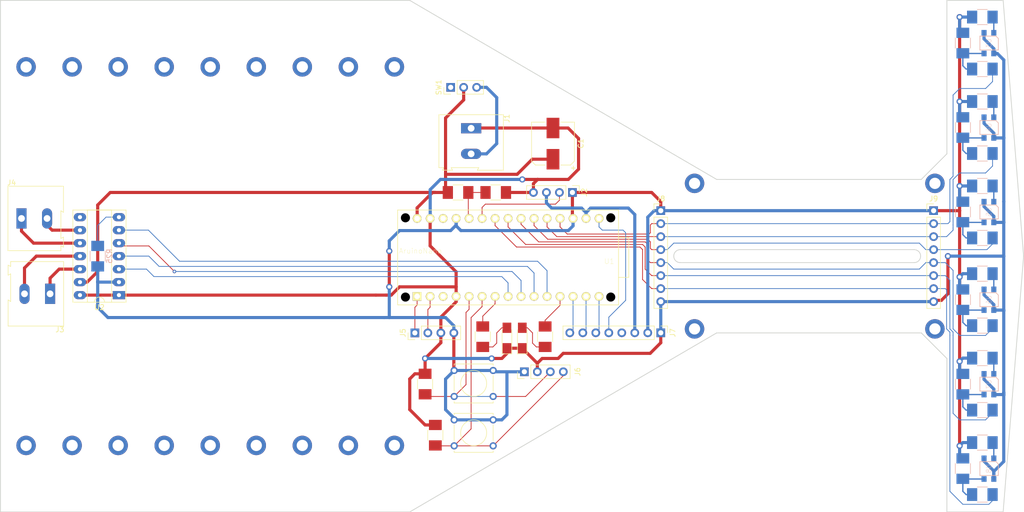
<source format=kicad_pcb>
(kicad_pcb (version 4) (host pcbnew 4.0.7-e2-6376~58~ubuntu14.04.1)

  (general
    (links 126)
    (no_connects 0)
    (area 40.480914 44.7802 250.100001 145.0848)
    (thickness 1.6)
    (drawings 22)
    (tracks 461)
    (zones 0)
    (modules 70)
    (nets 52)
  )

  (page A4)
  (layers
    (0 F.Cu signal)
    (31 B.Cu signal)
    (32 B.Adhes user)
    (33 F.Adhes user)
    (34 B.Paste user)
    (35 F.Paste user)
    (36 B.SilkS user)
    (37 F.SilkS user)
    (38 B.Mask user)
    (39 F.Mask user)
    (40 Dwgs.User user)
    (41 Cmts.User user)
    (42 Eco1.User user)
    (43 Eco2.User user)
    (44 Edge.Cuts user)
    (45 Margin user)
    (46 B.CrtYd user)
    (47 F.CrtYd user)
    (48 B.Fab user)
    (49 F.Fab user)
  )

  (setup
    (last_trace_width 0.1524)
    (trace_clearance 0.1524)
    (zone_clearance 0.508)
    (zone_45_only no)
    (trace_min 0.1524)
    (segment_width 0.2)
    (edge_width 0.15)
    (via_size 0.6858)
    (via_drill 0.3302)
    (via_min_size 0.6858)
    (via_min_drill 0.3302)
    (uvia_size 0.762)
    (uvia_drill 0.508)
    (uvias_allowed no)
    (uvia_min_size 0)
    (uvia_min_drill 0)
    (pcb_text_width 0.3)
    (pcb_text_size 1.5 1.5)
    (mod_edge_width 0.15)
    (mod_text_size 1 1)
    (mod_text_width 0.15)
    (pad_size 3.8 3.8)
    (pad_drill 2.2)
    (pad_to_mask_clearance 0.2)
    (aux_axis_origin 0 0)
    (visible_elements 7FFFFF7F)
    (pcbplotparams
      (layerselection 0x011fc_80000001)
      (usegerberextensions false)
      (excludeedgelayer true)
      (linewidth 0.100000)
      (plotframeref false)
      (viasonmask false)
      (mode 1)
      (useauxorigin false)
      (hpglpennumber 1)
      (hpglpenspeed 20)
      (hpglpendiameter 15)
      (hpglpenoverlay 2)
      (psnegative false)
      (psa4output false)
      (plotreference true)
      (plotvalue true)
      (plotinvisibletext false)
      (padsonsilk false)
      (subtractmaskfromsilk false)
      (outputformat 1)
      (mirror false)
      (drillshape 0)
      (scaleselection 1)
      (outputdirectory ""))
  )

  (net 0 "")
  (net 1 +BATT)
  (net 2 GND)
  (net 3 "Net-(D1-Pad2)")
  (net 4 "Net-(D2-Pad2)")
  (net 5 "Net-(J1-Pad2)")
  (net 6 +5V)
  (net 7 "Net-(J2-Pad2)")
  (net 8 "Net-(J3-Pad1)")
  (net 9 "Net-(J3-Pad2)")
  (net 10 "Net-(J4-Pad1)")
  (net 11 "Net-(J4-Pad2)")
  (net 12 "Net-(J5-Pad1)")
  (net 13 "Net-(J5-Pad2)")
  (net 14 "Net-(J6-Pad3)")
  (net 15 "Net-(J6-Pad4)")
  (net 16 "Net-(J7-Pad4)")
  (net 17 "Net-(J7-Pad5)")
  (net 18 "Net-(J7-Pad6)")
  (net 19 "Net-(J7-Pad7)")
  (net 20 "Net-(J7-Pad8)")
  (net 21 "Net-(J8-Pad2)")
  (net 22 "Net-(J8-Pad3)")
  (net 23 "Net-(J8-Pad4)")
  (net 24 "Net-(J8-Pad5)")
  (net 25 "Net-(J8-Pad6)")
  (net 26 "Net-(J8-Pad7)")
  (net 27 "Net-(R1-Pad2)")
  (net 28 "Net-(R2-Pad2)")
  (net 29 "Net-(R4-Pad2)")
  (net 30 "Net-(R5-Pad2)")
  (net 31 "Net-(R7-Pad2)")
  (net 32 "Net-(R8-Pad2)")
  (net 33 "Net-(R10-Pad2)")
  (net 34 "Net-(R11-Pad2)")
  (net 35 "Net-(R13-Pad2)")
  (net 36 "Net-(R14-Pad2)")
  (net 37 "Net-(R16-Pad2)")
  (net 38 "Net-(R17-Pad2)")
  (net 39 "Net-(R19-Pad1)")
  (net 40 "Net-(R21-Pad1)")
  (net 41 "Net-(R22-Pad1)")
  (net 42 "Net-(R25-Pad2)")
  (net 43 "Net-(SW1-Pad1)")
  (net 44 "Net-(U1-Pad3)")
  (net 45 "Net-(U1-Pad8)")
  (net 46 "Net-(U1-Pad9)")
  (net 47 "Net-(U1-Pad10)")
  (net 48 "Net-(U1-Pad11)")
  (net 49 "Net-(U1-Pad28)")
  (net 50 "Net-(U2-Pad8)")
  (net 51 "Net-(J2-Pad3)")

  (net_class Default "This is the default net class."
    (clearance 0.1524)
    (trace_width 0.1524)
    (via_dia 0.6858)
    (via_drill 0.3302)
    (uvia_dia 0.762)
    (uvia_drill 0.508)
    (add_net "Net-(D1-Pad2)")
    (add_net "Net-(D2-Pad2)")
    (add_net "Net-(J2-Pad2)")
    (add_net "Net-(J5-Pad1)")
    (add_net "Net-(J5-Pad2)")
    (add_net "Net-(J6-Pad3)")
    (add_net "Net-(J6-Pad4)")
    (add_net "Net-(J7-Pad4)")
    (add_net "Net-(J7-Pad5)")
    (add_net "Net-(J7-Pad6)")
    (add_net "Net-(J7-Pad7)")
    (add_net "Net-(J7-Pad8)")
    (add_net "Net-(J8-Pad2)")
    (add_net "Net-(J8-Pad3)")
    (add_net "Net-(J8-Pad4)")
    (add_net "Net-(J8-Pad5)")
    (add_net "Net-(J8-Pad6)")
    (add_net "Net-(J8-Pad7)")
    (add_net "Net-(R1-Pad2)")
    (add_net "Net-(R10-Pad2)")
    (add_net "Net-(R11-Pad2)")
    (add_net "Net-(R13-Pad2)")
    (add_net "Net-(R14-Pad2)")
    (add_net "Net-(R16-Pad2)")
    (add_net "Net-(R17-Pad2)")
    (add_net "Net-(R19-Pad1)")
    (add_net "Net-(R2-Pad2)")
    (add_net "Net-(R21-Pad1)")
    (add_net "Net-(R22-Pad1)")
    (add_net "Net-(R25-Pad2)")
    (add_net "Net-(R4-Pad2)")
    (add_net "Net-(R5-Pad2)")
    (add_net "Net-(R7-Pad2)")
    (add_net "Net-(R8-Pad2)")
    (add_net "Net-(SW1-Pad1)")
    (add_net "Net-(U1-Pad10)")
    (add_net "Net-(U1-Pad11)")
    (add_net "Net-(U1-Pad28)")
    (add_net "Net-(U1-Pad3)")
    (add_net "Net-(U1-Pad8)")
    (add_net "Net-(U1-Pad9)")
    (add_net "Net-(U2-Pad8)")
  )

  (net_class Alimentazione ""
    (clearance 0.3048)
    (trace_width 0.6096)
    (via_dia 1.1938)
    (via_drill 0.6858)
    (uvia_dia 0.762)
    (uvia_drill 0.508)
    (add_net +5V)
    (add_net +BATT)
    (add_net GND)
    (add_net "Net-(J1-Pad2)")
    (add_net "Net-(J2-Pad3)")
    (add_net "Net-(J3-Pad1)")
    (add_net "Net-(J3-Pad2)")
    (add_net "Net-(J4-Pad1)")
    (add_net "Net-(J4-Pad2)")
  )

  (module Mounting_Holes:MountingHole_2.2mm_M2_DIN965_Pad (layer F.Cu) (tedit 59A42A82) (tstamp 59A42A79)
    (at 127 132)
    (descr "Mounting Hole 2.2mm, M2, DIN965")
    (tags "mounting hole 2.2mm m2 din965")
    (fp_text reference REF** (at 0 -2.9) (layer F.SilkS) hide
      (effects (font (size 1 1) (thickness 0.15)))
    )
    (fp_text value MountingHole_2.2mm_M2_DIN965_Pad (at 0 2.9) (layer F.Fab) hide
      (effects (font (size 1 1) (thickness 0.15)))
    )
    (fp_circle (center 0 0) (end 1.9 0) (layer Cmts.User) (width 0.15))
    (fp_circle (center 0 0) (end 2.15 0) (layer F.CrtYd) (width 0.05))
    (pad 1 thru_hole circle (at 0 0) (size 3.8 3.8) (drill 2.2) (layers *.Cu *.Mask))
  )

  (module Mounting_Holes:MountingHole_2.2mm_M2_DIN965_Pad (layer F.Cu) (tedit 59A42A98) (tstamp 59A42A5E)
    (at 109 132)
    (descr "Mounting Hole 2.2mm, M2, DIN965")
    (tags "mounting hole 2.2mm m2 din965")
    (fp_text reference REF** (at 0 -2.9) (layer F.SilkS) hide
      (effects (font (size 1 1) (thickness 0.15)))
    )
    (fp_text value MountingHole_2.2mm_M2_DIN965_Pad (at 0 2.9) (layer F.Fab) hide
      (effects (font (size 1 1) (thickness 0.15)))
    )
    (fp_circle (center 0 0) (end 1.9 0) (layer Cmts.User) (width 0.15))
    (fp_circle (center 0 0) (end 2.15 0) (layer F.CrtYd) (width 0.05))
    (pad 1 thru_hole circle (at 0 0) (size 3.8 3.8) (drill 2.2) (layers *.Cu *.Mask))
  )

  (module Mounting_Holes:MountingHole_2.2mm_M2_DIN965_Pad (layer F.Cu) (tedit 59A42AAB) (tstamp 59A42A4B)
    (at 91 132)
    (descr "Mounting Hole 2.2mm, M2, DIN965")
    (tags "mounting hole 2.2mm m2 din965")
    (fp_text reference REF** (at 0 -2.9) (layer F.SilkS) hide
      (effects (font (size 1 1) (thickness 0.15)))
    )
    (fp_text value MountingHole_2.2mm_M2_DIN965_Pad (at 0 2.9) (layer F.Fab) hide
      (effects (font (size 1 1) (thickness 0.15)))
    )
    (fp_circle (center 0 0) (end 1.9 0) (layer Cmts.User) (width 0.15))
    (fp_circle (center 0 0) (end 2.15 0) (layer F.CrtYd) (width 0.05))
    (pad 1 thru_hole circle (at 0 0) (size 3.8 3.8) (drill 2.2) (layers *.Cu *.Mask))
  )

  (module Mounting_Holes:MountingHole_2.2mm_M2_DIN965_Pad (layer F.Cu) (tedit 59A42A2D) (tstamp 59A429DD)
    (at 73 132)
    (descr "Mounting Hole 2.2mm, M2, DIN965")
    (tags "mounting hole 2.2mm m2 din965")
    (fp_text reference REF** (at 0 -2.9) (layer F.SilkS) hide
      (effects (font (size 1 1) (thickness 0.15)))
    )
    (fp_text value MountingHole_2.2mm_M2_DIN965_Pad (at 0 2.9) (layer F.Fab) hide
      (effects (font (size 1 1) (thickness 0.15)))
    )
    (fp_circle (center 0 0) (end 1.9 0) (layer Cmts.User) (width 0.15))
    (fp_circle (center 0 0) (end 2.15 0) (layer F.CrtYd) (width 0.05))
    (pad 1 thru_hole circle (at 0 0) (size 3.8 3.8) (drill 2.2) (layers *.Cu *.Mask))
  )

  (module Mounting_Holes:MountingHole_2.2mm_M2_DIN965_Pad (layer F.Cu) (tedit 59A428F9) (tstamp 59A428D1)
    (at 118 58)
    (descr "Mounting Hole 2.2mm, M2, DIN965")
    (tags "mounting hole 2.2mm m2 din965")
    (fp_text reference REF** (at 0 -2.9) (layer F.SilkS) hide
      (effects (font (size 1 1) (thickness 0.15)))
    )
    (fp_text value MountingHole_2.2mm_M2_DIN965_Pad (at 0 2.9) (layer F.Fab) hide
      (effects (font (size 1 1) (thickness 0.15)))
    )
    (fp_circle (center 0 0) (end 1.9 0) (layer Cmts.User) (width 0.15))
    (fp_circle (center 0 0) (end 2.15 0) (layer F.CrtYd) (width 0.05))
    (pad 1 thru_hole circle (at 0 0) (size 3.8 3.8) (drill 2.2) (layers *.Cu *.Mask))
  )

  (module Mounting_Holes:MountingHole_2.2mm_M2_DIN965_Pad (layer F.Cu) (tedit 59A428F1) (tstamp 59A428CA)
    (at 109 58)
    (descr "Mounting Hole 2.2mm, M2, DIN965")
    (tags "mounting hole 2.2mm m2 din965")
    (fp_text reference REF** (at 0 -2.9) (layer F.SilkS) hide
      (effects (font (size 1 1) (thickness 0.15)))
    )
    (fp_text value MountingHole_2.2mm_M2_DIN965_Pad (at 0 2.9) (layer F.Fab) hide
      (effects (font (size 1 1) (thickness 0.15)))
    )
    (fp_circle (center 0 0) (end 1.9 0) (layer Cmts.User) (width 0.15))
    (fp_circle (center 0 0) (end 2.15 0) (layer F.CrtYd) (width 0.05))
    (pad 1 thru_hole circle (at 0 0) (size 3.8 3.8) (drill 2.2) (layers *.Cu *.Mask))
  )

  (module Mounting_Holes:MountingHole_2.2mm_M2_DIN965_Pad (layer F.Cu) (tedit 59A428D4) (tstamp 59A428B4)
    (at 91 58)
    (descr "Mounting Hole 2.2mm, M2, DIN965")
    (tags "mounting hole 2.2mm m2 din965")
    (fp_text reference REF** (at 0 -2.9) (layer F.SilkS) hide
      (effects (font (size 1 1) (thickness 0.15)))
    )
    (fp_text value MountingHole_2.2mm_M2_DIN965_Pad (at 0 2.9) (layer F.Fab) hide
      (effects (font (size 1 1) (thickness 0.15)))
    )
    (fp_circle (center 0 0) (end 1.9 0) (layer Cmts.User) (width 0.15))
    (fp_circle (center 0 0) (end 2.15 0) (layer F.CrtYd) (width 0.05))
    (pad 1 thru_hole circle (at 0 0) (size 3.8 3.8) (drill 2.2) (layers *.Cu *.Mask))
  )

  (module Mounting_Holes:MountingHole_2.2mm_M2_DIN965_Pad (layer F.Cu) (tedit 59A428CF) (tstamp 59A428AC)
    (at 82 58)
    (descr "Mounting Hole 2.2mm, M2, DIN965")
    (tags "mounting hole 2.2mm m2 din965")
    (fp_text reference REF** (at 0 -2.9) (layer F.SilkS) hide
      (effects (font (size 1 1) (thickness 0.15)))
    )
    (fp_text value MountingHole_2.2mm_M2_DIN965_Pad (at 0 2.9) (layer F.Fab) hide
      (effects (font (size 1 1) (thickness 0.15)))
    )
    (fp_circle (center 0 0) (end 1.9 0) (layer Cmts.User) (width 0.15))
    (fp_circle (center 0 0) (end 2.15 0) (layer F.CrtYd) (width 0.05))
    (pad 1 thru_hole circle (at 0 0) (size 3.8 3.8) (drill 2.2) (layers *.Cu *.Mask))
  )

  (module Mounting_Holes:MountingHole_2.2mm_M2_DIN965_Pad (layer F.Cu) (tedit 59A4277A) (tstamp 59A42864)
    (at 73 58)
    (descr "Mounting Hole 2.2mm, M2, DIN965")
    (tags "mounting hole 2.2mm m2 din965")
    (fp_text reference REF** (at 0 -2.9) (layer F.SilkS) hide
      (effects (font (size 1 1) (thickness 0.15)))
    )
    (fp_text value MountingHole_2.2mm_M2_DIN965_Pad (at 0 2.9) (layer F.Fab) hide
      (effects (font (size 1 1) (thickness 0.15)))
    )
    (fp_circle (center 0 0) (end 1.9 0) (layer Cmts.User) (width 0.15))
    (fp_circle (center 0 0) (end 2.15 0) (layer F.CrtYd) (width 0.05))
    (pad 1 thru_hole circle (at 0 0) (size 3.8 3.8) (drill 2.2) (layers *.Cu *.Mask))
  )

  (module QRE1113:4LEADSMD (layer B.Cu) (tedit 5973401D) (tstamp 5961EE5A)
    (at 243.205 86.36 270)
    (path /58BDD663)
    (attr smd)
    (fp_text reference U5 (at 0 0 270) (layer B.SilkS)
      (effects (font (size 1 0.9) (thickness 0.05)) (justify mirror))
    )
    (fp_text value QRE1113 (at 0 0 270) (layer B.SilkS) hide
      (effects (font (size 1 0.9) (thickness 0.05)) (justify mirror))
    )
    (fp_line (start -1.35 1.75) (end 1.35 1.75) (layer B.SilkS) (width 0.127))
    (fp_line (start 1.35 1.75) (end 1.35 -1.85) (layer B.SilkS) (width 0.127))
    (fp_line (start -0.9 -1.85) (end 1.35 -1.85) (layer B.SilkS) (width 0.127))
    (fp_line (start -1.35 1.75) (end -1.35 -1.4) (layer B.SilkS) (width 0.127))
    (fp_line (start -0.9 -1.85) (end -1.35 -1.4) (layer B.SilkS) (width 0.127))
    (fp_poly (pts (xy -2.6 1.5) (xy -1.4 1.5) (xy -1.4 0.4) (xy -2.6 0.4)) (layer B.Paste) (width 0.381))
    (fp_poly (pts (xy -2.6 -0.4) (xy -1.4 -0.4) (xy -1.4 -1.5) (xy -2.6 -1.5)) (layer B.Paste) (width 0.381))
    (fp_poly (pts (xy 1.45 -0.4) (xy 2.65 -0.4) (xy 2.65 -1.5) (xy 1.45 -1.5)) (layer B.Paste) (width 0.381))
    (fp_poly (pts (xy 1.4 1.5) (xy 2.65 1.5) (xy 2.65 0.4) (xy 1.4 0.4)) (layer B.Paste) (width 0.381))
    (pad 4 smd rect (at -2.01 0.94) (size 1 1.1) (layers B.Cu B.Paste B.Mask)
      (net 2 GND))
    (pad 1 smd rect (at -2.01 -0.97) (size 1 1.1) (layers B.Cu B.Paste B.Mask)
      (net 31 "Net-(R7-Pad2)"))
    (pad 3 smd rect (at 2.04 0.94) (size 1 1.1) (layers B.Cu B.Paste B.Mask)
      (net 32 "Net-(R8-Pad2)"))
    (pad 2 smd rect (at 2.04 -0.97) (size 1 1.1) (layers B.Cu B.Paste B.Mask)
      (net 2 GND))
  )

  (module QRE1113:4LEADSMD (layer B.Cu) (tedit 59734835) (tstamp 5961EE6B)
    (at 243.205 103.505 270)
    (path /58BDD51C)
    (attr smd)
    (fp_text reference U6 (at 0 0 270) (layer B.SilkS)
      (effects (font (size 1 0.9) (thickness 0.05)) (justify mirror))
    )
    (fp_text value QRE1113 (at 0 0 270) (layer B.SilkS) hide
      (effects (font (size 1 0.9) (thickness 0.05)) (justify mirror))
    )
    (fp_line (start -1.35 1.75) (end 1.35 1.75) (layer B.SilkS) (width 0.127))
    (fp_line (start 1.35 1.75) (end 1.35 -1.85) (layer B.SilkS) (width 0.127))
    (fp_line (start -0.9 -1.85) (end 1.35 -1.85) (layer B.SilkS) (width 0.127))
    (fp_line (start -1.35 1.75) (end -1.35 -1.4) (layer B.SilkS) (width 0.127))
    (fp_line (start -0.9 -1.85) (end -1.35 -1.4) (layer B.SilkS) (width 0.127))
    (fp_poly (pts (xy -2.6 1.5) (xy -1.4 1.5) (xy -1.4 0.4) (xy -2.6 0.4)) (layer B.Paste) (width 0.381))
    (fp_poly (pts (xy -2.6 -0.4) (xy -1.4 -0.4) (xy -1.4 -1.5) (xy -2.6 -1.5)) (layer B.Paste) (width 0.381))
    (fp_poly (pts (xy 1.45 -0.4) (xy 2.65 -0.4) (xy 2.65 -1.5) (xy 1.45 -1.5)) (layer B.Paste) (width 0.381))
    (fp_poly (pts (xy 1.4 1.5) (xy 2.65 1.5) (xy 2.65 0.4) (xy 1.4 0.4)) (layer B.Paste) (width 0.381))
    (pad 4 smd rect (at -2.01 0.94) (size 1 1.1) (layers B.Cu B.Paste B.Mask)
      (net 2 GND))
    (pad 1 smd rect (at -2.01 -0.97) (size 1 1.1) (layers B.Cu B.Paste B.Mask)
      (net 33 "Net-(R10-Pad2)"))
    (pad 3 smd rect (at 2.04 0.94) (size 1 1.1) (layers B.Cu B.Paste B.Mask)
      (net 34 "Net-(R11-Pad2)"))
    (pad 2 smd rect (at 2.04 -0.97) (size 1 1.1) (layers B.Cu B.Paste B.Mask)
      (net 2 GND))
  )

  (module QRE1113:4LEADSMD (layer B.Cu) (tedit 597348E8) (tstamp 5961EE7C)
    (at 243.205 120.015 270)
    (path /58BDD92A)
    (attr smd)
    (fp_text reference U7 (at 0 0 270) (layer B.SilkS)
      (effects (font (size 1 0.9) (thickness 0.05)) (justify mirror))
    )
    (fp_text value QRE1113 (at 0 0 270) (layer B.SilkS) hide
      (effects (font (size 1 0.9) (thickness 0.05)) (justify mirror))
    )
    (fp_line (start -1.35 1.75) (end 1.35 1.75) (layer B.SilkS) (width 0.127))
    (fp_line (start 1.35 1.75) (end 1.35 -1.85) (layer B.SilkS) (width 0.127))
    (fp_line (start -0.9 -1.85) (end 1.35 -1.85) (layer B.SilkS) (width 0.127))
    (fp_line (start -1.35 1.75) (end -1.35 -1.4) (layer B.SilkS) (width 0.127))
    (fp_line (start -0.9 -1.85) (end -1.35 -1.4) (layer B.SilkS) (width 0.127))
    (fp_poly (pts (xy -2.6 1.5) (xy -1.4 1.5) (xy -1.4 0.4) (xy -2.6 0.4)) (layer B.Paste) (width 0.381))
    (fp_poly (pts (xy -2.6 -0.4) (xy -1.4 -0.4) (xy -1.4 -1.5) (xy -2.6 -1.5)) (layer B.Paste) (width 0.381))
    (fp_poly (pts (xy 1.45 -0.4) (xy 2.65 -0.4) (xy 2.65 -1.5) (xy 1.45 -1.5)) (layer B.Paste) (width 0.381))
    (fp_poly (pts (xy 1.4 1.5) (xy 2.65 1.5) (xy 2.65 0.4) (xy 1.4 0.4)) (layer B.Paste) (width 0.381))
    (pad 4 smd rect (at -2.01 0.94) (size 1 1.1) (layers B.Cu B.Paste B.Mask)
      (net 2 GND))
    (pad 1 smd rect (at -2.01 -0.97) (size 1 1.1) (layers B.Cu B.Paste B.Mask)
      (net 35 "Net-(R13-Pad2)"))
    (pad 3 smd rect (at 2.04 0.94) (size 1 1.1) (layers B.Cu B.Paste B.Mask)
      (net 36 "Net-(R14-Pad2)"))
    (pad 2 smd rect (at 2.04 -0.97) (size 1 1.1) (layers B.Cu B.Paste B.Mask)
      (net 2 GND))
  )

  (module QRE1113:4LEADSMD (layer B.Cu) (tedit 59734949) (tstamp 5961EE8D)
    (at 243.205 136.525 270)
    (path /58BDD97C)
    (attr smd)
    (fp_text reference U8 (at 0 0 270) (layer B.SilkS)
      (effects (font (size 1 0.9) (thickness 0.05)) (justify mirror))
    )
    (fp_text value QRE1113 (at 0 0 270) (layer B.SilkS) hide
      (effects (font (size 1 0.9) (thickness 0.05)) (justify mirror))
    )
    (fp_line (start -1.35 1.75) (end 1.35 1.75) (layer B.SilkS) (width 0.127))
    (fp_line (start 1.35 1.75) (end 1.35 -1.85) (layer B.SilkS) (width 0.127))
    (fp_line (start -0.9 -1.85) (end 1.35 -1.85) (layer B.SilkS) (width 0.127))
    (fp_line (start -1.35 1.75) (end -1.35 -1.4) (layer B.SilkS) (width 0.127))
    (fp_line (start -0.9 -1.85) (end -1.35 -1.4) (layer B.SilkS) (width 0.127))
    (fp_poly (pts (xy -2.6 1.5) (xy -1.4 1.5) (xy -1.4 0.4) (xy -2.6 0.4)) (layer B.Paste) (width 0.381))
    (fp_poly (pts (xy -2.6 -0.4) (xy -1.4 -0.4) (xy -1.4 -1.5) (xy -2.6 -1.5)) (layer B.Paste) (width 0.381))
    (fp_poly (pts (xy 1.45 -0.4) (xy 2.65 -0.4) (xy 2.65 -1.5) (xy 1.45 -1.5)) (layer B.Paste) (width 0.381))
    (fp_poly (pts (xy 1.4 1.5) (xy 2.65 1.5) (xy 2.65 0.4) (xy 1.4 0.4)) (layer B.Paste) (width 0.381))
    (pad 4 smd rect (at -2.01 0.94) (size 1 1.1) (layers B.Cu B.Paste B.Mask)
      (net 2 GND))
    (pad 1 smd rect (at -2.01 -0.97) (size 1 1.1) (layers B.Cu B.Paste B.Mask)
      (net 37 "Net-(R16-Pad2)"))
    (pad 3 smd rect (at 2.04 0.94) (size 1 1.1) (layers B.Cu B.Paste B.Mask)
      (net 38 "Net-(R17-Pad2)"))
    (pad 2 smd rect (at 2.04 -0.97) (size 1 1.1) (layers B.Cu B.Paste B.Mask)
      (net 2 GND))
  )

  (module QRE1113:4LEADSMD (layer B.Cu) (tedit 597330A9) (tstamp 5961EE49)
    (at 243.205 69.85 270)
    (path /58BDD6AC)
    (attr smd)
    (fp_text reference U4 (at 0 0 270) (layer B.SilkS)
      (effects (font (size 1 0.9) (thickness 0.05)) (justify mirror))
    )
    (fp_text value QRE1113 (at 0 0 270) (layer B.SilkS) hide
      (effects (font (size 1 0.9) (thickness 0.05)) (justify mirror))
    )
    (fp_line (start -1.35 1.75) (end 1.35 1.75) (layer B.SilkS) (width 0.127))
    (fp_line (start 1.35 1.75) (end 1.35 -1.85) (layer B.SilkS) (width 0.127))
    (fp_line (start -0.9 -1.85) (end 1.35 -1.85) (layer B.SilkS) (width 0.127))
    (fp_line (start -1.35 1.75) (end -1.35 -1.4) (layer B.SilkS) (width 0.127))
    (fp_line (start -0.9 -1.85) (end -1.35 -1.4) (layer B.SilkS) (width 0.127))
    (fp_poly (pts (xy -2.6 1.5) (xy -1.4 1.5) (xy -1.4 0.4) (xy -2.6 0.4)) (layer B.Paste) (width 0.381))
    (fp_poly (pts (xy -2.6 -0.4) (xy -1.4 -0.4) (xy -1.4 -1.5) (xy -2.6 -1.5)) (layer B.Paste) (width 0.381))
    (fp_poly (pts (xy 1.45 -0.4) (xy 2.65 -0.4) (xy 2.65 -1.5) (xy 1.45 -1.5)) (layer B.Paste) (width 0.381))
    (fp_poly (pts (xy 1.4 1.5) (xy 2.65 1.5) (xy 2.65 0.4) (xy 1.4 0.4)) (layer B.Paste) (width 0.381))
    (pad 4 smd rect (at -2.01 0.94) (size 1 1.1) (layers B.Cu B.Paste B.Mask)
      (net 2 GND))
    (pad 1 smd rect (at -2.01 -0.97) (size 1 1.1) (layers B.Cu B.Paste B.Mask)
      (net 29 "Net-(R4-Pad2)"))
    (pad 3 smd rect (at 2.04 0.94) (size 1 1.1) (layers B.Cu B.Paste B.Mask)
      (net 30 "Net-(R5-Pad2)"))
    (pad 2 smd rect (at 2.04 -0.97) (size 1 1.1) (layers B.Cu B.Paste B.Mask)
      (net 2 GND))
  )

  (module QRE1113:4LEADSMD (layer B.Cu) (tedit 59727065) (tstamp 5961EE38)
    (at 243.205 53.34 270)
    (path /58BDD719)
    (attr smd)
    (fp_text reference U3 (at 0 0 270) (layer B.SilkS)
      (effects (font (size 1 0.9) (thickness 0.05)) (justify mirror))
    )
    (fp_text value QRE1113 (at 0 0 270) (layer B.SilkS) hide
      (effects (font (size 1 0.9) (thickness 0.05)) (justify mirror))
    )
    (fp_line (start -1.35 1.75) (end 1.35 1.75) (layer B.SilkS) (width 0.127))
    (fp_line (start 1.35 1.75) (end 1.35 -1.85) (layer B.SilkS) (width 0.127))
    (fp_line (start -0.9 -1.85) (end 1.35 -1.85) (layer B.SilkS) (width 0.127))
    (fp_line (start -1.35 1.75) (end -1.35 -1.4) (layer B.SilkS) (width 0.127))
    (fp_line (start -0.9 -1.85) (end -1.35 -1.4) (layer B.SilkS) (width 0.127))
    (fp_poly (pts (xy -2.6 1.5) (xy -1.4 1.5) (xy -1.4 0.4) (xy -2.6 0.4)) (layer B.Paste) (width 0.381))
    (fp_poly (pts (xy -2.6 -0.4) (xy -1.4 -0.4) (xy -1.4 -1.5) (xy -2.6 -1.5)) (layer B.Paste) (width 0.381))
    (fp_poly (pts (xy 1.45 -0.4) (xy 2.65 -0.4) (xy 2.65 -1.5) (xy 1.45 -1.5)) (layer B.Paste) (width 0.381))
    (fp_poly (pts (xy 1.4 1.5) (xy 2.65 1.5) (xy 2.65 0.4) (xy 1.4 0.4)) (layer B.Paste) (width 0.381))
    (pad 4 smd rect (at -2.01 0.94) (size 1 1.1) (layers B.Cu B.Paste B.Mask)
      (net 2 GND))
    (pad 1 smd rect (at -2.01 -0.97) (size 1 1.1) (layers B.Cu B.Paste B.Mask)
      (net 27 "Net-(R1-Pad2)"))
    (pad 3 smd rect (at 2.04 0.94) (size 1 1.1) (layers B.Cu B.Paste B.Mask)
      (net 28 "Net-(R2-Pad2)"))
    (pad 2 smd rect (at 2.04 -0.97) (size 1 1.1) (layers B.Cu B.Paste B.Mask)
      (net 2 GND))
  )

  (module Capacitors_SMD:CP_Elec_8x10 (layer F.Cu) (tedit 58AA9153) (tstamp 5961E9D9)
    (at 158 73 90)
    (descr "SMT capacitor, aluminium electrolytic, 8x10")
    (path /59616688)
    (attr smd)
    (fp_text reference C1 (at 0 5.45 90) (layer F.SilkS)
      (effects (font (size 1 1) (thickness 0.15)))
    )
    (fp_text value "100uF 16V" (at 0 -5.45 90) (layer F.Fab)
      (effects (font (size 1 1) (thickness 0.15)))
    )
    (fp_circle (center 0 0) (end -0.6 3.9) (layer F.Fab) (width 0.1))
    (fp_text user + (at -2.31 -0.08 90) (layer F.Fab)
      (effects (font (size 1 1) (thickness 0.15)))
    )
    (fp_text user + (at -4.78 3.9 90) (layer F.SilkS)
      (effects (font (size 1 1) (thickness 0.15)))
    )
    (fp_text user %R (at 0 5.45 90) (layer F.Fab)
      (effects (font (size 1 1) (thickness 0.15)))
    )
    (fp_line (start 4.04 4.04) (end 4.04 -4.04) (layer F.Fab) (width 0.1))
    (fp_line (start -3.37 4.04) (end 4.04 4.04) (layer F.Fab) (width 0.1))
    (fp_line (start -4.04 3.37) (end -3.37 4.04) (layer F.Fab) (width 0.1))
    (fp_line (start -4.04 -3.37) (end -4.04 3.37) (layer F.Fab) (width 0.1))
    (fp_line (start -3.37 -4.04) (end -4.04 -3.37) (layer F.Fab) (width 0.1))
    (fp_line (start 4.04 -4.04) (end -3.37 -4.04) (layer F.Fab) (width 0.1))
    (fp_line (start 4.19 4.19) (end 4.19 1.51) (layer F.SilkS) (width 0.12))
    (fp_line (start 4.19 -4.19) (end 4.19 -1.51) (layer F.SilkS) (width 0.12))
    (fp_line (start -4.19 -3.43) (end -4.19 -1.51) (layer F.SilkS) (width 0.12))
    (fp_line (start -4.19 3.43) (end -4.19 1.51) (layer F.SilkS) (width 0.12))
    (fp_line (start 4.19 4.19) (end -3.43 4.19) (layer F.SilkS) (width 0.12))
    (fp_line (start -3.43 4.19) (end -4.19 3.43) (layer F.SilkS) (width 0.12))
    (fp_line (start -4.19 -3.43) (end -3.43 -4.19) (layer F.SilkS) (width 0.12))
    (fp_line (start -3.43 -4.19) (end 4.19 -4.19) (layer F.SilkS) (width 0.12))
    (fp_line (start -5.3 -4.29) (end 5.3 -4.29) (layer F.CrtYd) (width 0.05))
    (fp_line (start -5.3 -4.29) (end -5.3 4.29) (layer F.CrtYd) (width 0.05))
    (fp_line (start 5.3 4.29) (end 5.3 -4.29) (layer F.CrtYd) (width 0.05))
    (fp_line (start 5.3 4.29) (end -5.3 4.29) (layer F.CrtYd) (width 0.05))
    (pad 1 smd rect (at -3.05 0 270) (size 4 2.5) (layers F.Cu F.Paste F.Mask)
      (net 1 +BATT))
    (pad 2 smd rect (at 3.05 0 270) (size 4 2.5) (layers F.Cu F.Paste F.Mask)
      (net 2 GND))
    (model Capacitors_SMD.3dshapes/CP_Elec_8x10.wrl
      (at (xyz 0 0 0))
      (scale (xyz 1 1 1))
      (rotate (xyz 0 0 180))
    )
  )

  (module LEDs:LED_1206_HandSoldering (layer F.Cu) (tedit 59AF21D6) (tstamp 5961E9EE)
    (at 149 111 90)
    (descr "LED SMD 1206, hand soldering")
    (tags "LED 1206")
    (path /58C594C7)
    (attr smd)
    (fp_text reference D1 (at 0 -1.85 90) (layer F.SilkS) hide
      (effects (font (size 1 1) (thickness 0.15)))
    )
    (fp_text value S1 (at 0 -2 90) (layer F.Fab)
      (effects (font (size 1 1) (thickness 0.15)))
    )
    (fp_line (start -3.1 -0.95) (end -3.1 0.95) (layer F.SilkS) (width 0.12))
    (fp_line (start -0.4 0) (end 0.2 -0.4) (layer F.Fab) (width 0.1))
    (fp_line (start 0.2 -0.4) (end 0.2 0.4) (layer F.Fab) (width 0.1))
    (fp_line (start 0.2 0.4) (end -0.4 0) (layer F.Fab) (width 0.1))
    (fp_line (start -0.45 -0.4) (end -0.45 0.4) (layer F.Fab) (width 0.1))
    (fp_line (start -1.6 0.8) (end -1.6 -0.8) (layer F.Fab) (width 0.1))
    (fp_line (start 1.6 0.8) (end -1.6 0.8) (layer F.Fab) (width 0.1))
    (fp_line (start 1.6 -0.8) (end 1.6 0.8) (layer F.Fab) (width 0.1))
    (fp_line (start -1.6 -0.8) (end 1.6 -0.8) (layer F.Fab) (width 0.1))
    (fp_line (start -3.1 0.95) (end 1.6 0.95) (layer F.SilkS) (width 0.12))
    (fp_line (start -3.1 -0.95) (end 1.6 -0.95) (layer F.SilkS) (width 0.12))
    (fp_line (start -3.25 -1.11) (end 3.25 -1.11) (layer F.CrtYd) (width 0.05))
    (fp_line (start -3.25 -1.11) (end -3.25 1.1) (layer F.CrtYd) (width 0.05))
    (fp_line (start 3.25 1.1) (end 3.25 -1.11) (layer F.CrtYd) (width 0.05))
    (fp_line (start 3.25 1.1) (end -3.25 1.1) (layer F.CrtYd) (width 0.05))
    (pad 1 smd rect (at -2 0 90) (size 2 1.7) (layers F.Cu F.Paste F.Mask)
      (net 2 GND))
    (pad 2 smd rect (at 2 0 90) (size 2 1.7) (layers F.Cu F.Paste F.Mask)
      (net 3 "Net-(D1-Pad2)"))
    (model ${KISYS3DMOD}/LEDs.3dshapes/LED_1206.wrl
      (at (xyz 0 0 0))
      (scale (xyz 1 1 1))
      (rotate (xyz 0 0 180))
    )
  )

  (module LEDs:LED_1206_HandSoldering (layer F.Cu) (tedit 59AF21CE) (tstamp 5961EA03)
    (at 152 111 90)
    (descr "LED SMD 1206, hand soldering")
    (tags "LED 1206")
    (path /58C59566)
    (attr smd)
    (fp_text reference D2 (at 0 -1.85 90) (layer F.SilkS) hide
      (effects (font (size 1 1) (thickness 0.15)))
    )
    (fp_text value S2 (at 0 1.9 90) (layer F.Fab)
      (effects (font (size 1 1) (thickness 0.15)))
    )
    (fp_line (start -3.1 -0.95) (end -3.1 0.95) (layer F.SilkS) (width 0.12))
    (fp_line (start -0.4 0) (end 0.2 -0.4) (layer F.Fab) (width 0.1))
    (fp_line (start 0.2 -0.4) (end 0.2 0.4) (layer F.Fab) (width 0.1))
    (fp_line (start 0.2 0.4) (end -0.4 0) (layer F.Fab) (width 0.1))
    (fp_line (start -0.45 -0.4) (end -0.45 0.4) (layer F.Fab) (width 0.1))
    (fp_line (start -1.6 0.8) (end -1.6 -0.8) (layer F.Fab) (width 0.1))
    (fp_line (start 1.6 0.8) (end -1.6 0.8) (layer F.Fab) (width 0.1))
    (fp_line (start 1.6 -0.8) (end 1.6 0.8) (layer F.Fab) (width 0.1))
    (fp_line (start -1.6 -0.8) (end 1.6 -0.8) (layer F.Fab) (width 0.1))
    (fp_line (start -3.1 0.95) (end 1.6 0.95) (layer F.SilkS) (width 0.12))
    (fp_line (start -3.1 -0.95) (end 1.6 -0.95) (layer F.SilkS) (width 0.12))
    (fp_line (start -3.25 -1.11) (end 3.25 -1.11) (layer F.CrtYd) (width 0.05))
    (fp_line (start -3.25 -1.11) (end -3.25 1.1) (layer F.CrtYd) (width 0.05))
    (fp_line (start 3.25 1.1) (end 3.25 -1.11) (layer F.CrtYd) (width 0.05))
    (fp_line (start 3.25 1.1) (end -3.25 1.1) (layer F.CrtYd) (width 0.05))
    (pad 1 smd rect (at -2 0 90) (size 2 1.7) (layers F.Cu F.Paste F.Mask)
      (net 2 GND))
    (pad 2 smd rect (at 2 0 90) (size 2 1.7) (layers F.Cu F.Paste F.Mask)
      (net 4 "Net-(D2-Pad2)"))
    (model ${KISYS3DMOD}/LEDs.3dshapes/LED_1206.wrl
      (at (xyz 0 0 0))
      (scale (xyz 1 1 1))
      (rotate (xyz 0 0 180))
    )
  )

  (module Connect:AK300-2 (layer F.Cu) (tedit 587FD45E) (tstamp 5961EA69)
    (at 142 70 270)
    (descr CONNECTOR)
    (tags CONNECTOR)
    (path /58B1E3E1)
    (fp_text reference J1 (at -1.92 -6.99 270) (layer F.SilkS)
      (effects (font (size 1 1) (thickness 0.15)))
    )
    (fp_text value BAT (at 2.78 7.75 270) (layer F.Fab)
      (effects (font (size 1 1) (thickness 0.15)))
    )
    (fp_line (start -2.65 -6.3) (end -2.65 6.3) (layer F.SilkS) (width 0.12))
    (fp_line (start -2.65 6.3) (end 7.7 6.3) (layer F.SilkS) (width 0.12))
    (fp_line (start 7.7 6.3) (end 7.7 5.35) (layer F.SilkS) (width 0.12))
    (fp_line (start 7.7 5.35) (end 8.2 5.6) (layer F.SilkS) (width 0.12))
    (fp_line (start 8.2 5.6) (end 8.2 3.7) (layer F.SilkS) (width 0.12))
    (fp_line (start 8.2 3.7) (end 8.2 3.65) (layer F.SilkS) (width 0.12))
    (fp_line (start 8.2 3.65) (end 7.7 3.9) (layer F.SilkS) (width 0.12))
    (fp_line (start 7.7 3.9) (end 7.7 -1.5) (layer F.SilkS) (width 0.12))
    (fp_line (start 7.7 -1.5) (end 8.2 -1.2) (layer F.SilkS) (width 0.12))
    (fp_line (start 8.2 -1.2) (end 8.2 -6.3) (layer F.SilkS) (width 0.12))
    (fp_line (start 8.2 -6.3) (end -2.65 -6.3) (layer F.SilkS) (width 0.12))
    (fp_line (start 8.36 -6.47) (end -2.83 -6.47) (layer F.CrtYd) (width 0.05))
    (fp_line (start 8.36 6.47) (end 8.36 -6.47) (layer F.CrtYd) (width 0.05))
    (fp_line (start -2.83 6.47) (end 8.36 6.47) (layer F.CrtYd) (width 0.05))
    (fp_line (start -2.83 -6.47) (end -2.83 6.47) (layer F.CrtYd) (width 0.05))
    (fp_line (start -1.26 2.54) (end 1.28 2.54) (layer F.Fab) (width 0.1))
    (fp_line (start 1.28 2.54) (end 1.28 -0.25) (layer F.Fab) (width 0.1))
    (fp_line (start -1.26 -0.25) (end 1.28 -0.25) (layer F.Fab) (width 0.1))
    (fp_line (start -1.26 2.54) (end -1.26 -0.25) (layer F.Fab) (width 0.1))
    (fp_line (start 3.74 2.54) (end 6.28 2.54) (layer F.Fab) (width 0.1))
    (fp_line (start 6.28 2.54) (end 6.28 -0.25) (layer F.Fab) (width 0.1))
    (fp_line (start 3.74 -0.25) (end 6.28 -0.25) (layer F.Fab) (width 0.1))
    (fp_line (start 3.74 2.54) (end 3.74 -0.25) (layer F.Fab) (width 0.1))
    (fp_line (start 7.61 -6.22) (end 7.61 -3.17) (layer F.Fab) (width 0.1))
    (fp_line (start 7.61 -6.22) (end -2.58 -6.22) (layer F.Fab) (width 0.1))
    (fp_line (start 7.61 -6.22) (end 8.11 -6.22) (layer F.Fab) (width 0.1))
    (fp_line (start 8.11 -6.22) (end 8.11 -1.4) (layer F.Fab) (width 0.1))
    (fp_line (start 8.11 -1.4) (end 7.61 -1.65) (layer F.Fab) (width 0.1))
    (fp_line (start 8.11 5.46) (end 7.61 5.21) (layer F.Fab) (width 0.1))
    (fp_line (start 7.61 5.21) (end 7.61 6.22) (layer F.Fab) (width 0.1))
    (fp_line (start 8.11 3.81) (end 7.61 4.06) (layer F.Fab) (width 0.1))
    (fp_line (start 7.61 4.06) (end 7.61 5.21) (layer F.Fab) (width 0.1))
    (fp_line (start 8.11 3.81) (end 8.11 5.46) (layer F.Fab) (width 0.1))
    (fp_line (start 2.98 6.22) (end 2.98 4.32) (layer F.Fab) (width 0.1))
    (fp_line (start 7.05 -0.25) (end 7.05 4.32) (layer F.Fab) (width 0.1))
    (fp_line (start 2.98 6.22) (end 7.05 6.22) (layer F.Fab) (width 0.1))
    (fp_line (start 7.05 6.22) (end 7.61 6.22) (layer F.Fab) (width 0.1))
    (fp_line (start 2.04 6.22) (end 2.04 4.32) (layer F.Fab) (width 0.1))
    (fp_line (start 2.04 6.22) (end 2.98 6.22) (layer F.Fab) (width 0.1))
    (fp_line (start -2.02 -0.25) (end -2.02 4.32) (layer F.Fab) (width 0.1))
    (fp_line (start -2.58 6.22) (end -2.02 6.22) (layer F.Fab) (width 0.1))
    (fp_line (start -2.02 6.22) (end 2.04 6.22) (layer F.Fab) (width 0.1))
    (fp_line (start 2.98 4.32) (end 7.05 4.32) (layer F.Fab) (width 0.1))
    (fp_line (start 2.98 4.32) (end 2.98 -0.25) (layer F.Fab) (width 0.1))
    (fp_line (start 7.05 4.32) (end 7.05 6.22) (layer F.Fab) (width 0.1))
    (fp_line (start 2.04 4.32) (end -2.02 4.32) (layer F.Fab) (width 0.1))
    (fp_line (start 2.04 4.32) (end 2.04 -0.25) (layer F.Fab) (width 0.1))
    (fp_line (start -2.02 4.32) (end -2.02 6.22) (layer F.Fab) (width 0.1))
    (fp_line (start 6.67 3.68) (end 6.67 0.51) (layer F.Fab) (width 0.1))
    (fp_line (start 6.67 3.68) (end 3.36 3.68) (layer F.Fab) (width 0.1))
    (fp_line (start 3.36 3.68) (end 3.36 0.51) (layer F.Fab) (width 0.1))
    (fp_line (start 1.66 3.68) (end 1.66 0.51) (layer F.Fab) (width 0.1))
    (fp_line (start 1.66 3.68) (end -1.64 3.68) (layer F.Fab) (width 0.1))
    (fp_line (start -1.64 3.68) (end -1.64 0.51) (layer F.Fab) (width 0.1))
    (fp_line (start -1.64 0.51) (end -1.26 0.51) (layer F.Fab) (width 0.1))
    (fp_line (start 1.66 0.51) (end 1.28 0.51) (layer F.Fab) (width 0.1))
    (fp_line (start 3.36 0.51) (end 3.74 0.51) (layer F.Fab) (width 0.1))
    (fp_line (start 6.67 0.51) (end 6.28 0.51) (layer F.Fab) (width 0.1))
    (fp_line (start -2.58 6.22) (end -2.58 -0.64) (layer F.Fab) (width 0.1))
    (fp_line (start -2.58 -0.64) (end -2.58 -3.17) (layer F.Fab) (width 0.1))
    (fp_line (start 7.61 -1.65) (end 7.61 -0.64) (layer F.Fab) (width 0.1))
    (fp_line (start 7.61 -0.64) (end 7.61 4.06) (layer F.Fab) (width 0.1))
    (fp_line (start -2.58 -3.17) (end 7.61 -3.17) (layer F.Fab) (width 0.1))
    (fp_line (start -2.58 -3.17) (end -2.58 -6.22) (layer F.Fab) (width 0.1))
    (fp_line (start 7.61 -3.17) (end 7.61 -1.65) (layer F.Fab) (width 0.1))
    (fp_line (start 2.98 -3.43) (end 2.98 -5.97) (layer F.Fab) (width 0.1))
    (fp_line (start 2.98 -5.97) (end 7.05 -5.97) (layer F.Fab) (width 0.1))
    (fp_line (start 7.05 -5.97) (end 7.05 -3.43) (layer F.Fab) (width 0.1))
    (fp_line (start 7.05 -3.43) (end 2.98 -3.43) (layer F.Fab) (width 0.1))
    (fp_line (start 2.04 -3.43) (end 2.04 -5.97) (layer F.Fab) (width 0.1))
    (fp_line (start 2.04 -3.43) (end -2.02 -3.43) (layer F.Fab) (width 0.1))
    (fp_line (start -2.02 -3.43) (end -2.02 -5.97) (layer F.Fab) (width 0.1))
    (fp_line (start 2.04 -5.97) (end -2.02 -5.97) (layer F.Fab) (width 0.1))
    (fp_line (start 3.39 -4.45) (end 6.44 -5.08) (layer F.Fab) (width 0.1))
    (fp_line (start 3.52 -4.32) (end 6.56 -4.95) (layer F.Fab) (width 0.1))
    (fp_line (start -1.62 -4.45) (end 1.44 -5.08) (layer F.Fab) (width 0.1))
    (fp_line (start -1.49 -4.32) (end 1.56 -4.95) (layer F.Fab) (width 0.1))
    (fp_line (start -2.02 -0.25) (end -1.64 -0.25) (layer F.Fab) (width 0.1))
    (fp_line (start 2.04 -0.25) (end 1.66 -0.25) (layer F.Fab) (width 0.1))
    (fp_line (start 1.66 -0.25) (end -1.64 -0.25) (layer F.Fab) (width 0.1))
    (fp_line (start -2.58 -0.64) (end -1.64 -0.64) (layer F.Fab) (width 0.1))
    (fp_line (start -1.64 -0.64) (end 1.66 -0.64) (layer F.Fab) (width 0.1))
    (fp_line (start 1.66 -0.64) (end 3.36 -0.64) (layer F.Fab) (width 0.1))
    (fp_line (start 7.61 -0.64) (end 6.67 -0.64) (layer F.Fab) (width 0.1))
    (fp_line (start 6.67 -0.64) (end 3.36 -0.64) (layer F.Fab) (width 0.1))
    (fp_line (start 7.05 -0.25) (end 6.67 -0.25) (layer F.Fab) (width 0.1))
    (fp_line (start 2.98 -0.25) (end 3.36 -0.25) (layer F.Fab) (width 0.1))
    (fp_line (start 3.36 -0.25) (end 6.67 -0.25) (layer F.Fab) (width 0.1))
    (fp_arc (start 6.03 -4.59) (end 6.54 -5.05) (angle 90.5) (layer F.Fab) (width 0.1))
    (fp_arc (start 5.07 -6.07) (end 6.53 -4.12) (angle 75.5) (layer F.Fab) (width 0.1))
    (fp_arc (start 4.99 -3.71) (end 3.39 -5) (angle 100) (layer F.Fab) (width 0.1))
    (fp_arc (start 3.87 -4.65) (end 3.58 -4.13) (angle 104.2) (layer F.Fab) (width 0.1))
    (fp_arc (start 1.03 -4.59) (end 1.53 -5.05) (angle 90.5) (layer F.Fab) (width 0.1))
    (fp_arc (start 0.06 -6.07) (end 1.53 -4.12) (angle 75.5) (layer F.Fab) (width 0.1))
    (fp_arc (start -0.01 -3.71) (end -1.62 -5) (angle 100) (layer F.Fab) (width 0.1))
    (fp_arc (start -1.13 -4.65) (end -1.42 -4.13) (angle 104.2) (layer F.Fab) (width 0.1))
    (pad 1 thru_hole rect (at 0 0 270) (size 1.98 3.96) (drill 1.32) (layers *.Cu F.Paste F.Mask)
      (net 2 GND))
    (pad 2 thru_hole oval (at 5 0 270) (size 1.98 3.96) (drill 1.32) (layers *.Cu F.Paste F.Mask)
      (net 5 "Net-(J1-Pad2)"))
  )

  (module Connect:AK300-2 (layer F.Cu) (tedit 59AF1859) (tstamp 5961EAE5)
    (at 59.69 102.362 180)
    (descr CONNECTOR)
    (tags CONNECTOR)
    (path /58C1FA88)
    (fp_text reference J3 (at -1.92 -6.99 180) (layer F.SilkS)
      (effects (font (size 1 1) (thickness 0.15)))
    )
    (fp_text value MotorA (at 5.69 -7.638 180) (layer F.Fab)
      (effects (font (size 1 1) (thickness 0.15)))
    )
    (fp_line (start -2.65 -6.3) (end -2.65 6.3) (layer F.SilkS) (width 0.12))
    (fp_line (start -2.65 6.3) (end 7.7 6.3) (layer F.SilkS) (width 0.12))
    (fp_line (start 7.7 6.3) (end 7.7 5.35) (layer F.SilkS) (width 0.12))
    (fp_line (start 7.7 5.35) (end 8.2 5.6) (layer F.SilkS) (width 0.12))
    (fp_line (start 8.2 5.6) (end 8.2 3.7) (layer F.SilkS) (width 0.12))
    (fp_line (start 8.2 3.7) (end 8.2 3.65) (layer F.SilkS) (width 0.12))
    (fp_line (start 8.2 3.65) (end 7.7 3.9) (layer F.SilkS) (width 0.12))
    (fp_line (start 7.7 3.9) (end 7.7 -1.5) (layer F.SilkS) (width 0.12))
    (fp_line (start 7.7 -1.5) (end 8.2 -1.2) (layer F.SilkS) (width 0.12))
    (fp_line (start 8.2 -1.2) (end 8.2 -6.3) (layer F.SilkS) (width 0.12))
    (fp_line (start 8.2 -6.3) (end -2.65 -6.3) (layer F.SilkS) (width 0.12))
    (fp_line (start 8.36 -6.47) (end -2.83 -6.47) (layer F.CrtYd) (width 0.05))
    (fp_line (start 8.36 6.47) (end 8.36 -6.47) (layer F.CrtYd) (width 0.05))
    (fp_line (start -2.83 6.47) (end 8.36 6.47) (layer F.CrtYd) (width 0.05))
    (fp_line (start -2.83 -6.47) (end -2.83 6.47) (layer F.CrtYd) (width 0.05))
    (fp_line (start -1.26 2.54) (end 1.28 2.54) (layer F.Fab) (width 0.1))
    (fp_line (start 1.28 2.54) (end 1.28 -0.25) (layer F.Fab) (width 0.1))
    (fp_line (start -1.26 -0.25) (end 1.28 -0.25) (layer F.Fab) (width 0.1))
    (fp_line (start -1.26 2.54) (end -1.26 -0.25) (layer F.Fab) (width 0.1))
    (fp_line (start 3.74 2.54) (end 6.28 2.54) (layer F.Fab) (width 0.1))
    (fp_line (start 6.28 2.54) (end 6.28 -0.25) (layer F.Fab) (width 0.1))
    (fp_line (start 3.74 -0.25) (end 6.28 -0.25) (layer F.Fab) (width 0.1))
    (fp_line (start 3.74 2.54) (end 3.74 -0.25) (layer F.Fab) (width 0.1))
    (fp_line (start 7.61 -6.22) (end 7.61 -3.17) (layer F.Fab) (width 0.1))
    (fp_line (start 7.61 -6.22) (end -2.58 -6.22) (layer F.Fab) (width 0.1))
    (fp_line (start 7.61 -6.22) (end 8.11 -6.22) (layer F.Fab) (width 0.1))
    (fp_line (start 8.11 -6.22) (end 8.11 -1.4) (layer F.Fab) (width 0.1))
    (fp_line (start 8.11 -1.4) (end 7.61 -1.65) (layer F.Fab) (width 0.1))
    (fp_line (start 8.11 5.46) (end 7.61 5.21) (layer F.Fab) (width 0.1))
    (fp_line (start 7.61 5.21) (end 7.61 6.22) (layer F.Fab) (width 0.1))
    (fp_line (start 8.11 3.81) (end 7.61 4.06) (layer F.Fab) (width 0.1))
    (fp_line (start 7.61 4.06) (end 7.61 5.21) (layer F.Fab) (width 0.1))
    (fp_line (start 8.11 3.81) (end 8.11 5.46) (layer F.Fab) (width 0.1))
    (fp_line (start 2.98 6.22) (end 2.98 4.32) (layer F.Fab) (width 0.1))
    (fp_line (start 7.05 -0.25) (end 7.05 4.32) (layer F.Fab) (width 0.1))
    (fp_line (start 2.98 6.22) (end 7.05 6.22) (layer F.Fab) (width 0.1))
    (fp_line (start 7.05 6.22) (end 7.61 6.22) (layer F.Fab) (width 0.1))
    (fp_line (start 2.04 6.22) (end 2.04 4.32) (layer F.Fab) (width 0.1))
    (fp_line (start 2.04 6.22) (end 2.98 6.22) (layer F.Fab) (width 0.1))
    (fp_line (start -2.02 -0.25) (end -2.02 4.32) (layer F.Fab) (width 0.1))
    (fp_line (start -2.58 6.22) (end -2.02 6.22) (layer F.Fab) (width 0.1))
    (fp_line (start -2.02 6.22) (end 2.04 6.22) (layer F.Fab) (width 0.1))
    (fp_line (start 2.98 4.32) (end 7.05 4.32) (layer F.Fab) (width 0.1))
    (fp_line (start 2.98 4.32) (end 2.98 -0.25) (layer F.Fab) (width 0.1))
    (fp_line (start 7.05 4.32) (end 7.05 6.22) (layer F.Fab) (width 0.1))
    (fp_line (start 2.04 4.32) (end -2.02 4.32) (layer F.Fab) (width 0.1))
    (fp_line (start 2.04 4.32) (end 2.04 -0.25) (layer F.Fab) (width 0.1))
    (fp_line (start -2.02 4.32) (end -2.02 6.22) (layer F.Fab) (width 0.1))
    (fp_line (start 6.67 3.68) (end 6.67 0.51) (layer F.Fab) (width 0.1))
    (fp_line (start 6.67 3.68) (end 3.36 3.68) (layer F.Fab) (width 0.1))
    (fp_line (start 3.36 3.68) (end 3.36 0.51) (layer F.Fab) (width 0.1))
    (fp_line (start 1.66 3.68) (end 1.66 0.51) (layer F.Fab) (width 0.1))
    (fp_line (start 1.66 3.68) (end -1.64 3.68) (layer F.Fab) (width 0.1))
    (fp_line (start -1.64 3.68) (end -1.64 0.51) (layer F.Fab) (width 0.1))
    (fp_line (start -1.64 0.51) (end -1.26 0.51) (layer F.Fab) (width 0.1))
    (fp_line (start 1.66 0.51) (end 1.28 0.51) (layer F.Fab) (width 0.1))
    (fp_line (start 3.36 0.51) (end 3.74 0.51) (layer F.Fab) (width 0.1))
    (fp_line (start 6.67 0.51) (end 6.28 0.51) (layer F.Fab) (width 0.1))
    (fp_line (start -2.58 6.22) (end -2.58 -0.64) (layer F.Fab) (width 0.1))
    (fp_line (start -2.58 -0.64) (end -2.58 -3.17) (layer F.Fab) (width 0.1))
    (fp_line (start 7.61 -1.65) (end 7.61 -0.64) (layer F.Fab) (width 0.1))
    (fp_line (start 7.61 -0.64) (end 7.61 4.06) (layer F.Fab) (width 0.1))
    (fp_line (start -2.58 -3.17) (end 7.61 -3.17) (layer F.Fab) (width 0.1))
    (fp_line (start -2.58 -3.17) (end -2.58 -6.22) (layer F.Fab) (width 0.1))
    (fp_line (start 7.61 -3.17) (end 7.61 -1.65) (layer F.Fab) (width 0.1))
    (fp_line (start 2.98 -3.43) (end 2.98 -5.97) (layer F.Fab) (width 0.1))
    (fp_line (start 2.98 -5.97) (end 7.05 -5.97) (layer F.Fab) (width 0.1))
    (fp_line (start 7.05 -5.97) (end 7.05 -3.43) (layer F.Fab) (width 0.1))
    (fp_line (start 7.05 -3.43) (end 2.98 -3.43) (layer F.Fab) (width 0.1))
    (fp_line (start 2.04 -3.43) (end 2.04 -5.97) (layer F.Fab) (width 0.1))
    (fp_line (start 2.04 -3.43) (end -2.02 -3.43) (layer F.Fab) (width 0.1))
    (fp_line (start -2.02 -3.43) (end -2.02 -5.97) (layer F.Fab) (width 0.1))
    (fp_line (start 2.04 -5.97) (end -2.02 -5.97) (layer F.Fab) (width 0.1))
    (fp_line (start 3.39 -4.45) (end 6.44 -5.08) (layer F.Fab) (width 0.1))
    (fp_line (start 3.52 -4.32) (end 6.56 -4.95) (layer F.Fab) (width 0.1))
    (fp_line (start -1.62 -4.45) (end 1.44 -5.08) (layer F.Fab) (width 0.1))
    (fp_line (start -1.49 -4.32) (end 1.56 -4.95) (layer F.Fab) (width 0.1))
    (fp_line (start -2.02 -0.25) (end -1.64 -0.25) (layer F.Fab) (width 0.1))
    (fp_line (start 2.04 -0.25) (end 1.66 -0.25) (layer F.Fab) (width 0.1))
    (fp_line (start 1.66 -0.25) (end -1.64 -0.25) (layer F.Fab) (width 0.1))
    (fp_line (start -2.58 -0.64) (end -1.64 -0.64) (layer F.Fab) (width 0.1))
    (fp_line (start -1.64 -0.64) (end 1.66 -0.64) (layer F.Fab) (width 0.1))
    (fp_line (start 1.66 -0.64) (end 3.36 -0.64) (layer F.Fab) (width 0.1))
    (fp_line (start 7.61 -0.64) (end 6.67 -0.64) (layer F.Fab) (width 0.1))
    (fp_line (start 6.67 -0.64) (end 3.36 -0.64) (layer F.Fab) (width 0.1))
    (fp_line (start 7.05 -0.25) (end 6.67 -0.25) (layer F.Fab) (width 0.1))
    (fp_line (start 2.98 -0.25) (end 3.36 -0.25) (layer F.Fab) (width 0.1))
    (fp_line (start 3.36 -0.25) (end 6.67 -0.25) (layer F.Fab) (width 0.1))
    (fp_arc (start 6.03 -4.59) (end 6.54 -5.05) (angle 90.5) (layer F.Fab) (width 0.1))
    (fp_arc (start 5.07 -6.07) (end 6.53 -4.12) (angle 75.5) (layer F.Fab) (width 0.1))
    (fp_arc (start 4.99 -3.71) (end 3.39 -5) (angle 100) (layer F.Fab) (width 0.1))
    (fp_arc (start 3.87 -4.65) (end 3.58 -4.13) (angle 104.2) (layer F.Fab) (width 0.1))
    (fp_arc (start 1.03 -4.59) (end 1.53 -5.05) (angle 90.5) (layer F.Fab) (width 0.1))
    (fp_arc (start 0.06 -6.07) (end 1.53 -4.12) (angle 75.5) (layer F.Fab) (width 0.1))
    (fp_arc (start -0.01 -3.71) (end -1.62 -5) (angle 100) (layer F.Fab) (width 0.1))
    (fp_arc (start -1.13 -4.65) (end -1.42 -4.13) (angle 104.2) (layer F.Fab) (width 0.1))
    (pad 1 thru_hole rect (at 0 0 180) (size 1.98 3.96) (drill 1.32) (layers *.Cu F.Paste F.Mask)
      (net 8 "Net-(J3-Pad1)"))
    (pad 2 thru_hole oval (at 5 0 180) (size 1.98 3.96) (drill 1.32) (layers *.Cu F.Paste F.Mask)
      (net 9 "Net-(J3-Pad2)"))
  )

  (module Connect:AK300-2 (layer F.Cu) (tedit 59AF1852) (tstamp 5961EB4B)
    (at 54.102 87.63)
    (descr CONNECTOR)
    (tags CONNECTOR)
    (path /58C1F9FF)
    (fp_text reference J4 (at -1.92 -6.99) (layer F.SilkS)
      (effects (font (size 1 1) (thickness 0.15)))
    )
    (fp_text value MotorB (at 5.898 -7.63) (layer F.Fab)
      (effects (font (size 1 1) (thickness 0.15)))
    )
    (fp_line (start -2.65 -6.3) (end -2.65 6.3) (layer F.SilkS) (width 0.12))
    (fp_line (start -2.65 6.3) (end 7.7 6.3) (layer F.SilkS) (width 0.12))
    (fp_line (start 7.7 6.3) (end 7.7 5.35) (layer F.SilkS) (width 0.12))
    (fp_line (start 7.7 5.35) (end 8.2 5.6) (layer F.SilkS) (width 0.12))
    (fp_line (start 8.2 5.6) (end 8.2 3.7) (layer F.SilkS) (width 0.12))
    (fp_line (start 8.2 3.7) (end 8.2 3.65) (layer F.SilkS) (width 0.12))
    (fp_line (start 8.2 3.65) (end 7.7 3.9) (layer F.SilkS) (width 0.12))
    (fp_line (start 7.7 3.9) (end 7.7 -1.5) (layer F.SilkS) (width 0.12))
    (fp_line (start 7.7 -1.5) (end 8.2 -1.2) (layer F.SilkS) (width 0.12))
    (fp_line (start 8.2 -1.2) (end 8.2 -6.3) (layer F.SilkS) (width 0.12))
    (fp_line (start 8.2 -6.3) (end -2.65 -6.3) (layer F.SilkS) (width 0.12))
    (fp_line (start 8.36 -6.47) (end -2.83 -6.47) (layer F.CrtYd) (width 0.05))
    (fp_line (start 8.36 6.47) (end 8.36 -6.47) (layer F.CrtYd) (width 0.05))
    (fp_line (start -2.83 6.47) (end 8.36 6.47) (layer F.CrtYd) (width 0.05))
    (fp_line (start -2.83 -6.47) (end -2.83 6.47) (layer F.CrtYd) (width 0.05))
    (fp_line (start -1.26 2.54) (end 1.28 2.54) (layer F.Fab) (width 0.1))
    (fp_line (start 1.28 2.54) (end 1.28 -0.25) (layer F.Fab) (width 0.1))
    (fp_line (start -1.26 -0.25) (end 1.28 -0.25) (layer F.Fab) (width 0.1))
    (fp_line (start -1.26 2.54) (end -1.26 -0.25) (layer F.Fab) (width 0.1))
    (fp_line (start 3.74 2.54) (end 6.28 2.54) (layer F.Fab) (width 0.1))
    (fp_line (start 6.28 2.54) (end 6.28 -0.25) (layer F.Fab) (width 0.1))
    (fp_line (start 3.74 -0.25) (end 6.28 -0.25) (layer F.Fab) (width 0.1))
    (fp_line (start 3.74 2.54) (end 3.74 -0.25) (layer F.Fab) (width 0.1))
    (fp_line (start 7.61 -6.22) (end 7.61 -3.17) (layer F.Fab) (width 0.1))
    (fp_line (start 7.61 -6.22) (end -2.58 -6.22) (layer F.Fab) (width 0.1))
    (fp_line (start 7.61 -6.22) (end 8.11 -6.22) (layer F.Fab) (width 0.1))
    (fp_line (start 8.11 -6.22) (end 8.11 -1.4) (layer F.Fab) (width 0.1))
    (fp_line (start 8.11 -1.4) (end 7.61 -1.65) (layer F.Fab) (width 0.1))
    (fp_line (start 8.11 5.46) (end 7.61 5.21) (layer F.Fab) (width 0.1))
    (fp_line (start 7.61 5.21) (end 7.61 6.22) (layer F.Fab) (width 0.1))
    (fp_line (start 8.11 3.81) (end 7.61 4.06) (layer F.Fab) (width 0.1))
    (fp_line (start 7.61 4.06) (end 7.61 5.21) (layer F.Fab) (width 0.1))
    (fp_line (start 8.11 3.81) (end 8.11 5.46) (layer F.Fab) (width 0.1))
    (fp_line (start 2.98 6.22) (end 2.98 4.32) (layer F.Fab) (width 0.1))
    (fp_line (start 7.05 -0.25) (end 7.05 4.32) (layer F.Fab) (width 0.1))
    (fp_line (start 2.98 6.22) (end 7.05 6.22) (layer F.Fab) (width 0.1))
    (fp_line (start 7.05 6.22) (end 7.61 6.22) (layer F.Fab) (width 0.1))
    (fp_line (start 2.04 6.22) (end 2.04 4.32) (layer F.Fab) (width 0.1))
    (fp_line (start 2.04 6.22) (end 2.98 6.22) (layer F.Fab) (width 0.1))
    (fp_line (start -2.02 -0.25) (end -2.02 4.32) (layer F.Fab) (width 0.1))
    (fp_line (start -2.58 6.22) (end -2.02 6.22) (layer F.Fab) (width 0.1))
    (fp_line (start -2.02 6.22) (end 2.04 6.22) (layer F.Fab) (width 0.1))
    (fp_line (start 2.98 4.32) (end 7.05 4.32) (layer F.Fab) (width 0.1))
    (fp_line (start 2.98 4.32) (end 2.98 -0.25) (layer F.Fab) (width 0.1))
    (fp_line (start 7.05 4.32) (end 7.05 6.22) (layer F.Fab) (width 0.1))
    (fp_line (start 2.04 4.32) (end -2.02 4.32) (layer F.Fab) (width 0.1))
    (fp_line (start 2.04 4.32) (end 2.04 -0.25) (layer F.Fab) (width 0.1))
    (fp_line (start -2.02 4.32) (end -2.02 6.22) (layer F.Fab) (width 0.1))
    (fp_line (start 6.67 3.68) (end 6.67 0.51) (layer F.Fab) (width 0.1))
    (fp_line (start 6.67 3.68) (end 3.36 3.68) (layer F.Fab) (width 0.1))
    (fp_line (start 3.36 3.68) (end 3.36 0.51) (layer F.Fab) (width 0.1))
    (fp_line (start 1.66 3.68) (end 1.66 0.51) (layer F.Fab) (width 0.1))
    (fp_line (start 1.66 3.68) (end -1.64 3.68) (layer F.Fab) (width 0.1))
    (fp_line (start -1.64 3.68) (end -1.64 0.51) (layer F.Fab) (width 0.1))
    (fp_line (start -1.64 0.51) (end -1.26 0.51) (layer F.Fab) (width 0.1))
    (fp_line (start 1.66 0.51) (end 1.28 0.51) (layer F.Fab) (width 0.1))
    (fp_line (start 3.36 0.51) (end 3.74 0.51) (layer F.Fab) (width 0.1))
    (fp_line (start 6.67 0.51) (end 6.28 0.51) (layer F.Fab) (width 0.1))
    (fp_line (start -2.58 6.22) (end -2.58 -0.64) (layer F.Fab) (width 0.1))
    (fp_line (start -2.58 -0.64) (end -2.58 -3.17) (layer F.Fab) (width 0.1))
    (fp_line (start 7.61 -1.65) (end 7.61 -0.64) (layer F.Fab) (width 0.1))
    (fp_line (start 7.61 -0.64) (end 7.61 4.06) (layer F.Fab) (width 0.1))
    (fp_line (start -2.58 -3.17) (end 7.61 -3.17) (layer F.Fab) (width 0.1))
    (fp_line (start -2.58 -3.17) (end -2.58 -6.22) (layer F.Fab) (width 0.1))
    (fp_line (start 7.61 -3.17) (end 7.61 -1.65) (layer F.Fab) (width 0.1))
    (fp_line (start 2.98 -3.43) (end 2.98 -5.97) (layer F.Fab) (width 0.1))
    (fp_line (start 2.98 -5.97) (end 7.05 -5.97) (layer F.Fab) (width 0.1))
    (fp_line (start 7.05 -5.97) (end 7.05 -3.43) (layer F.Fab) (width 0.1))
    (fp_line (start 7.05 -3.43) (end 2.98 -3.43) (layer F.Fab) (width 0.1))
    (fp_line (start 2.04 -3.43) (end 2.04 -5.97) (layer F.Fab) (width 0.1))
    (fp_line (start 2.04 -3.43) (end -2.02 -3.43) (layer F.Fab) (width 0.1))
    (fp_line (start -2.02 -3.43) (end -2.02 -5.97) (layer F.Fab) (width 0.1))
    (fp_line (start 2.04 -5.97) (end -2.02 -5.97) (layer F.Fab) (width 0.1))
    (fp_line (start 3.39 -4.45) (end 6.44 -5.08) (layer F.Fab) (width 0.1))
    (fp_line (start 3.52 -4.32) (end 6.56 -4.95) (layer F.Fab) (width 0.1))
    (fp_line (start -1.62 -4.45) (end 1.44 -5.08) (layer F.Fab) (width 0.1))
    (fp_line (start -1.49 -4.32) (end 1.56 -4.95) (layer F.Fab) (width 0.1))
    (fp_line (start -2.02 -0.25) (end -1.64 -0.25) (layer F.Fab) (width 0.1))
    (fp_line (start 2.04 -0.25) (end 1.66 -0.25) (layer F.Fab) (width 0.1))
    (fp_line (start 1.66 -0.25) (end -1.64 -0.25) (layer F.Fab) (width 0.1))
    (fp_line (start -2.58 -0.64) (end -1.64 -0.64) (layer F.Fab) (width 0.1))
    (fp_line (start -1.64 -0.64) (end 1.66 -0.64) (layer F.Fab) (width 0.1))
    (fp_line (start 1.66 -0.64) (end 3.36 -0.64) (layer F.Fab) (width 0.1))
    (fp_line (start 7.61 -0.64) (end 6.67 -0.64) (layer F.Fab) (width 0.1))
    (fp_line (start 6.67 -0.64) (end 3.36 -0.64) (layer F.Fab) (width 0.1))
    (fp_line (start 7.05 -0.25) (end 6.67 -0.25) (layer F.Fab) (width 0.1))
    (fp_line (start 2.98 -0.25) (end 3.36 -0.25) (layer F.Fab) (width 0.1))
    (fp_line (start 3.36 -0.25) (end 6.67 -0.25) (layer F.Fab) (width 0.1))
    (fp_arc (start 6.03 -4.59) (end 6.54 -5.05) (angle 90.5) (layer F.Fab) (width 0.1))
    (fp_arc (start 5.07 -6.07) (end 6.53 -4.12) (angle 75.5) (layer F.Fab) (width 0.1))
    (fp_arc (start 4.99 -3.71) (end 3.39 -5) (angle 100) (layer F.Fab) (width 0.1))
    (fp_arc (start 3.87 -4.65) (end 3.58 -4.13) (angle 104.2) (layer F.Fab) (width 0.1))
    (fp_arc (start 1.03 -4.59) (end 1.53 -5.05) (angle 90.5) (layer F.Fab) (width 0.1))
    (fp_arc (start 0.06 -6.07) (end 1.53 -4.12) (angle 75.5) (layer F.Fab) (width 0.1))
    (fp_arc (start -0.01 -3.71) (end -1.62 -5) (angle 100) (layer F.Fab) (width 0.1))
    (fp_arc (start -1.13 -4.65) (end -1.42 -4.13) (angle 104.2) (layer F.Fab) (width 0.1))
    (pad 1 thru_hole rect (at 0 0) (size 1.98 3.96) (drill 1.32) (layers *.Cu F.Paste F.Mask)
      (net 10 "Net-(J4-Pad1)"))
    (pad 2 thru_hole oval (at 5 0) (size 1.98 3.96) (drill 1.32) (layers *.Cu F.Paste F.Mask)
      (net 11 "Net-(J4-Pad2)"))
  )

  (module Socket_Strips:Socket_Strip_Straight_1x04_Pitch2.54mm (layer F.Cu) (tedit 59A4215D) (tstamp 5961EB7B)
    (at 152.4 117.602 90)
    (descr "Through hole straight socket strip, 1x04, 2.54mm pitch, single row")
    (tags "Through hole socket strip THT 1x04 2.54mm single row")
    (path /5958479A)
    (fp_text reference J6 (at 0 10.414 90) (layer F.SilkS)
      (effects (font (size 1 1) (thickness 0.15)))
    )
    (fp_text value "REMOTE S/S" (at -2.794 2.794 180) (layer F.Fab)
      (effects (font (size 1 1) (thickness 0.15)))
    )
    (fp_line (start -1.27 -1.27) (end -1.27 8.89) (layer F.Fab) (width 0.1))
    (fp_line (start -1.27 8.89) (end 1.27 8.89) (layer F.Fab) (width 0.1))
    (fp_line (start 1.27 8.89) (end 1.27 -1.27) (layer F.Fab) (width 0.1))
    (fp_line (start 1.27 -1.27) (end -1.27 -1.27) (layer F.Fab) (width 0.1))
    (fp_line (start -1.33 1.27) (end -1.33 8.95) (layer F.SilkS) (width 0.12))
    (fp_line (start -1.33 8.95) (end 1.33 8.95) (layer F.SilkS) (width 0.12))
    (fp_line (start 1.33 8.95) (end 1.33 1.27) (layer F.SilkS) (width 0.12))
    (fp_line (start 1.33 1.27) (end -1.33 1.27) (layer F.SilkS) (width 0.12))
    (fp_line (start -1.33 0) (end -1.33 -1.33) (layer F.SilkS) (width 0.12))
    (fp_line (start -1.33 -1.33) (end 0 -1.33) (layer F.SilkS) (width 0.12))
    (fp_line (start -1.8 -1.8) (end -1.8 9.4) (layer F.CrtYd) (width 0.05))
    (fp_line (start -1.8 9.4) (end 1.8 9.4) (layer F.CrtYd) (width 0.05))
    (fp_line (start 1.8 9.4) (end 1.8 -1.8) (layer F.CrtYd) (width 0.05))
    (fp_line (start 1.8 -1.8) (end -1.8 -1.8) (layer F.CrtYd) (width 0.05))
    (fp_text user %R (at 0 10.414 90) (layer F.Fab)
      (effects (font (size 1 1) (thickness 0.15)))
    )
    (pad 1 thru_hole rect (at 0 0 90) (size 1.7 1.7) (drill 1) (layers *.Cu *.Mask)
      (net 6 +5V))
    (pad 2 thru_hole oval (at 0 2.54 90) (size 1.7 1.7) (drill 1) (layers *.Cu *.Mask)
      (net 2 GND))
    (pad 3 thru_hole oval (at 0 5.08 90) (size 1.7 1.7) (drill 1) (layers *.Cu *.Mask)
      (net 14 "Net-(J6-Pad3)"))
    (pad 4 thru_hole oval (at 0 7.62 90) (size 1.7 1.7) (drill 1) (layers *.Cu *.Mask)
      (net 15 "Net-(J6-Pad4)"))
    (model ${KISYS3DMOD}/Socket_Strips.3dshapes/Socket_Strip_Straight_1x04_Pitch2.54mm.wrl
      (at (xyz 0 -0.15 0))
      (scale (xyz 1 1 1))
      (rotate (xyz 0 0 270))
    )
  )

  (module Socket_Strips:Socket_Strip_Straight_1x08_Pitch2.54mm (layer F.Cu) (tedit 59A420CC) (tstamp 5961EB96)
    (at 179.07 109.982 270)
    (descr "Through hole straight socket strip, 1x08, 2.54mm pitch, single row")
    (tags "Through hole socket strip THT 1x08 2.54mm single row")
    (path /5960A588)
    (fp_text reference J7 (at 0 -2.33 270) (layer F.SilkS)
      (effects (font (size 1 1) (thickness 0.15)))
    )
    (fp_text value SPI (at 2.794 18.034 360) (layer F.Fab)
      (effects (font (size 1 1) (thickness 0.15)))
    )
    (fp_line (start -1.27 -1.27) (end -1.27 19.05) (layer F.Fab) (width 0.1))
    (fp_line (start -1.27 19.05) (end 1.27 19.05) (layer F.Fab) (width 0.1))
    (fp_line (start 1.27 19.05) (end 1.27 -1.27) (layer F.Fab) (width 0.1))
    (fp_line (start 1.27 -1.27) (end -1.27 -1.27) (layer F.Fab) (width 0.1))
    (fp_line (start -1.33 1.27) (end -1.33 19.11) (layer F.SilkS) (width 0.12))
    (fp_line (start -1.33 19.11) (end 1.33 19.11) (layer F.SilkS) (width 0.12))
    (fp_line (start 1.33 19.11) (end 1.33 1.27) (layer F.SilkS) (width 0.12))
    (fp_line (start 1.33 1.27) (end -1.33 1.27) (layer F.SilkS) (width 0.12))
    (fp_line (start -1.33 0) (end -1.33 -1.33) (layer F.SilkS) (width 0.12))
    (fp_line (start -1.33 -1.33) (end 0 -1.33) (layer F.SilkS) (width 0.12))
    (fp_line (start -1.8 -1.8) (end -1.8 19.55) (layer F.CrtYd) (width 0.05))
    (fp_line (start -1.8 19.55) (end 1.8 19.55) (layer F.CrtYd) (width 0.05))
    (fp_line (start 1.8 19.55) (end 1.8 -1.8) (layer F.CrtYd) (width 0.05))
    (fp_line (start 1.8 -1.8) (end -1.8 -1.8) (layer F.CrtYd) (width 0.05))
    (fp_text user %R (at 0 -2.33 270) (layer F.Fab)
      (effects (font (size 1 1) (thickness 0.15)))
    )
    (pad 1 thru_hole rect (at 0 0 270) (size 1.7 1.7) (drill 1) (layers *.Cu *.Mask)
      (net 2 GND))
    (pad 2 thru_hole oval (at 0 2.54 270) (size 1.7 1.7) (drill 1) (layers *.Cu *.Mask)
      (net 6 +5V))
    (pad 3 thru_hole oval (at 0 5.08 270) (size 1.7 1.7) (drill 1) (layers *.Cu *.Mask)
      (net 51 "Net-(J2-Pad3)"))
    (pad 4 thru_hole oval (at 0 7.62 270) (size 1.7 1.7) (drill 1) (layers *.Cu *.Mask)
      (net 16 "Net-(J7-Pad4)"))
    (pad 5 thru_hole oval (at 0 10.16 270) (size 1.7 1.7) (drill 1) (layers *.Cu *.Mask)
      (net 17 "Net-(J7-Pad5)"))
    (pad 6 thru_hole oval (at 0 12.7 270) (size 1.7 1.7) (drill 1) (layers *.Cu *.Mask)
      (net 18 "Net-(J7-Pad6)"))
    (pad 7 thru_hole oval (at 0 15.24 270) (size 1.7 1.7) (drill 1) (layers *.Cu *.Mask)
      (net 19 "Net-(J7-Pad7)"))
    (pad 8 thru_hole oval (at 0 17.78 270) (size 1.7 1.7) (drill 1) (layers *.Cu *.Mask)
      (net 20 "Net-(J7-Pad8)"))
    (model ${KISYS3DMOD}/Socket_Strips.3dshapes/Socket_Strip_Straight_1x08_Pitch2.54mm.wrl
      (at (xyz 0 -0.35 0))
      (scale (xyz 1 1 1))
      (rotate (xyz 0 0 270))
    )
  )

  (module Socket_Strips:Socket_Strip_Straight_1x08_Pitch2.54mm (layer F.Cu) (tedit 598398AA) (tstamp 5961EBB1)
    (at 179.07 86.106)
    (descr "Through hole straight socket strip, 1x08, 2.54mm pitch, single row")
    (tags "Through hole socket strip THT 1x08 2.54mm single row")
    (path /5960A6B8)
    (fp_text reference J8 (at 0 -2.33) (layer F.SilkS)
      (effects (font (size 1 1) (thickness 0.15)))
    )
    (fp_text value "SENSOR CON" (at -2.54 8.89 90) (layer F.Fab)
      (effects (font (size 1 1) (thickness 0.15)))
    )
    (fp_line (start -1.27 -1.27) (end -1.27 19.05) (layer F.Fab) (width 0.1))
    (fp_line (start -1.27 19.05) (end 1.27 19.05) (layer F.Fab) (width 0.1))
    (fp_line (start 1.27 19.05) (end 1.27 -1.27) (layer F.Fab) (width 0.1))
    (fp_line (start 1.27 -1.27) (end -1.27 -1.27) (layer F.Fab) (width 0.1))
    (fp_line (start -1.33 1.27) (end -1.33 19.11) (layer F.SilkS) (width 0.12))
    (fp_line (start -1.33 19.11) (end 1.33 19.11) (layer F.SilkS) (width 0.12))
    (fp_line (start 1.33 19.11) (end 1.33 1.27) (layer F.SilkS) (width 0.12))
    (fp_line (start 1.33 1.27) (end -1.33 1.27) (layer F.SilkS) (width 0.12))
    (fp_line (start -1.33 0) (end -1.33 -1.33) (layer F.SilkS) (width 0.12))
    (fp_line (start -1.33 -1.33) (end 0 -1.33) (layer F.SilkS) (width 0.12))
    (fp_line (start -1.8 -1.8) (end -1.8 19.55) (layer F.CrtYd) (width 0.05))
    (fp_line (start -1.8 19.55) (end 1.8 19.55) (layer F.CrtYd) (width 0.05))
    (fp_line (start 1.8 19.55) (end 1.8 -1.8) (layer F.CrtYd) (width 0.05))
    (fp_line (start 1.8 -1.8) (end -1.8 -1.8) (layer F.CrtYd) (width 0.05))
    (fp_text user %R (at 0 -2.33) (layer F.Fab)
      (effects (font (size 1 1) (thickness 0.15)))
    )
    (pad 1 thru_hole rect (at 0 0) (size 1.7 1.7) (drill 1) (layers *.Cu *.Mask)
      (net 6 +5V))
    (pad 2 thru_hole oval (at 0 2.54) (size 1.7 1.7) (drill 1) (layers *.Cu *.Mask)
      (net 21 "Net-(J8-Pad2)"))
    (pad 3 thru_hole oval (at 0 5.08) (size 1.7 1.7) (drill 1) (layers *.Cu *.Mask)
      (net 22 "Net-(J8-Pad3)"))
    (pad 4 thru_hole oval (at 0 7.62) (size 1.7 1.7) (drill 1) (layers *.Cu *.Mask)
      (net 23 "Net-(J8-Pad4)"))
    (pad 5 thru_hole oval (at 0 10.16) (size 1.7 1.7) (drill 1) (layers *.Cu *.Mask)
      (net 24 "Net-(J8-Pad5)"))
    (pad 6 thru_hole oval (at 0 12.7) (size 1.7 1.7) (drill 1) (layers *.Cu *.Mask)
      (net 25 "Net-(J8-Pad6)"))
    (pad 7 thru_hole oval (at 0 15.24) (size 1.7 1.7) (drill 1) (layers *.Cu *.Mask)
      (net 26 "Net-(J8-Pad7)"))
    (pad 8 thru_hole oval (at 0 17.78) (size 1.7 1.7) (drill 1) (layers *.Cu *.Mask)
      (net 2 GND))
    (model ${KISYS3DMOD}/Socket_Strips.3dshapes/Socket_Strip_Straight_1x08_Pitch2.54mm.wrl
      (at (xyz 0 -0.35 0))
      (scale (xyz 1 1 1))
      (rotate (xyz 0 0 270))
    )
  )

  (module Socket_Strips:Socket_Strip_Straight_1x08_Pitch2.54mm (layer F.Cu) (tedit 59791415) (tstamp 5961EBCC)
    (at 232.41 86.106)
    (descr "Through hole straight socket strip, 1x08, 2.54mm pitch, single row")
    (tags "Through hole socket strip THT 1x08 2.54mm single row")
    (path /5960A760)
    (fp_text reference J9 (at 0 -2.33) (layer F.SilkS)
      (effects (font (size 1 1) (thickness 0.15)))
    )
    (fp_text value "SENSOR BAR" (at 3.302 9.144 90) (layer F.Fab)
      (effects (font (size 1 1) (thickness 0.15)))
    )
    (fp_line (start -1.27 -1.27) (end -1.27 19.05) (layer F.Fab) (width 0.1))
    (fp_line (start -1.27 19.05) (end 1.27 19.05) (layer F.Fab) (width 0.1))
    (fp_line (start 1.27 19.05) (end 1.27 -1.27) (layer F.Fab) (width 0.1))
    (fp_line (start 1.27 -1.27) (end -1.27 -1.27) (layer F.Fab) (width 0.1))
    (fp_line (start -1.33 1.27) (end -1.33 19.11) (layer F.SilkS) (width 0.12))
    (fp_line (start -1.33 19.11) (end 1.33 19.11) (layer F.SilkS) (width 0.12))
    (fp_line (start 1.33 19.11) (end 1.33 1.27) (layer F.SilkS) (width 0.12))
    (fp_line (start 1.33 1.27) (end -1.33 1.27) (layer F.SilkS) (width 0.12))
    (fp_line (start -1.33 0) (end -1.33 -1.33) (layer F.SilkS) (width 0.12))
    (fp_line (start -1.33 -1.33) (end 0 -1.33) (layer F.SilkS) (width 0.12))
    (fp_line (start -1.8 -1.8) (end -1.8 19.55) (layer F.CrtYd) (width 0.05))
    (fp_line (start -1.8 19.55) (end 1.8 19.55) (layer F.CrtYd) (width 0.05))
    (fp_line (start 1.8 19.55) (end 1.8 -1.8) (layer F.CrtYd) (width 0.05))
    (fp_line (start 1.8 -1.8) (end -1.8 -1.8) (layer F.CrtYd) (width 0.05))
    (fp_text user %R (at 0 -2.33) (layer F.Fab)
      (effects (font (size 1 1) (thickness 0.15)))
    )
    (pad 1 thru_hole rect (at 0 0) (size 1.7 1.7) (drill 1) (layers *.Cu *.Mask)
      (net 6 +5V))
    (pad 2 thru_hole oval (at 0 2.54) (size 1.7 1.7) (drill 1) (layers *.Cu *.Mask)
      (net 21 "Net-(J8-Pad2)"))
    (pad 3 thru_hole oval (at 0 5.08) (size 1.7 1.7) (drill 1) (layers *.Cu *.Mask)
      (net 22 "Net-(J8-Pad3)"))
    (pad 4 thru_hole oval (at 0 7.62) (size 1.7 1.7) (drill 1) (layers *.Cu *.Mask)
      (net 23 "Net-(J8-Pad4)"))
    (pad 5 thru_hole oval (at 0 10.16) (size 1.7 1.7) (drill 1) (layers *.Cu *.Mask)
      (net 24 "Net-(J8-Pad5)"))
    (pad 6 thru_hole oval (at 0 12.7) (size 1.7 1.7) (drill 1) (layers *.Cu *.Mask)
      (net 25 "Net-(J8-Pad6)"))
    (pad 7 thru_hole oval (at 0 15.24) (size 1.7 1.7) (drill 1) (layers *.Cu *.Mask)
      (net 26 "Net-(J8-Pad7)"))
    (pad 8 thru_hole oval (at 0 17.78) (size 1.7 1.7) (drill 1) (layers *.Cu *.Mask)
      (net 2 GND))
    (model ${KISYS3DMOD}/Socket_Strips.3dshapes/Socket_Strip_Straight_1x08_Pitch2.54mm.wrl
      (at (xyz 0 -0.35 0))
      (scale (xyz 1 1 1))
      (rotate (xyz 0 0 270))
    )
  )

  (module Resistors_SMD:R_1210_HandSoldering (layer B.Cu) (tedit 5973232E) (tstamp 5961EBDD)
    (at 241.935 48.26)
    (descr "Resistor SMD 1210, hand soldering")
    (tags "resistor 1210")
    (path /58BE20A1)
    (attr smd)
    (fp_text reference R1 (at 0 2.3) (layer B.SilkS) hide
      (effects (font (size 1 1) (thickness 0.15)) (justify mirror))
    )
    (fp_text value 100 (at 0 -2.4) (layer B.Fab) hide
      (effects (font (size 1 1) (thickness 0.15)) (justify mirror))
    )
    (fp_text user %R (at 0 0) (layer B.Fab)
      (effects (font (size 0.7 0.7) (thickness 0.105)) (justify mirror))
    )
    (fp_line (start -1.6 -1.25) (end -1.6 1.25) (layer B.Fab) (width 0.1))
    (fp_line (start 1.6 -1.25) (end -1.6 -1.25) (layer B.Fab) (width 0.1))
    (fp_line (start 1.6 1.25) (end 1.6 -1.25) (layer B.Fab) (width 0.1))
    (fp_line (start -1.6 1.25) (end 1.6 1.25) (layer B.Fab) (width 0.1))
    (fp_line (start 1 -1.48) (end -1 -1.48) (layer B.SilkS) (width 0.12))
    (fp_line (start -1 1.48) (end 1 1.48) (layer B.SilkS) (width 0.12))
    (fp_line (start -3.25 1.5) (end 3.25 1.5) (layer B.CrtYd) (width 0.05))
    (fp_line (start -3.25 1.5) (end -3.25 -1.5) (layer B.CrtYd) (width 0.05))
    (fp_line (start 3.25 -1.5) (end 3.25 1.5) (layer B.CrtYd) (width 0.05))
    (fp_line (start 3.25 -1.5) (end -3.25 -1.5) (layer B.CrtYd) (width 0.05))
    (pad 1 smd rect (at -2 0) (size 2 2.5) (layers B.Cu B.Paste B.Mask)
      (net 6 +5V))
    (pad 2 smd rect (at 2 0) (size 2 2.5) (layers B.Cu B.Paste B.Mask)
      (net 27 "Net-(R1-Pad2)"))
    (model ${KISYS3DMOD}/Resistors_SMD.3dshapes/R_1210.wrl
      (at (xyz 0 0 0))
      (scale (xyz 1 1 1))
      (rotate (xyz 0 0 0))
    )
  )

  (module Resistors_SMD:R_1210_HandSoldering (layer B.Cu) (tedit 59732338) (tstamp 5961EBEE)
    (at 238.125 53.34 270)
    (descr "Resistor SMD 1210, hand soldering")
    (tags "resistor 1210")
    (path /58BE21AC)
    (attr smd)
    (fp_text reference R2 (at 0 2.3 270) (layer B.SilkS) hide
      (effects (font (size 1 1) (thickness 0.15)) (justify mirror))
    )
    (fp_text value 10K (at 0 -2.4 270) (layer B.Fab) hide
      (effects (font (size 1 1) (thickness 0.15)) (justify mirror))
    )
    (fp_text user %R (at 0 0 270) (layer B.Fab)
      (effects (font (size 0.7 0.7) (thickness 0.105)) (justify mirror))
    )
    (fp_line (start -1.6 -1.25) (end -1.6 1.25) (layer B.Fab) (width 0.1))
    (fp_line (start 1.6 -1.25) (end -1.6 -1.25) (layer B.Fab) (width 0.1))
    (fp_line (start 1.6 1.25) (end 1.6 -1.25) (layer B.Fab) (width 0.1))
    (fp_line (start -1.6 1.25) (end 1.6 1.25) (layer B.Fab) (width 0.1))
    (fp_line (start 1 -1.48) (end -1 -1.48) (layer B.SilkS) (width 0.12))
    (fp_line (start -1 1.48) (end 1 1.48) (layer B.SilkS) (width 0.12))
    (fp_line (start -3.25 1.5) (end 3.25 1.5) (layer B.CrtYd) (width 0.05))
    (fp_line (start -3.25 1.5) (end -3.25 -1.5) (layer B.CrtYd) (width 0.05))
    (fp_line (start 3.25 -1.5) (end 3.25 1.5) (layer B.CrtYd) (width 0.05))
    (fp_line (start 3.25 -1.5) (end -3.25 -1.5) (layer B.CrtYd) (width 0.05))
    (pad 1 smd rect (at -2 0 270) (size 2 2.5) (layers B.Cu B.Paste B.Mask)
      (net 6 +5V))
    (pad 2 smd rect (at 2 0 270) (size 2 2.5) (layers B.Cu B.Paste B.Mask)
      (net 28 "Net-(R2-Pad2)"))
    (model ${KISYS3DMOD}/Resistors_SMD.3dshapes/R_1210.wrl
      (at (xyz 0 0 0))
      (scale (xyz 1 1 1))
      (rotate (xyz 0 0 0))
    )
  )

  (module Resistors_SMD:R_1210_HandSoldering (layer B.Cu) (tedit 59732334) (tstamp 5961EBFF)
    (at 241.935 58.42)
    (descr "Resistor SMD 1210, hand soldering")
    (tags "resistor 1210")
    (path /58BE22CD)
    (attr smd)
    (fp_text reference R3 (at 0 2.3) (layer B.SilkS) hide
      (effects (font (size 1 1) (thickness 0.15)) (justify mirror))
    )
    (fp_text value 0 (at 0 -2.4) (layer B.Fab) hide
      (effects (font (size 1 1) (thickness 0.15)) (justify mirror))
    )
    (fp_text user %R (at 0 0) (layer B.Fab)
      (effects (font (size 0.7 0.7) (thickness 0.105)) (justify mirror))
    )
    (fp_line (start -1.6 -1.25) (end -1.6 1.25) (layer B.Fab) (width 0.1))
    (fp_line (start 1.6 -1.25) (end -1.6 -1.25) (layer B.Fab) (width 0.1))
    (fp_line (start 1.6 1.25) (end 1.6 -1.25) (layer B.Fab) (width 0.1))
    (fp_line (start -1.6 1.25) (end 1.6 1.25) (layer B.Fab) (width 0.1))
    (fp_line (start 1 -1.48) (end -1 -1.48) (layer B.SilkS) (width 0.12))
    (fp_line (start -1 1.48) (end 1 1.48) (layer B.SilkS) (width 0.12))
    (fp_line (start -3.25 1.5) (end 3.25 1.5) (layer B.CrtYd) (width 0.05))
    (fp_line (start -3.25 1.5) (end -3.25 -1.5) (layer B.CrtYd) (width 0.05))
    (fp_line (start 3.25 -1.5) (end 3.25 1.5) (layer B.CrtYd) (width 0.05))
    (fp_line (start 3.25 -1.5) (end -3.25 -1.5) (layer B.CrtYd) (width 0.05))
    (pad 1 smd rect (at -2 0) (size 2 2.5) (layers B.Cu B.Paste B.Mask)
      (net 28 "Net-(R2-Pad2)"))
    (pad 2 smd rect (at 2 0) (size 2 2.5) (layers B.Cu B.Paste B.Mask)
      (net 21 "Net-(J8-Pad2)"))
    (model ${KISYS3DMOD}/Resistors_SMD.3dshapes/R_1210.wrl
      (at (xyz 0 0 0))
      (scale (xyz 1 1 1))
      (rotate (xyz 0 0 0))
    )
  )

  (module Resistors_SMD:R_1210_HandSoldering (layer B.Cu) (tedit 597330B0) (tstamp 5961EC10)
    (at 241.935 64.77)
    (descr "Resistor SMD 1210, hand soldering")
    (tags "resistor 1210")
    (path /58BE1FC3)
    (attr smd)
    (fp_text reference R4 (at 0 2.3) (layer B.SilkS) hide
      (effects (font (size 1 1) (thickness 0.15)) (justify mirror))
    )
    (fp_text value 100 (at 0 -2.4) (layer B.Fab) hide
      (effects (font (size 1 1) (thickness 0.15)) (justify mirror))
    )
    (fp_text user %R (at 0 0) (layer B.Fab)
      (effects (font (size 0.7 0.7) (thickness 0.105)) (justify mirror))
    )
    (fp_line (start -1.6 -1.25) (end -1.6 1.25) (layer B.Fab) (width 0.1))
    (fp_line (start 1.6 -1.25) (end -1.6 -1.25) (layer B.Fab) (width 0.1))
    (fp_line (start 1.6 1.25) (end 1.6 -1.25) (layer B.Fab) (width 0.1))
    (fp_line (start -1.6 1.25) (end 1.6 1.25) (layer B.Fab) (width 0.1))
    (fp_line (start 1 -1.48) (end -1 -1.48) (layer B.SilkS) (width 0.12))
    (fp_line (start -1 1.48) (end 1 1.48) (layer B.SilkS) (width 0.12))
    (fp_line (start -3.25 1.5) (end 3.25 1.5) (layer B.CrtYd) (width 0.05))
    (fp_line (start -3.25 1.5) (end -3.25 -1.5) (layer B.CrtYd) (width 0.05))
    (fp_line (start 3.25 -1.5) (end 3.25 1.5) (layer B.CrtYd) (width 0.05))
    (fp_line (start 3.25 -1.5) (end -3.25 -1.5) (layer B.CrtYd) (width 0.05))
    (pad 1 smd rect (at -2 0) (size 2 2.5) (layers B.Cu B.Paste B.Mask)
      (net 6 +5V))
    (pad 2 smd rect (at 2 0) (size 2 2.5) (layers B.Cu B.Paste B.Mask)
      (net 29 "Net-(R4-Pad2)"))
    (model ${KISYS3DMOD}/Resistors_SMD.3dshapes/R_1210.wrl
      (at (xyz 0 0 0))
      (scale (xyz 1 1 1))
      (rotate (xyz 0 0 0))
    )
  )

  (module Resistors_SMD:R_1210_HandSoldering (layer B.Cu) (tedit 597330BE) (tstamp 5961EC21)
    (at 238.125 69.85 270)
    (descr "Resistor SMD 1210, hand soldering")
    (tags "resistor 1210")
    (path /58BE2128)
    (attr smd)
    (fp_text reference R5 (at 0 2.3 270) (layer B.SilkS) hide
      (effects (font (size 1 1) (thickness 0.15)) (justify mirror))
    )
    (fp_text value 10K (at 0 -2.4 270) (layer B.Fab) hide
      (effects (font (size 1 1) (thickness 0.15)) (justify mirror))
    )
    (fp_text user %R (at 0 0 270) (layer B.Fab)
      (effects (font (size 0.7 0.7) (thickness 0.105)) (justify mirror))
    )
    (fp_line (start -1.6 -1.25) (end -1.6 1.25) (layer B.Fab) (width 0.1))
    (fp_line (start 1.6 -1.25) (end -1.6 -1.25) (layer B.Fab) (width 0.1))
    (fp_line (start 1.6 1.25) (end 1.6 -1.25) (layer B.Fab) (width 0.1))
    (fp_line (start -1.6 1.25) (end 1.6 1.25) (layer B.Fab) (width 0.1))
    (fp_line (start 1 -1.48) (end -1 -1.48) (layer B.SilkS) (width 0.12))
    (fp_line (start -1 1.48) (end 1 1.48) (layer B.SilkS) (width 0.12))
    (fp_line (start -3.25 1.5) (end 3.25 1.5) (layer B.CrtYd) (width 0.05))
    (fp_line (start -3.25 1.5) (end -3.25 -1.5) (layer B.CrtYd) (width 0.05))
    (fp_line (start 3.25 -1.5) (end 3.25 1.5) (layer B.CrtYd) (width 0.05))
    (fp_line (start 3.25 -1.5) (end -3.25 -1.5) (layer B.CrtYd) (width 0.05))
    (pad 1 smd rect (at -2 0 270) (size 2 2.5) (layers B.Cu B.Paste B.Mask)
      (net 6 +5V))
    (pad 2 smd rect (at 2 0 270) (size 2 2.5) (layers B.Cu B.Paste B.Mask)
      (net 30 "Net-(R5-Pad2)"))
    (model ${KISYS3DMOD}/Resistors_SMD.3dshapes/R_1210.wrl
      (at (xyz 0 0 0))
      (scale (xyz 1 1 1))
      (rotate (xyz 0 0 0))
    )
  )

  (module Resistors_SMD:R_1210_HandSoldering (layer B.Cu) (tedit 597330BA) (tstamp 5961EC32)
    (at 241.935 74.93)
    (descr "Resistor SMD 1210, hand soldering")
    (tags "resistor 1210")
    (path /58BE222F)
    (attr smd)
    (fp_text reference R6 (at 0 2.3) (layer B.SilkS) hide
      (effects (font (size 1 1) (thickness 0.15)) (justify mirror))
    )
    (fp_text value 0 (at 0 -2.4) (layer B.Fab)
      (effects (font (size 1 1) (thickness 0.15)) (justify mirror))
    )
    (fp_text user %R (at 0 0) (layer B.Fab)
      (effects (font (size 0.7 0.7) (thickness 0.105)) (justify mirror))
    )
    (fp_line (start -1.6 -1.25) (end -1.6 1.25) (layer B.Fab) (width 0.1))
    (fp_line (start 1.6 -1.25) (end -1.6 -1.25) (layer B.Fab) (width 0.1))
    (fp_line (start 1.6 1.25) (end 1.6 -1.25) (layer B.Fab) (width 0.1))
    (fp_line (start -1.6 1.25) (end 1.6 1.25) (layer B.Fab) (width 0.1))
    (fp_line (start 1 -1.48) (end -1 -1.48) (layer B.SilkS) (width 0.12))
    (fp_line (start -1 1.48) (end 1 1.48) (layer B.SilkS) (width 0.12))
    (fp_line (start -3.25 1.5) (end 3.25 1.5) (layer B.CrtYd) (width 0.05))
    (fp_line (start -3.25 1.5) (end -3.25 -1.5) (layer B.CrtYd) (width 0.05))
    (fp_line (start 3.25 -1.5) (end 3.25 1.5) (layer B.CrtYd) (width 0.05))
    (fp_line (start 3.25 -1.5) (end -3.25 -1.5) (layer B.CrtYd) (width 0.05))
    (pad 1 smd rect (at -2 0) (size 2 2.5) (layers B.Cu B.Paste B.Mask)
      (net 30 "Net-(R5-Pad2)"))
    (pad 2 smd rect (at 2 0) (size 2 2.5) (layers B.Cu B.Paste B.Mask)
      (net 22 "Net-(J8-Pad3)"))
    (model ${KISYS3DMOD}/Resistors_SMD.3dshapes/R_1210.wrl
      (at (xyz 0 0 0))
      (scale (xyz 1 1 1))
      (rotate (xyz 0 0 0))
    )
  )

  (module Resistors_SMD:R_1210_HandSoldering (layer B.Cu) (tedit 5973400B) (tstamp 5961EC43)
    (at 241.935 81.28)
    (descr "Resistor SMD 1210, hand soldering")
    (tags "resistor 1210")
    (path /58BE111B)
    (attr smd)
    (fp_text reference R7 (at 0 2.3) (layer B.SilkS) hide
      (effects (font (size 1 1) (thickness 0.15)) (justify mirror))
    )
    (fp_text value 100 (at 0 -2.4) (layer B.Fab) hide
      (effects (font (size 1 1) (thickness 0.15)) (justify mirror))
    )
    (fp_text user %R (at 0 0) (layer B.Fab)
      (effects (font (size 0.7 0.7) (thickness 0.105)) (justify mirror))
    )
    (fp_line (start -1.6 -1.25) (end -1.6 1.25) (layer B.Fab) (width 0.1))
    (fp_line (start 1.6 -1.25) (end -1.6 -1.25) (layer B.Fab) (width 0.1))
    (fp_line (start 1.6 1.25) (end 1.6 -1.25) (layer B.Fab) (width 0.1))
    (fp_line (start -1.6 1.25) (end 1.6 1.25) (layer B.Fab) (width 0.1))
    (fp_line (start 1 -1.48) (end -1 -1.48) (layer B.SilkS) (width 0.12))
    (fp_line (start -1 1.48) (end 1 1.48) (layer B.SilkS) (width 0.12))
    (fp_line (start -3.25 1.5) (end 3.25 1.5) (layer B.CrtYd) (width 0.05))
    (fp_line (start -3.25 1.5) (end -3.25 -1.5) (layer B.CrtYd) (width 0.05))
    (fp_line (start 3.25 -1.5) (end 3.25 1.5) (layer B.CrtYd) (width 0.05))
    (fp_line (start 3.25 -1.5) (end -3.25 -1.5) (layer B.CrtYd) (width 0.05))
    (pad 1 smd rect (at -2 0) (size 2 2.5) (layers B.Cu B.Paste B.Mask)
      (net 6 +5V))
    (pad 2 smd rect (at 2 0) (size 2 2.5) (layers B.Cu B.Paste B.Mask)
      (net 31 "Net-(R7-Pad2)"))
    (model ${KISYS3DMOD}/Resistors_SMD.3dshapes/R_1210.wrl
      (at (xyz 0 0 0))
      (scale (xyz 1 1 1))
      (rotate (xyz 0 0 0))
    )
  )

  (module Resistors_SMD:R_1210_HandSoldering (layer B.Cu) (tedit 59734016) (tstamp 5961EC54)
    (at 238.125 86.36 270)
    (descr "Resistor SMD 1210, hand soldering")
    (tags "resistor 1210")
    (path /58BE11E7)
    (attr smd)
    (fp_text reference R8 (at 0 2.3 270) (layer B.SilkS) hide
      (effects (font (size 1 1) (thickness 0.15)) (justify mirror))
    )
    (fp_text value 10K (at 0 -2.4 270) (layer B.Fab) hide
      (effects (font (size 1 1) (thickness 0.15)) (justify mirror))
    )
    (fp_text user %R (at 0 0 270) (layer B.Fab)
      (effects (font (size 0.7 0.7) (thickness 0.105)) (justify mirror))
    )
    (fp_line (start -1.6 -1.25) (end -1.6 1.25) (layer B.Fab) (width 0.1))
    (fp_line (start 1.6 -1.25) (end -1.6 -1.25) (layer B.Fab) (width 0.1))
    (fp_line (start 1.6 1.25) (end 1.6 -1.25) (layer B.Fab) (width 0.1))
    (fp_line (start -1.6 1.25) (end 1.6 1.25) (layer B.Fab) (width 0.1))
    (fp_line (start 1 -1.48) (end -1 -1.48) (layer B.SilkS) (width 0.12))
    (fp_line (start -1 1.48) (end 1 1.48) (layer B.SilkS) (width 0.12))
    (fp_line (start -3.25 1.5) (end 3.25 1.5) (layer B.CrtYd) (width 0.05))
    (fp_line (start -3.25 1.5) (end -3.25 -1.5) (layer B.CrtYd) (width 0.05))
    (fp_line (start 3.25 -1.5) (end 3.25 1.5) (layer B.CrtYd) (width 0.05))
    (fp_line (start 3.25 -1.5) (end -3.25 -1.5) (layer B.CrtYd) (width 0.05))
    (pad 1 smd rect (at -2 0 270) (size 2 2.5) (layers B.Cu B.Paste B.Mask)
      (net 6 +5V))
    (pad 2 smd rect (at 2 0 270) (size 2 2.5) (layers B.Cu B.Paste B.Mask)
      (net 32 "Net-(R8-Pad2)"))
    (model ${KISYS3DMOD}/Resistors_SMD.3dshapes/R_1210.wrl
      (at (xyz 0 0 0))
      (scale (xyz 1 1 1))
      (rotate (xyz 0 0 0))
    )
  )

  (module Resistors_SMD:R_1210_HandSoldering (layer B.Cu) (tedit 59733FFD) (tstamp 5961EC65)
    (at 241.935 91.44)
    (descr "Resistor SMD 1210, hand soldering")
    (tags "resistor 1210")
    (path /58BE125D)
    (attr smd)
    (fp_text reference R9 (at 0 2.3) (layer B.SilkS) hide
      (effects (font (size 1 1) (thickness 0.15)) (justify mirror))
    )
    (fp_text value 0 (at 0 -2.4) (layer B.Fab) hide
      (effects (font (size 1 1) (thickness 0.15)) (justify mirror))
    )
    (fp_text user %R (at 0 0) (layer B.Fab)
      (effects (font (size 0.7 0.7) (thickness 0.105)) (justify mirror))
    )
    (fp_line (start -1.6 -1.25) (end -1.6 1.25) (layer B.Fab) (width 0.1))
    (fp_line (start 1.6 -1.25) (end -1.6 -1.25) (layer B.Fab) (width 0.1))
    (fp_line (start 1.6 1.25) (end 1.6 -1.25) (layer B.Fab) (width 0.1))
    (fp_line (start -1.6 1.25) (end 1.6 1.25) (layer B.Fab) (width 0.1))
    (fp_line (start 1 -1.48) (end -1 -1.48) (layer B.SilkS) (width 0.12))
    (fp_line (start -1 1.48) (end 1 1.48) (layer B.SilkS) (width 0.12))
    (fp_line (start -3.25 1.5) (end 3.25 1.5) (layer B.CrtYd) (width 0.05))
    (fp_line (start -3.25 1.5) (end -3.25 -1.5) (layer B.CrtYd) (width 0.05))
    (fp_line (start 3.25 -1.5) (end 3.25 1.5) (layer B.CrtYd) (width 0.05))
    (fp_line (start 3.25 -1.5) (end -3.25 -1.5) (layer B.CrtYd) (width 0.05))
    (pad 1 smd rect (at -2 0) (size 2 2.5) (layers B.Cu B.Paste B.Mask)
      (net 32 "Net-(R8-Pad2)"))
    (pad 2 smd rect (at 2 0) (size 2 2.5) (layers B.Cu B.Paste B.Mask)
      (net 23 "Net-(J8-Pad4)"))
    (model ${KISYS3DMOD}/Resistors_SMD.3dshapes/R_1210.wrl
      (at (xyz 0 0 0))
      (scale (xyz 1 1 1))
      (rotate (xyz 0 0 0))
    )
  )

  (module Resistors_SMD:R_1210_HandSoldering (layer B.Cu) (tedit 59734815) (tstamp 5961EC76)
    (at 241.935 98.425)
    (descr "Resistor SMD 1210, hand soldering")
    (tags "resistor 1210")
    (path /58BDF87E)
    (attr smd)
    (fp_text reference R10 (at 0 2.3) (layer B.SilkS) hide
      (effects (font (size 1 1) (thickness 0.15)) (justify mirror))
    )
    (fp_text value 100 (at 0 -2.4) (layer B.Fab) hide
      (effects (font (size 1 1) (thickness 0.15)) (justify mirror))
    )
    (fp_text user %R (at 0 0) (layer B.Fab)
      (effects (font (size 0.7 0.7) (thickness 0.105)) (justify mirror))
    )
    (fp_line (start -1.6 -1.25) (end -1.6 1.25) (layer B.Fab) (width 0.1))
    (fp_line (start 1.6 -1.25) (end -1.6 -1.25) (layer B.Fab) (width 0.1))
    (fp_line (start 1.6 1.25) (end 1.6 -1.25) (layer B.Fab) (width 0.1))
    (fp_line (start -1.6 1.25) (end 1.6 1.25) (layer B.Fab) (width 0.1))
    (fp_line (start 1 -1.48) (end -1 -1.48) (layer B.SilkS) (width 0.12))
    (fp_line (start -1 1.48) (end 1 1.48) (layer B.SilkS) (width 0.12))
    (fp_line (start -3.25 1.5) (end 3.25 1.5) (layer B.CrtYd) (width 0.05))
    (fp_line (start -3.25 1.5) (end -3.25 -1.5) (layer B.CrtYd) (width 0.05))
    (fp_line (start 3.25 -1.5) (end 3.25 1.5) (layer B.CrtYd) (width 0.05))
    (fp_line (start 3.25 -1.5) (end -3.25 -1.5) (layer B.CrtYd) (width 0.05))
    (pad 1 smd rect (at -2 0) (size 2 2.5) (layers B.Cu B.Paste B.Mask)
      (net 6 +5V))
    (pad 2 smd rect (at 2 0) (size 2 2.5) (layers B.Cu B.Paste B.Mask)
      (net 33 "Net-(R10-Pad2)"))
    (model ${KISYS3DMOD}/Resistors_SMD.3dshapes/R_1210.wrl
      (at (xyz 0 0 0))
      (scale (xyz 1 1 1))
      (rotate (xyz 0 0 0))
    )
  )

  (module Resistors_SMD:R_1210_HandSoldering (layer B.Cu) (tedit 59734823) (tstamp 5961EC87)
    (at 238.125 103.505 270)
    (descr "Resistor SMD 1210, hand soldering")
    (tags "resistor 1210")
    (path /58BDF8E8)
    (attr smd)
    (fp_text reference R11 (at 0 2.3 270) (layer B.SilkS) hide
      (effects (font (size 1 1) (thickness 0.15)) (justify mirror))
    )
    (fp_text value 10K (at 0 -2.4 270) (layer B.Fab) hide
      (effects (font (size 1 1) (thickness 0.15)) (justify mirror))
    )
    (fp_text user %R (at 0 0 270) (layer B.Fab)
      (effects (font (size 0.7 0.7) (thickness 0.105)) (justify mirror))
    )
    (fp_line (start -1.6 -1.25) (end -1.6 1.25) (layer B.Fab) (width 0.1))
    (fp_line (start 1.6 -1.25) (end -1.6 -1.25) (layer B.Fab) (width 0.1))
    (fp_line (start 1.6 1.25) (end 1.6 -1.25) (layer B.Fab) (width 0.1))
    (fp_line (start -1.6 1.25) (end 1.6 1.25) (layer B.Fab) (width 0.1))
    (fp_line (start 1 -1.48) (end -1 -1.48) (layer B.SilkS) (width 0.12))
    (fp_line (start -1 1.48) (end 1 1.48) (layer B.SilkS) (width 0.12))
    (fp_line (start -3.25 1.5) (end 3.25 1.5) (layer B.CrtYd) (width 0.05))
    (fp_line (start -3.25 1.5) (end -3.25 -1.5) (layer B.CrtYd) (width 0.05))
    (fp_line (start 3.25 -1.5) (end 3.25 1.5) (layer B.CrtYd) (width 0.05))
    (fp_line (start 3.25 -1.5) (end -3.25 -1.5) (layer B.CrtYd) (width 0.05))
    (pad 1 smd rect (at -2 0 270) (size 2 2.5) (layers B.Cu B.Paste B.Mask)
      (net 6 +5V))
    (pad 2 smd rect (at 2 0 270) (size 2 2.5) (layers B.Cu B.Paste B.Mask)
      (net 34 "Net-(R11-Pad2)"))
    (model ${KISYS3DMOD}/Resistors_SMD.3dshapes/R_1210.wrl
      (at (xyz 0 0 0))
      (scale (xyz 1 1 1))
      (rotate (xyz 0 0 0))
    )
  )

  (module Resistors_SMD:R_1210_HandSoldering (layer B.Cu) (tedit 5973482A) (tstamp 5961EC98)
    (at 241.935 108.585)
    (descr "Resistor SMD 1210, hand soldering")
    (tags "resistor 1210")
    (path /58BDF955)
    (attr smd)
    (fp_text reference R12 (at 0 2.3) (layer B.SilkS) hide
      (effects (font (size 1 1) (thickness 0.15)) (justify mirror))
    )
    (fp_text value 0 (at 0 -2.4) (layer B.Fab) hide
      (effects (font (size 1 1) (thickness 0.15)) (justify mirror))
    )
    (fp_text user %R (at 0 0) (layer B.Fab)
      (effects (font (size 0.7 0.7) (thickness 0.105)) (justify mirror))
    )
    (fp_line (start -1.6 -1.25) (end -1.6 1.25) (layer B.Fab) (width 0.1))
    (fp_line (start 1.6 -1.25) (end -1.6 -1.25) (layer B.Fab) (width 0.1))
    (fp_line (start 1.6 1.25) (end 1.6 -1.25) (layer B.Fab) (width 0.1))
    (fp_line (start -1.6 1.25) (end 1.6 1.25) (layer B.Fab) (width 0.1))
    (fp_line (start 1 -1.48) (end -1 -1.48) (layer B.SilkS) (width 0.12))
    (fp_line (start -1 1.48) (end 1 1.48) (layer B.SilkS) (width 0.12))
    (fp_line (start -3.25 1.5) (end 3.25 1.5) (layer B.CrtYd) (width 0.05))
    (fp_line (start -3.25 1.5) (end -3.25 -1.5) (layer B.CrtYd) (width 0.05))
    (fp_line (start 3.25 -1.5) (end 3.25 1.5) (layer B.CrtYd) (width 0.05))
    (fp_line (start 3.25 -1.5) (end -3.25 -1.5) (layer B.CrtYd) (width 0.05))
    (pad 1 smd rect (at -2 0) (size 2 2.5) (layers B.Cu B.Paste B.Mask)
      (net 34 "Net-(R11-Pad2)"))
    (pad 2 smd rect (at 2 0) (size 2 2.5) (layers B.Cu B.Paste B.Mask)
      (net 24 "Net-(J8-Pad5)"))
    (model ${KISYS3DMOD}/Resistors_SMD.3dshapes/R_1210.wrl
      (at (xyz 0 0 0))
      (scale (xyz 1 1 1))
      (rotate (xyz 0 0 0))
    )
  )

  (module Resistors_SMD:R_1210_HandSoldering (layer B.Cu) (tedit 597348F2) (tstamp 5961ECA9)
    (at 241.935 114.935)
    (descr "Resistor SMD 1210, hand soldering")
    (tags "resistor 1210")
    (path /58BDE73F)
    (attr smd)
    (fp_text reference R13 (at 0 2.3) (layer B.SilkS) hide
      (effects (font (size 1 1) (thickness 0.15)) (justify mirror))
    )
    (fp_text value 100 (at 0 -2.4) (layer B.Fab) hide
      (effects (font (size 1 1) (thickness 0.15)) (justify mirror))
    )
    (fp_text user %R (at 0 0) (layer B.Fab)
      (effects (font (size 0.7 0.7) (thickness 0.105)) (justify mirror))
    )
    (fp_line (start -1.6 -1.25) (end -1.6 1.25) (layer B.Fab) (width 0.1))
    (fp_line (start 1.6 -1.25) (end -1.6 -1.25) (layer B.Fab) (width 0.1))
    (fp_line (start 1.6 1.25) (end 1.6 -1.25) (layer B.Fab) (width 0.1))
    (fp_line (start -1.6 1.25) (end 1.6 1.25) (layer B.Fab) (width 0.1))
    (fp_line (start 1 -1.48) (end -1 -1.48) (layer B.SilkS) (width 0.12))
    (fp_line (start -1 1.48) (end 1 1.48) (layer B.SilkS) (width 0.12))
    (fp_line (start -3.25 1.5) (end 3.25 1.5) (layer B.CrtYd) (width 0.05))
    (fp_line (start -3.25 1.5) (end -3.25 -1.5) (layer B.CrtYd) (width 0.05))
    (fp_line (start 3.25 -1.5) (end 3.25 1.5) (layer B.CrtYd) (width 0.05))
    (fp_line (start 3.25 -1.5) (end -3.25 -1.5) (layer B.CrtYd) (width 0.05))
    (pad 1 smd rect (at -2 0) (size 2 2.5) (layers B.Cu B.Paste B.Mask)
      (net 6 +5V))
    (pad 2 smd rect (at 2 0) (size 2 2.5) (layers B.Cu B.Paste B.Mask)
      (net 35 "Net-(R13-Pad2)"))
    (model ${KISYS3DMOD}/Resistors_SMD.3dshapes/R_1210.wrl
      (at (xyz 0 0 0))
      (scale (xyz 1 1 1))
      (rotate (xyz 0 0 0))
    )
  )

  (module Resistors_SMD:R_1210_HandSoldering (layer B.Cu) (tedit 5973482F) (tstamp 5961ECBA)
    (at 238.125 120.015 270)
    (descr "Resistor SMD 1210, hand soldering")
    (tags "resistor 1210")
    (path /58BDE7AC)
    (attr smd)
    (fp_text reference R14 (at 0 2.3 270) (layer B.SilkS) hide
      (effects (font (size 1 1) (thickness 0.15)) (justify mirror))
    )
    (fp_text value 10K (at 0 -2.4 270) (layer B.Fab)
      (effects (font (size 1 1) (thickness 0.15)) (justify mirror))
    )
    (fp_text user %R (at 0 0 270) (layer B.Fab)
      (effects (font (size 0.7 0.7) (thickness 0.105)) (justify mirror))
    )
    (fp_line (start -1.6 -1.25) (end -1.6 1.25) (layer B.Fab) (width 0.1))
    (fp_line (start 1.6 -1.25) (end -1.6 -1.25) (layer B.Fab) (width 0.1))
    (fp_line (start 1.6 1.25) (end 1.6 -1.25) (layer B.Fab) (width 0.1))
    (fp_line (start -1.6 1.25) (end 1.6 1.25) (layer B.Fab) (width 0.1))
    (fp_line (start 1 -1.48) (end -1 -1.48) (layer B.SilkS) (width 0.12))
    (fp_line (start -1 1.48) (end 1 1.48) (layer B.SilkS) (width 0.12))
    (fp_line (start -3.25 1.5) (end 3.25 1.5) (layer B.CrtYd) (width 0.05))
    (fp_line (start -3.25 1.5) (end -3.25 -1.5) (layer B.CrtYd) (width 0.05))
    (fp_line (start 3.25 -1.5) (end 3.25 1.5) (layer B.CrtYd) (width 0.05))
    (fp_line (start 3.25 -1.5) (end -3.25 -1.5) (layer B.CrtYd) (width 0.05))
    (pad 1 smd rect (at -2 0 270) (size 2 2.5) (layers B.Cu B.Paste B.Mask)
      (net 6 +5V))
    (pad 2 smd rect (at 2 0 270) (size 2 2.5) (layers B.Cu B.Paste B.Mask)
      (net 36 "Net-(R14-Pad2)"))
    (model ${KISYS3DMOD}/Resistors_SMD.3dshapes/R_1210.wrl
      (at (xyz 0 0 0))
      (scale (xyz 1 1 1))
      (rotate (xyz 0 0 0))
    )
  )

  (module Resistors_SMD:R_1210_HandSoldering (layer B.Cu) (tedit 597348FB) (tstamp 5961ECCB)
    (at 241.935 125.095)
    (descr "Resistor SMD 1210, hand soldering")
    (tags "resistor 1210")
    (path /58BDE98F)
    (attr smd)
    (fp_text reference R15 (at 0 2.3) (layer B.SilkS) hide
      (effects (font (size 1 1) (thickness 0.15)) (justify mirror))
    )
    (fp_text value 0 (at 0 -2.4) (layer B.Fab) hide
      (effects (font (size 1 1) (thickness 0.15)) (justify mirror))
    )
    (fp_text user %R (at 0 0) (layer B.Fab)
      (effects (font (size 0.7 0.7) (thickness 0.105)) (justify mirror))
    )
    (fp_line (start -1.6 -1.25) (end -1.6 1.25) (layer B.Fab) (width 0.1))
    (fp_line (start 1.6 -1.25) (end -1.6 -1.25) (layer B.Fab) (width 0.1))
    (fp_line (start 1.6 1.25) (end 1.6 -1.25) (layer B.Fab) (width 0.1))
    (fp_line (start -1.6 1.25) (end 1.6 1.25) (layer B.Fab) (width 0.1))
    (fp_line (start 1 -1.48) (end -1 -1.48) (layer B.SilkS) (width 0.12))
    (fp_line (start -1 1.48) (end 1 1.48) (layer B.SilkS) (width 0.12))
    (fp_line (start -3.25 1.5) (end 3.25 1.5) (layer B.CrtYd) (width 0.05))
    (fp_line (start -3.25 1.5) (end -3.25 -1.5) (layer B.CrtYd) (width 0.05))
    (fp_line (start 3.25 -1.5) (end 3.25 1.5) (layer B.CrtYd) (width 0.05))
    (fp_line (start 3.25 -1.5) (end -3.25 -1.5) (layer B.CrtYd) (width 0.05))
    (pad 1 smd rect (at -2 0) (size 2 2.5) (layers B.Cu B.Paste B.Mask)
      (net 36 "Net-(R14-Pad2)"))
    (pad 2 smd rect (at 2 0) (size 2 2.5) (layers B.Cu B.Paste B.Mask)
      (net 25 "Net-(J8-Pad6)"))
    (model ${KISYS3DMOD}/Resistors_SMD.3dshapes/R_1210.wrl
      (at (xyz 0 0 0))
      (scale (xyz 1 1 1))
      (rotate (xyz 0 0 0))
    )
  )

  (module Resistors_SMD:R_1210_HandSoldering (layer B.Cu) (tedit 59734931) (tstamp 5961ECDC)
    (at 241.935 131.445)
    (descr "Resistor SMD 1210, hand soldering")
    (tags "resistor 1210")
    (path /58BDD9C6)
    (attr smd)
    (fp_text reference R16 (at 0 2.3) (layer B.SilkS) hide
      (effects (font (size 1 1) (thickness 0.15)) (justify mirror))
    )
    (fp_text value 100 (at 0 -2.4) (layer B.Fab) hide
      (effects (font (size 1 1) (thickness 0.15)) (justify mirror))
    )
    (fp_text user %R (at 0 0) (layer B.Fab)
      (effects (font (size 0.7 0.7) (thickness 0.105)) (justify mirror))
    )
    (fp_line (start -1.6 -1.25) (end -1.6 1.25) (layer B.Fab) (width 0.1))
    (fp_line (start 1.6 -1.25) (end -1.6 -1.25) (layer B.Fab) (width 0.1))
    (fp_line (start 1.6 1.25) (end 1.6 -1.25) (layer B.Fab) (width 0.1))
    (fp_line (start -1.6 1.25) (end 1.6 1.25) (layer B.Fab) (width 0.1))
    (fp_line (start 1 -1.48) (end -1 -1.48) (layer B.SilkS) (width 0.12))
    (fp_line (start -1 1.48) (end 1 1.48) (layer B.SilkS) (width 0.12))
    (fp_line (start -3.25 1.5) (end 3.25 1.5) (layer B.CrtYd) (width 0.05))
    (fp_line (start -3.25 1.5) (end -3.25 -1.5) (layer B.CrtYd) (width 0.05))
    (fp_line (start 3.25 -1.5) (end 3.25 1.5) (layer B.CrtYd) (width 0.05))
    (fp_line (start 3.25 -1.5) (end -3.25 -1.5) (layer B.CrtYd) (width 0.05))
    (pad 1 smd rect (at -2 0) (size 2 2.5) (layers B.Cu B.Paste B.Mask)
      (net 6 +5V))
    (pad 2 smd rect (at 2 0) (size 2 2.5) (layers B.Cu B.Paste B.Mask)
      (net 37 "Net-(R16-Pad2)"))
    (model ${KISYS3DMOD}/Resistors_SMD.3dshapes/R_1210.wrl
      (at (xyz 0 0 0))
      (scale (xyz 1 1 1))
      (rotate (xyz 0 0 0))
    )
  )

  (module Resistors_SMD:R_1210_HandSoldering (layer B.Cu) (tedit 5973493E) (tstamp 5961ECED)
    (at 238.125 136.525 270)
    (descr "Resistor SMD 1210, hand soldering")
    (tags "resistor 1210")
    (path /58BDDA95)
    (attr smd)
    (fp_text reference R17 (at 0 2.3 270) (layer B.SilkS) hide
      (effects (font (size 1 1) (thickness 0.15)) (justify mirror))
    )
    (fp_text value 10K (at 0 -2.4 270) (layer B.Fab) hide
      (effects (font (size 1 1) (thickness 0.15)) (justify mirror))
    )
    (fp_text user %R (at 0 0 270) (layer B.Fab)
      (effects (font (size 0.7 0.7) (thickness 0.105)) (justify mirror))
    )
    (fp_line (start -1.6 -1.25) (end -1.6 1.25) (layer B.Fab) (width 0.1))
    (fp_line (start 1.6 -1.25) (end -1.6 -1.25) (layer B.Fab) (width 0.1))
    (fp_line (start 1.6 1.25) (end 1.6 -1.25) (layer B.Fab) (width 0.1))
    (fp_line (start -1.6 1.25) (end 1.6 1.25) (layer B.Fab) (width 0.1))
    (fp_line (start 1 -1.48) (end -1 -1.48) (layer B.SilkS) (width 0.12))
    (fp_line (start -1 1.48) (end 1 1.48) (layer B.SilkS) (width 0.12))
    (fp_line (start -3.25 1.5) (end 3.25 1.5) (layer B.CrtYd) (width 0.05))
    (fp_line (start -3.25 1.5) (end -3.25 -1.5) (layer B.CrtYd) (width 0.05))
    (fp_line (start 3.25 -1.5) (end 3.25 1.5) (layer B.CrtYd) (width 0.05))
    (fp_line (start 3.25 -1.5) (end -3.25 -1.5) (layer B.CrtYd) (width 0.05))
    (pad 1 smd rect (at -2 0 270) (size 2 2.5) (layers B.Cu B.Paste B.Mask)
      (net 6 +5V))
    (pad 2 smd rect (at 2 0 270) (size 2 2.5) (layers B.Cu B.Paste B.Mask)
      (net 38 "Net-(R17-Pad2)"))
    (model ${KISYS3DMOD}/Resistors_SMD.3dshapes/R_1210.wrl
      (at (xyz 0 0 0))
      (scale (xyz 1 1 1))
      (rotate (xyz 0 0 0))
    )
  )

  (module Resistors_SMD:R_1210_HandSoldering (layer B.Cu) (tedit 59734954) (tstamp 5961ECFE)
    (at 241.935 141.605)
    (descr "Resistor SMD 1210, hand soldering")
    (tags "resistor 1210")
    (path /58BDDADC)
    (attr smd)
    (fp_text reference R18 (at 0 2.3) (layer B.SilkS) hide
      (effects (font (size 1 1) (thickness 0.15)) (justify mirror))
    )
    (fp_text value 0 (at 0 -2.4) (layer B.Fab) hide
      (effects (font (size 1 1) (thickness 0.15)) (justify mirror))
    )
    (fp_text user %R (at 0 0) (layer B.Fab)
      (effects (font (size 0.7 0.7) (thickness 0.105)) (justify mirror))
    )
    (fp_line (start -1.6 -1.25) (end -1.6 1.25) (layer B.Fab) (width 0.1))
    (fp_line (start 1.6 -1.25) (end -1.6 -1.25) (layer B.Fab) (width 0.1))
    (fp_line (start 1.6 1.25) (end 1.6 -1.25) (layer B.Fab) (width 0.1))
    (fp_line (start -1.6 1.25) (end 1.6 1.25) (layer B.Fab) (width 0.1))
    (fp_line (start 1 -1.48) (end -1 -1.48) (layer B.SilkS) (width 0.12))
    (fp_line (start -1 1.48) (end 1 1.48) (layer B.SilkS) (width 0.12))
    (fp_line (start -3.25 1.5) (end 3.25 1.5) (layer B.CrtYd) (width 0.05))
    (fp_line (start -3.25 1.5) (end -3.25 -1.5) (layer B.CrtYd) (width 0.05))
    (fp_line (start 3.25 -1.5) (end 3.25 1.5) (layer B.CrtYd) (width 0.05))
    (fp_line (start 3.25 -1.5) (end -3.25 -1.5) (layer B.CrtYd) (width 0.05))
    (pad 1 smd rect (at -2 0) (size 2 2.5) (layers B.Cu B.Paste B.Mask)
      (net 38 "Net-(R17-Pad2)"))
    (pad 2 smd rect (at 2 0) (size 2 2.5) (layers B.Cu B.Paste B.Mask)
      (net 26 "Net-(J8-Pad7)"))
    (model ${KISYS3DMOD}/Resistors_SMD.3dshapes/R_1210.wrl
      (at (xyz 0 0 0))
      (scale (xyz 1 1 1))
      (rotate (xyz 0 0 0))
    )
  )

  (module Resistors_SMD:R_1210_HandSoldering (layer F.Cu) (tedit 59AF1457) (tstamp 5961ED0F)
    (at 146.812 82.55)
    (descr "Resistor SMD 1210, hand soldering")
    (tags "resistor 1210")
    (path /58B1E4AC)
    (attr smd)
    (fp_text reference R19 (at 0 -2.3) (layer F.SilkS) hide
      (effects (font (size 1 1) (thickness 0.15)))
    )
    (fp_text value R (at 0 2.4) (layer F.Fab) hide
      (effects (font (size 1 1) (thickness 0.15)))
    )
    (fp_text user %R (at 0 0) (layer F.Fab)
      (effects (font (size 0.7 0.7) (thickness 0.105)))
    )
    (fp_line (start -1.6 1.25) (end -1.6 -1.25) (layer F.Fab) (width 0.1))
    (fp_line (start 1.6 1.25) (end -1.6 1.25) (layer F.Fab) (width 0.1))
    (fp_line (start 1.6 -1.25) (end 1.6 1.25) (layer F.Fab) (width 0.1))
    (fp_line (start -1.6 -1.25) (end 1.6 -1.25) (layer F.Fab) (width 0.1))
    (fp_line (start 1 1.48) (end -1 1.48) (layer F.SilkS) (width 0.12))
    (fp_line (start -1 -1.48) (end 1 -1.48) (layer F.SilkS) (width 0.12))
    (fp_line (start -3.25 -1.5) (end 3.25 -1.5) (layer F.CrtYd) (width 0.05))
    (fp_line (start -3.25 -1.5) (end -3.25 1.5) (layer F.CrtYd) (width 0.05))
    (fp_line (start 3.25 1.5) (end 3.25 -1.5) (layer F.CrtYd) (width 0.05))
    (fp_line (start 3.25 1.5) (end -3.25 1.5) (layer F.CrtYd) (width 0.05))
    (pad 1 smd rect (at -2 0) (size 2 2.5) (layers F.Cu F.Paste F.Mask)
      (net 39 "Net-(R19-Pad1)"))
    (pad 2 smd rect (at 2 0) (size 2 2.5) (layers F.Cu F.Paste F.Mask)
      (net 2 GND))
    (model ${KISYS3DMOD}/Resistors_SMD.3dshapes/R_1210.wrl
      (at (xyz 0 0 0))
      (scale (xyz 1 1 1))
      (rotate (xyz 0 0 0))
    )
  )

  (module Resistors_SMD:R_1210_HandSoldering (layer F.Cu) (tedit 598A1FFD) (tstamp 5961ED20)
    (at 139.446 82.55)
    (descr "Resistor SMD 1210, hand soldering")
    (tags "resistor 1210")
    (path /58B1E533)
    (attr smd)
    (fp_text reference R20 (at 0 -2.3) (layer F.SilkS) hide
      (effects (font (size 1 1) (thickness 0.15)))
    )
    (fp_text value R (at 0 2.4) (layer F.Fab) hide
      (effects (font (size 1 1) (thickness 0.15)))
    )
    (fp_text user %R (at 0 0) (layer F.Fab)
      (effects (font (size 0.7 0.7) (thickness 0.105)))
    )
    (fp_line (start -1.6 1.25) (end -1.6 -1.25) (layer F.Fab) (width 0.1))
    (fp_line (start 1.6 1.25) (end -1.6 1.25) (layer F.Fab) (width 0.1))
    (fp_line (start 1.6 -1.25) (end 1.6 1.25) (layer F.Fab) (width 0.1))
    (fp_line (start -1.6 -1.25) (end 1.6 -1.25) (layer F.Fab) (width 0.1))
    (fp_line (start 1 1.48) (end -1 1.48) (layer F.SilkS) (width 0.12))
    (fp_line (start -1 -1.48) (end 1 -1.48) (layer F.SilkS) (width 0.12))
    (fp_line (start -3.25 -1.5) (end 3.25 -1.5) (layer F.CrtYd) (width 0.05))
    (fp_line (start -3.25 -1.5) (end -3.25 1.5) (layer F.CrtYd) (width 0.05))
    (fp_line (start 3.25 1.5) (end 3.25 -1.5) (layer F.CrtYd) (width 0.05))
    (fp_line (start 3.25 1.5) (end -3.25 1.5) (layer F.CrtYd) (width 0.05))
    (pad 1 smd rect (at -2 0) (size 2 2.5) (layers F.Cu F.Paste F.Mask)
      (net 1 +BATT))
    (pad 2 smd rect (at 2 0) (size 2 2.5) (layers F.Cu F.Paste F.Mask)
      (net 39 "Net-(R19-Pad1)"))
    (model ${KISYS3DMOD}/Resistors_SMD.3dshapes/R_1210.wrl
      (at (xyz 0 0 0))
      (scale (xyz 1 1 1))
      (rotate (xyz 0 0 0))
    )
  )

  (module Resistors_SMD:R_1210_HandSoldering (layer F.Cu) (tedit 59A420BA) (tstamp 5961ED31)
    (at 144.272 110.744 270)
    (descr "Resistor SMD 1210, hand soldering")
    (tags "resistor 1210")
    (path /58C5927A)
    (attr smd)
    (fp_text reference R21 (at 0 -2.3 270) (layer F.SilkS) hide
      (effects (font (size 1 1) (thickness 0.15)))
    )
    (fp_text value 220 (at 0 2.4 270) (layer F.Fab) hide
      (effects (font (size 1 1) (thickness 0.15)))
    )
    (fp_text user %R (at 0 0 270) (layer F.Fab)
      (effects (font (size 0.7 0.7) (thickness 0.105)))
    )
    (fp_line (start -1.6 1.25) (end -1.6 -1.25) (layer F.Fab) (width 0.1))
    (fp_line (start 1.6 1.25) (end -1.6 1.25) (layer F.Fab) (width 0.1))
    (fp_line (start 1.6 -1.25) (end 1.6 1.25) (layer F.Fab) (width 0.1))
    (fp_line (start -1.6 -1.25) (end 1.6 -1.25) (layer F.Fab) (width 0.1))
    (fp_line (start 1 1.48) (end -1 1.48) (layer F.SilkS) (width 0.12))
    (fp_line (start -1 -1.48) (end 1 -1.48) (layer F.SilkS) (width 0.12))
    (fp_line (start -3.25 -1.5) (end 3.25 -1.5) (layer F.CrtYd) (width 0.05))
    (fp_line (start -3.25 -1.5) (end -3.25 1.5) (layer F.CrtYd) (width 0.05))
    (fp_line (start 3.25 1.5) (end 3.25 -1.5) (layer F.CrtYd) (width 0.05))
    (fp_line (start 3.25 1.5) (end -3.25 1.5) (layer F.CrtYd) (width 0.05))
    (pad 1 smd rect (at -2 0 270) (size 2 2.5) (layers F.Cu F.Paste F.Mask)
      (net 40 "Net-(R21-Pad1)"))
    (pad 2 smd rect (at 2 0 270) (size 2 2.5) (layers F.Cu F.Paste F.Mask)
      (net 3 "Net-(D1-Pad2)"))
    (model ${KISYS3DMOD}/Resistors_SMD.3dshapes/R_1210.wrl
      (at (xyz 0 0 0))
      (scale (xyz 1 1 1))
      (rotate (xyz 0 0 0))
    )
  )

  (module Resistors_SMD:R_1210_HandSoldering (layer F.Cu) (tedit 59A4208E) (tstamp 5961ED42)
    (at 156.464 110.744 270)
    (descr "Resistor SMD 1210, hand soldering")
    (tags "resistor 1210")
    (path /58C593BA)
    (attr smd)
    (fp_text reference R22 (at 0 -2.3 270) (layer F.SilkS) hide
      (effects (font (size 1 1) (thickness 0.15)))
    )
    (fp_text value 220 (at 0 2.4 270) (layer F.Fab) hide
      (effects (font (size 1 1) (thickness 0.15)))
    )
    (fp_text user %R (at 0 0 270) (layer F.Fab)
      (effects (font (size 0.7 0.7) (thickness 0.105)))
    )
    (fp_line (start -1.6 1.25) (end -1.6 -1.25) (layer F.Fab) (width 0.1))
    (fp_line (start 1.6 1.25) (end -1.6 1.25) (layer F.Fab) (width 0.1))
    (fp_line (start 1.6 -1.25) (end 1.6 1.25) (layer F.Fab) (width 0.1))
    (fp_line (start -1.6 -1.25) (end 1.6 -1.25) (layer F.Fab) (width 0.1))
    (fp_line (start 1 1.48) (end -1 1.48) (layer F.SilkS) (width 0.12))
    (fp_line (start -1 -1.48) (end 1 -1.48) (layer F.SilkS) (width 0.12))
    (fp_line (start -3.25 -1.5) (end 3.25 -1.5) (layer F.CrtYd) (width 0.05))
    (fp_line (start -3.25 -1.5) (end -3.25 1.5) (layer F.CrtYd) (width 0.05))
    (fp_line (start 3.25 1.5) (end 3.25 -1.5) (layer F.CrtYd) (width 0.05))
    (fp_line (start 3.25 1.5) (end -3.25 1.5) (layer F.CrtYd) (width 0.05))
    (pad 1 smd rect (at -2 0 270) (size 2 2.5) (layers F.Cu F.Paste F.Mask)
      (net 41 "Net-(R22-Pad1)"))
    (pad 2 smd rect (at 2 0 270) (size 2 2.5) (layers F.Cu F.Paste F.Mask)
      (net 4 "Net-(D2-Pad2)"))
    (model ${KISYS3DMOD}/Resistors_SMD.3dshapes/R_1210.wrl
      (at (xyz 0 0 0))
      (scale (xyz 1 1 1))
      (rotate (xyz 0 0 0))
    )
  )

  (module Resistors_SMD:R_1210_HandSoldering (layer F.Cu) (tedit 59AF1BFE) (tstamp 5961ED53)
    (at 135 130 270)
    (descr "Resistor SMD 1210, hand soldering")
    (tags "resistor 1210")
    (path /58C5B412)
    (attr smd)
    (fp_text reference R23 (at 0 -2.3 270) (layer F.SilkS) hide
      (effects (font (size 1 1) (thickness 0.15)))
    )
    (fp_text value 10K (at 0 2.4 270) (layer F.Fab)
      (effects (font (size 1 1) (thickness 0.15)))
    )
    (fp_text user %R (at 0 0 270) (layer F.Fab)
      (effects (font (size 0.7 0.7) (thickness 0.105)))
    )
    (fp_line (start -1.6 1.25) (end -1.6 -1.25) (layer F.Fab) (width 0.1))
    (fp_line (start 1.6 1.25) (end -1.6 1.25) (layer F.Fab) (width 0.1))
    (fp_line (start 1.6 -1.25) (end 1.6 1.25) (layer F.Fab) (width 0.1))
    (fp_line (start -1.6 -1.25) (end 1.6 -1.25) (layer F.Fab) (width 0.1))
    (fp_line (start 1 1.48) (end -1 1.48) (layer F.SilkS) (width 0.12))
    (fp_line (start -1 -1.48) (end 1 -1.48) (layer F.SilkS) (width 0.12))
    (fp_line (start -3.25 -1.5) (end 3.25 -1.5) (layer F.CrtYd) (width 0.05))
    (fp_line (start -3.25 -1.5) (end -3.25 1.5) (layer F.CrtYd) (width 0.05))
    (fp_line (start 3.25 1.5) (end 3.25 -1.5) (layer F.CrtYd) (width 0.05))
    (fp_line (start 3.25 1.5) (end -3.25 1.5) (layer F.CrtYd) (width 0.05))
    (pad 1 smd rect (at -2 0 270) (size 2 2.5) (layers F.Cu F.Paste F.Mask)
      (net 2 GND))
    (pad 2 smd rect (at 2 0 270) (size 2 2.5) (layers F.Cu F.Paste F.Mask)
      (net 15 "Net-(J6-Pad4)"))
    (model ${KISYS3DMOD}/Resistors_SMD.3dshapes/R_1210.wrl
      (at (xyz 0 0 0))
      (scale (xyz 1 1 1))
      (rotate (xyz 0 0 0))
    )
  )

  (module Resistors_SMD:R_1210_HandSoldering (layer F.Cu) (tedit 59AF1BFA) (tstamp 5961ED64)
    (at 133 120 270)
    (descr "Resistor SMD 1210, hand soldering")
    (tags "resistor 1210")
    (path /58C5B349)
    (attr smd)
    (fp_text reference R24 (at 0 -2.3 270) (layer F.SilkS) hide
      (effects (font (size 1 1) (thickness 0.15)))
    )
    (fp_text value 10K (at 0 2.4 270) (layer F.Fab)
      (effects (font (size 1 1) (thickness 0.15)))
    )
    (fp_text user %R (at 0 0 270) (layer F.Fab)
      (effects (font (size 0.7 0.7) (thickness 0.105)))
    )
    (fp_line (start -1.6 1.25) (end -1.6 -1.25) (layer F.Fab) (width 0.1))
    (fp_line (start 1.6 1.25) (end -1.6 1.25) (layer F.Fab) (width 0.1))
    (fp_line (start 1.6 -1.25) (end 1.6 1.25) (layer F.Fab) (width 0.1))
    (fp_line (start -1.6 -1.25) (end 1.6 -1.25) (layer F.Fab) (width 0.1))
    (fp_line (start 1 1.48) (end -1 1.48) (layer F.SilkS) (width 0.12))
    (fp_line (start -1 -1.48) (end 1 -1.48) (layer F.SilkS) (width 0.12))
    (fp_line (start -3.25 -1.5) (end 3.25 -1.5) (layer F.CrtYd) (width 0.05))
    (fp_line (start -3.25 -1.5) (end -3.25 1.5) (layer F.CrtYd) (width 0.05))
    (fp_line (start 3.25 1.5) (end 3.25 -1.5) (layer F.CrtYd) (width 0.05))
    (fp_line (start 3.25 1.5) (end -3.25 1.5) (layer F.CrtYd) (width 0.05))
    (pad 1 smd rect (at -2 0 270) (size 2 2.5) (layers F.Cu F.Paste F.Mask)
      (net 2 GND))
    (pad 2 smd rect (at 2 0 270) (size 2 2.5) (layers F.Cu F.Paste F.Mask)
      (net 14 "Net-(J6-Pad3)"))
    (model ${KISYS3DMOD}/Resistors_SMD.3dshapes/R_1210.wrl
      (at (xyz 0 0 0))
      (scale (xyz 1 1 1))
      (rotate (xyz 0 0 0))
    )
  )

  (module Resistors_SMD:R_1210_HandSoldering (layer B.Cu) (tedit 58E0A804) (tstamp 5961ED75)
    (at 69 95 90)
    (descr "Resistor SMD 1210, hand soldering")
    (tags "resistor 1210")
    (path /5957F267)
    (attr smd)
    (fp_text reference R25 (at 0 2.3 90) (layer B.SilkS)
      (effects (font (size 1 1) (thickness 0.15)) (justify mirror))
    )
    (fp_text value 0 (at 0 -2.4 90) (layer B.Fab)
      (effects (font (size 1 1) (thickness 0.15)) (justify mirror))
    )
    (fp_text user %R (at 0 0 90) (layer B.Fab)
      (effects (font (size 0.7 0.7) (thickness 0.105)) (justify mirror))
    )
    (fp_line (start -1.6 -1.25) (end -1.6 1.25) (layer B.Fab) (width 0.1))
    (fp_line (start 1.6 -1.25) (end -1.6 -1.25) (layer B.Fab) (width 0.1))
    (fp_line (start 1.6 1.25) (end 1.6 -1.25) (layer B.Fab) (width 0.1))
    (fp_line (start -1.6 1.25) (end 1.6 1.25) (layer B.Fab) (width 0.1))
    (fp_line (start 1 -1.48) (end -1 -1.48) (layer B.SilkS) (width 0.12))
    (fp_line (start -1 1.48) (end 1 1.48) (layer B.SilkS) (width 0.12))
    (fp_line (start -3.25 1.5) (end 3.25 1.5) (layer B.CrtYd) (width 0.05))
    (fp_line (start -3.25 1.5) (end -3.25 -1.5) (layer B.CrtYd) (width 0.05))
    (fp_line (start 3.25 -1.5) (end 3.25 1.5) (layer B.CrtYd) (width 0.05))
    (fp_line (start 3.25 -1.5) (end -3.25 -1.5) (layer B.CrtYd) (width 0.05))
    (pad 1 smd rect (at -2 0 90) (size 2 2.5) (layers B.Cu B.Paste B.Mask)
      (net 6 +5V))
    (pad 2 smd rect (at 2 0 90) (size 2 2.5) (layers B.Cu B.Paste B.Mask)
      (net 42 "Net-(R25-Pad2)"))
    (model ${KISYS3DMOD}/Resistors_SMD.3dshapes/R_1210.wrl
      (at (xyz 0 0 0))
      (scale (xyz 1 1 1))
      (rotate (xyz 0 0 0))
    )
  )

  (module Buttons_Switches_ThroughHole:SW_Tactile_Straight_KSA0Axx1LFTR (layer F.Cu) (tedit 59AF1BE8) (tstamp 5961EDB1)
    (at 138.684 117.348)
    (descr "SW PUSH SMALL http://www.ckswitches.com/media/1457/ksa_ksl.pdf")
    (tags "SW PUSH SMALL Tactile C&K")
    (path /58C595F3)
    (fp_text reference SW2 (at 3.81 -2.08) (layer F.SilkS) hide
      (effects (font (size 1 1) (thickness 0.15)))
    )
    (fp_text value START (at 3.81 7.28) (layer F.Fab)
      (effects (font (size 1 1) (thickness 0.15)))
    )
    (fp_line (start 7.51 6.24) (end 0.11 6.24) (layer F.Fab) (width 0.1))
    (fp_line (start 7.51 -1.16) (end 7.51 6.24) (layer F.Fab) (width 0.1))
    (fp_line (start 0.11 -1.16) (end 7.51 -1.16) (layer F.Fab) (width 0.1))
    (fp_line (start 0.11 6.24) (end 0.11 -1.16) (layer F.Fab) (width 0.1))
    (fp_text user %R (at 3.81 2.54) (layer F.Fab)
      (effects (font (size 1 1) (thickness 0.15)))
    )
    (fp_line (start 0 -1.27) (end 7.62 -1.27) (layer F.SilkS) (width 0.12))
    (fp_line (start 7.62 -1.27) (end 7.62 -0.97) (layer F.SilkS) (width 0.12))
    (fp_line (start 7.62 6.35) (end 0 6.35) (layer F.SilkS) (width 0.12))
    (fp_line (start 0 -1.27) (end 0 -0.97) (layer F.SilkS) (width 0.12))
    (fp_line (start 7.62 0.97) (end 7.62 4.11) (layer F.SilkS) (width 0.12))
    (fp_line (start 0 0.97) (end 0 4.11) (layer F.SilkS) (width 0.12))
    (fp_line (start -0.95 -1.41) (end 8.57 -1.41) (layer F.CrtYd) (width 0.05))
    (fp_line (start -0.95 -1.41) (end -0.95 6.49) (layer F.CrtYd) (width 0.05))
    (fp_line (start 8.57 6.49) (end 8.57 -1.41) (layer F.CrtYd) (width 0.05))
    (fp_line (start 8.57 6.49) (end -0.95 6.49) (layer F.CrtYd) (width 0.05))
    (fp_line (start 7.62 6.05) (end 7.62 6.35) (layer F.SilkS) (width 0.12))
    (fp_line (start 0 6.05) (end 0 6.35) (layer F.SilkS) (width 0.12))
    (fp_circle (center 3.81 2.54) (end 3.81 0) (layer F.SilkS) (width 0.12))
    (pad 1 thru_hole circle (at 7.62 0) (size 1.397 1.397) (drill 0.8128) (layers *.Cu *.Mask)
      (net 6 +5V))
    (pad 2 thru_hole circle (at 7.62 5.08) (size 1.397 1.397) (drill 0.8128) (layers *.Cu *.Mask)
      (net 14 "Net-(J6-Pad3)"))
    (pad 1 thru_hole circle (at 0 0) (size 1.397 1.397) (drill 0.8128) (layers *.Cu *.Mask)
      (net 6 +5V))
    (pad 2 thru_hole circle (at 0 5.08) (size 1.397 1.397) (drill 0.8128) (layers *.Cu *.Mask)
      (net 14 "Net-(J6-Pad3)"))
    (model ${KISYS3DMOD}/Buttons_Switches_THT.3dshapes/SW_Tactile_Straight_KSA0Axx1LFTR.wrl
      (at (xyz 0 0 0))
      (scale (xyz 1 1 1))
      (rotate (xyz 0 0 0))
    )
  )

  (module Buttons_Switches_ThroughHole:SW_Tactile_Straight_KSA0Axx1LFTR (layer F.Cu) (tedit 59AF1BF1) (tstamp 5961EDCB)
    (at 138.684 127)
    (descr "SW PUSH SMALL http://www.ckswitches.com/media/1457/ksa_ksl.pdf")
    (tags "SW PUSH SMALL Tactile C&K")
    (path /58C596D2)
    (fp_text reference SW3 (at 3.81 -2.08) (layer F.SilkS) hide
      (effects (font (size 1 1) (thickness 0.15)))
    )
    (fp_text value STOP (at 3.81 7.28) (layer F.Fab)
      (effects (font (size 1 1) (thickness 0.15)))
    )
    (fp_line (start 7.51 6.24) (end 0.11 6.24) (layer F.Fab) (width 0.1))
    (fp_line (start 7.51 -1.16) (end 7.51 6.24) (layer F.Fab) (width 0.1))
    (fp_line (start 0.11 -1.16) (end 7.51 -1.16) (layer F.Fab) (width 0.1))
    (fp_line (start 0.11 6.24) (end 0.11 -1.16) (layer F.Fab) (width 0.1))
    (fp_text user %R (at 3.81 2.54) (layer F.Fab)
      (effects (font (size 1 1) (thickness 0.15)))
    )
    (fp_line (start 0 -1.27) (end 7.62 -1.27) (layer F.SilkS) (width 0.12))
    (fp_line (start 7.62 -1.27) (end 7.62 -0.97) (layer F.SilkS) (width 0.12))
    (fp_line (start 7.62 6.35) (end 0 6.35) (layer F.SilkS) (width 0.12))
    (fp_line (start 0 -1.27) (end 0 -0.97) (layer F.SilkS) (width 0.12))
    (fp_line (start 7.62 0.97) (end 7.62 4.11) (layer F.SilkS) (width 0.12))
    (fp_line (start 0 0.97) (end 0 4.11) (layer F.SilkS) (width 0.12))
    (fp_line (start -0.95 -1.41) (end 8.57 -1.41) (layer F.CrtYd) (width 0.05))
    (fp_line (start -0.95 -1.41) (end -0.95 6.49) (layer F.CrtYd) (width 0.05))
    (fp_line (start 8.57 6.49) (end 8.57 -1.41) (layer F.CrtYd) (width 0.05))
    (fp_line (start 8.57 6.49) (end -0.95 6.49) (layer F.CrtYd) (width 0.05))
    (fp_line (start 7.62 6.05) (end 7.62 6.35) (layer F.SilkS) (width 0.12))
    (fp_line (start 0 6.05) (end 0 6.35) (layer F.SilkS) (width 0.12))
    (fp_circle (center 3.81 2.54) (end 3.81 0) (layer F.SilkS) (width 0.12))
    (pad 1 thru_hole circle (at 7.62 0) (size 1.397 1.397) (drill 0.8128) (layers *.Cu *.Mask)
      (net 6 +5V))
    (pad 2 thru_hole circle (at 7.62 5.08) (size 1.397 1.397) (drill 0.8128) (layers *.Cu *.Mask)
      (net 15 "Net-(J6-Pad4)"))
    (pad 1 thru_hole circle (at 0 0) (size 1.397 1.397) (drill 0.8128) (layers *.Cu *.Mask)
      (net 6 +5V))
    (pad 2 thru_hole circle (at 0 5.08) (size 1.397 1.397) (drill 0.8128) (layers *.Cu *.Mask)
      (net 15 "Net-(J6-Pad4)"))
    (model ${KISYS3DMOD}/Buttons_Switches_THT.3dshapes/SW_Tactile_Straight_KSA0Axx1LFTR.wrl
      (at (xyz 0 0 0))
      (scale (xyz 1 1 1))
      (rotate (xyz 0 0 0))
    )
  )

  (module aruinonano:ARDUINO_A000005 (layer F.Cu) (tedit 59AF2005) (tstamp 5961EDFD)
    (at 149.225 95.25 90)
    (path /58C86FE6)
    (fp_text reference U1 (at -0.75 19.775 180) (layer F.SilkS)
      (effects (font (size 1 1) (thickness 0.05)))
    )
    (fp_text value AruinoNano (at 1.27 -17.145 180) (layer F.SilkS)
      (effects (font (size 1 1) (thickness 0.05)))
    )
    (fp_line (start -9.271 -21.59) (end 9.271 -21.59) (layer F.SilkS) (width 0.127))
    (fp_line (start 9.271 -21.59) (end 9.271 21.59) (layer F.SilkS) (width 0.127))
    (fp_line (start 9.271 21.59) (end -3.9 21.59) (layer F.SilkS) (width 0.127))
    (fp_line (start -3.9 21.59) (end -9.271 21.59) (layer F.SilkS) (width 0.127))
    (fp_line (start -9.271 21.59) (end -9.271 -21.59) (layer F.SilkS) (width 0.127))
    (fp_line (start -9.55 -21.85) (end 9.55 -21.85) (layer Dwgs.User) (width 0.127))
    (fp_line (start 9.55 -21.85) (end 9.55 21.85) (layer Dwgs.User) (width 0.127))
    (fp_line (start 9.55 21.85) (end -9.55 21.85) (layer Dwgs.User) (width 0.127))
    (fp_line (start -9.55 21.85) (end -9.55 -21.85) (layer Dwgs.User) (width 0.127))
    (fp_line (start -3.9 23.59) (end 3.9 23.59) (layer F.SilkS) (width 0.127))
    (fp_line (start -3.9 23.59) (end -3.9 21.59) (layer F.SilkS) (width 0.127))
    (fp_line (start 3.9 23.6) (end 3.9 21.6) (layer F.SilkS) (width 0.127))
    (pad 1 thru_hole rect (at -7.62 -17.78 90) (size 1.7 1.7) (drill 1.1) (layers *.Cu *.Mask F.SilkS)
      (net 12 "Net-(J5-Pad1)"))
    (pad 2 thru_hole circle (at -7.62 -15.24 90) (size 1.7 1.7) (drill 1.1) (layers *.Cu *.Mask F.SilkS)
      (net 13 "Net-(J5-Pad2)"))
    (pad 3 thru_hole circle (at -7.62 -12.7 90) (size 1.7 1.7) (drill 1.1) (layers *.Cu *.Mask F.SilkS)
      (net 44 "Net-(U1-Pad3)"))
    (pad 4 thru_hole circle (at -7.62 -10.16 90) (size 1.7 1.7) (drill 1.1) (layers *.Cu *.Mask F.SilkS)
      (net 2 GND))
    (pad 5 thru_hole circle (at -7.62 -7.62 90) (size 1.7 1.7) (drill 1.1) (layers *.Cu *.Mask F.SilkS)
      (net 14 "Net-(J6-Pad3)"))
    (pad 6 thru_hole circle (at -7.62 -5.08 90) (size 1.7 1.7) (drill 1.1) (layers *.Cu *.Mask F.SilkS)
      (net 15 "Net-(J6-Pad4)"))
    (pad 7 thru_hole circle (at -7.62 -2.54 90) (size 1.7 1.7) (drill 1.1) (layers *.Cu *.Mask F.SilkS)
      (net 40 "Net-(R21-Pad1)"))
    (pad 8 thru_hole circle (at -7.62 0 90) (size 1.7 1.7) (drill 1.1) (layers *.Cu *.Mask F.SilkS)
      (net 45 "Net-(U1-Pad8)"))
    (pad 9 thru_hole circle (at -7.62 2.54 90) (size 1.7 1.7) (drill 1.1) (layers *.Cu *.Mask F.SilkS)
      (net 46 "Net-(U1-Pad9)"))
    (pad 10 thru_hole circle (at -7.62 5.08 90) (size 1.7 1.7) (drill 1.1) (layers *.Cu *.Mask F.SilkS)
      (net 47 "Net-(U1-Pad10)"))
    (pad 11 thru_hole circle (at -7.62 7.62 90) (size 1.7 1.7) (drill 1.1) (layers *.Cu *.Mask F.SilkS)
      (net 48 "Net-(U1-Pad11)"))
    (pad 12 thru_hole circle (at -7.62 10.16 90) (size 1.7 1.7) (drill 1.1) (layers *.Cu *.Mask F.SilkS)
      (net 41 "Net-(R22-Pad1)"))
    (pad 13 thru_hole circle (at -7.62 12.7 90) (size 1.7 1.7) (drill 1.1) (layers *.Cu *.Mask F.SilkS)
      (net 20 "Net-(J7-Pad8)"))
    (pad 14 thru_hole circle (at -7.62 15.24 90) (size 1.7 1.7) (drill 1.1) (layers *.Cu *.Mask F.SilkS)
      (net 19 "Net-(J7-Pad7)"))
    (pad 15 thru_hole circle (at -7.62 17.78 90) (size 1.7 1.7) (drill 1.1) (layers *.Cu *.Mask F.SilkS)
      (net 18 "Net-(J7-Pad6)"))
    (pad 16 thru_hole circle (at 7.62 17.78 270) (size 1.7 1.7) (drill 1.1) (layers *.Cu *.Mask F.SilkS)
      (net 17 "Net-(J7-Pad5)"))
    (pad 17 thru_hole circle (at 7.62 15.24 270) (size 1.7 1.7) (drill 1.1) (layers *.Cu *.Mask F.SilkS)
      (net 51 "Net-(J2-Pad3)"))
    (pad 18 thru_hole circle (at 7.62 12.7 270) (size 1.7 1.7) (drill 1.1) (layers *.Cu *.Mask F.SilkS)
      (net 6 +5V))
    (pad 19 thru_hole circle (at 7.62 10.16 270) (size 1.7 1.7) (drill 1.1) (layers *.Cu *.Mask F.SilkS)
      (net 21 "Net-(J8-Pad2)"))
    (pad 20 thru_hole circle (at 7.62 7.62 270) (size 1.7 1.7) (drill 1.1) (layers *.Cu *.Mask F.SilkS)
      (net 22 "Net-(J8-Pad3)"))
    (pad 21 thru_hole circle (at 7.62 5.08 270) (size 1.7 1.7) (drill 1.1) (layers *.Cu *.Mask F.SilkS)
      (net 23 "Net-(J8-Pad4)"))
    (pad 22 thru_hole circle (at 7.62 2.54 270) (size 1.7 1.7) (drill 1.1) (layers *.Cu *.Mask F.SilkS)
      (net 24 "Net-(J8-Pad5)"))
    (pad 23 thru_hole circle (at 7.62 0 270) (size 1.7 1.7) (drill 1.1) (layers *.Cu *.Mask F.SilkS)
      (net 25 "Net-(J8-Pad6)"))
    (pad 24 thru_hole circle (at 7.62 -2.54 270) (size 1.7 1.7) (drill 1.1) (layers *.Cu *.Mask F.SilkS)
      (net 26 "Net-(J8-Pad7)"))
    (pad 25 thru_hole circle (at 7.62 -5.08 270) (size 1.7 1.7) (drill 1.1) (layers *.Cu *.Mask F.SilkS)
      (net 7 "Net-(J2-Pad2)"))
    (pad 26 thru_hole circle (at 7.62 -7.62 270) (size 1.7 1.7) (drill 1.1) (layers *.Cu *.Mask F.SilkS)
      (net 39 "Net-(R19-Pad1)"))
    (pad 27 thru_hole circle (at 7.62 -10.16 270) (size 1.7 1.7) (drill 1.1) (layers *.Cu *.Mask F.SilkS)
      (net 6 +5V))
    (pad 28 thru_hole circle (at 7.62 -12.7 270) (size 1.7 1.7) (drill 1.1) (layers *.Cu *.Mask F.SilkS)
      (net 49 "Net-(U1-Pad28)"))
    (pad 29 thru_hole circle (at 7.62 -15.24 270) (size 1.7 1.7) (drill 1.1) (layers *.Cu *.Mask F.SilkS)
      (net 2 GND))
    (pad 30 thru_hole circle (at 7.62 -17.78 270) (size 1.7 1.7) (drill 1.1) (layers *.Cu *.Mask F.SilkS)
      (net 1 +BATT))
    (pad Hole np_thru_hole circle (at -7.747 20.066 90) (size 1.778 1.778) (drill 1.778) (layers))
    (pad Hole np_thru_hole circle (at 7.747 20.066 90) (size 1.778 1.778) (drill 1.778) (layers))
    (pad Hole np_thru_hole circle (at -7.747 -20.066 90) (size 1.778 1.778) (drill 1.778) (layers))
    (pad Hole np_thru_hole circle (at 7.747 -20.066 90) (size 1.778 1.778) (drill 1.778) (layers))
  )

  (module Housings_DIP:DIP-14_W7.62mm_Socket_LongPads (layer F.Cu) (tedit 58CC8E2C) (tstamp 5961EE27)
    (at 73.152 102.616 180)
    (descr "14-lead dip package, row spacing 7.62 mm (300 mils), Socket, LongPads")
    (tags "DIL DIP PDIP 2.54mm 7.62mm 300mil Socket LongPads")
    (path /5957C111)
    (fp_text reference U2 (at 3.81 -2.39 180) (layer F.SilkS)
      (effects (font (size 1 1) (thickness 0.15)))
    )
    (fp_text value DRV8835-Carrier (at 3.81 17.63 180) (layer F.Fab)
      (effects (font (size 1 1) (thickness 0.15)))
    )
    (fp_text user %R (at 3.81 7.62 180) (layer F.Fab)
      (effects (font (size 1 1) (thickness 0.15)))
    )
    (fp_line (start 1.635 -1.27) (end 6.985 -1.27) (layer F.Fab) (width 0.1))
    (fp_line (start 6.985 -1.27) (end 6.985 16.51) (layer F.Fab) (width 0.1))
    (fp_line (start 6.985 16.51) (end 0.635 16.51) (layer F.Fab) (width 0.1))
    (fp_line (start 0.635 16.51) (end 0.635 -0.27) (layer F.Fab) (width 0.1))
    (fp_line (start 0.635 -0.27) (end 1.635 -1.27) (layer F.Fab) (width 0.1))
    (fp_line (start -1.27 -1.27) (end -1.27 16.51) (layer F.Fab) (width 0.1))
    (fp_line (start -1.27 16.51) (end 8.89 16.51) (layer F.Fab) (width 0.1))
    (fp_line (start 8.89 16.51) (end 8.89 -1.27) (layer F.Fab) (width 0.1))
    (fp_line (start 8.89 -1.27) (end -1.27 -1.27) (layer F.Fab) (width 0.1))
    (fp_line (start 2.81 -1.39) (end 1.44 -1.39) (layer F.SilkS) (width 0.12))
    (fp_line (start 1.44 -1.39) (end 1.44 16.63) (layer F.SilkS) (width 0.12))
    (fp_line (start 1.44 16.63) (end 6.18 16.63) (layer F.SilkS) (width 0.12))
    (fp_line (start 6.18 16.63) (end 6.18 -1.39) (layer F.SilkS) (width 0.12))
    (fp_line (start 6.18 -1.39) (end 4.81 -1.39) (layer F.SilkS) (width 0.12))
    (fp_line (start -1.39 -1.39) (end -1.39 16.63) (layer F.SilkS) (width 0.12))
    (fp_line (start -1.39 16.63) (end 9.01 16.63) (layer F.SilkS) (width 0.12))
    (fp_line (start 9.01 16.63) (end 9.01 -1.39) (layer F.SilkS) (width 0.12))
    (fp_line (start 9.01 -1.39) (end -1.39 -1.39) (layer F.SilkS) (width 0.12))
    (fp_line (start -1.7 -1.7) (end -1.7 16.9) (layer F.CrtYd) (width 0.05))
    (fp_line (start -1.7 16.9) (end 9.3 16.9) (layer F.CrtYd) (width 0.05))
    (fp_line (start 9.3 16.9) (end 9.3 -1.7) (layer F.CrtYd) (width 0.05))
    (fp_line (start 9.3 -1.7) (end -1.7 -1.7) (layer F.CrtYd) (width 0.05))
    (fp_arc (start 3.81 -1.39) (end 2.81 -1.39) (angle -180) (layer F.SilkS) (width 0.12))
    (pad 1 thru_hole rect (at 0 0 180) (size 2.4 1.6) (drill 0.8) (layers *.Cu *.Mask)
      (net 2 GND))
    (pad 8 thru_hole oval (at 7.62 15.24 180) (size 2.4 1.6) (drill 0.8) (layers *.Cu *.Mask)
      (net 50 "Net-(U2-Pad8)"))
    (pad 2 thru_hole oval (at 0 2.54 180) (size 2.4 1.6) (drill 0.8) (layers *.Cu *.Mask)
      (net 6 +5V))
    (pad 9 thru_hole oval (at 7.62 12.7 180) (size 2.4 1.6) (drill 0.8) (layers *.Cu *.Mask)
      (net 11 "Net-(J4-Pad2)"))
    (pad 3 thru_hole oval (at 0 5.08 180) (size 2.4 1.6) (drill 0.8) (layers *.Cu *.Mask)
      (net 45 "Net-(U1-Pad8)"))
    (pad 10 thru_hole oval (at 7.62 10.16 180) (size 2.4 1.6) (drill 0.8) (layers *.Cu *.Mask)
      (net 10 "Net-(J4-Pad1)"))
    (pad 4 thru_hole oval (at 0 7.62 180) (size 2.4 1.6) (drill 0.8) (layers *.Cu *.Mask)
      (net 47 "Net-(U1-Pad10)"))
    (pad 11 thru_hole oval (at 7.62 7.62 180) (size 2.4 1.6) (drill 0.8) (layers *.Cu *.Mask)
      (net 9 "Net-(J3-Pad2)"))
    (pad 5 thru_hole oval (at 0 10.16 180) (size 2.4 1.6) (drill 0.8) (layers *.Cu *.Mask)
      (net 46 "Net-(U1-Pad9)"))
    (pad 12 thru_hole oval (at 7.62 5.08 180) (size 2.4 1.6) (drill 0.8) (layers *.Cu *.Mask)
      (net 8 "Net-(J3-Pad1)"))
    (pad 6 thru_hole oval (at 0 12.7 180) (size 2.4 1.6) (drill 0.8) (layers *.Cu *.Mask)
      (net 48 "Net-(U1-Pad11)"))
    (pad 13 thru_hole oval (at 7.62 2.54 180) (size 2.4 1.6) (drill 0.8) (layers *.Cu *.Mask)
      (net 1 +BATT))
    (pad 7 thru_hole oval (at 0 15.24 180) (size 2.4 1.6) (drill 0.8) (layers *.Cu *.Mask)
      (net 42 "Net-(R25-Pad2)"))
    (pad 14 thru_hole oval (at 7.62 0 180) (size 2.4 1.6) (drill 0.8) (layers *.Cu *.Mask)
      (net 2 GND))
    (model ${KISYS3DMOD}/Housings_DIP.3dshapes/DIP-14_W7.62mm_Socket_LongPads.wrl
      (at (xyz 0 0 0))
      (scale (xyz 1 1 1))
      (rotate (xyz 0 0 0))
    )
  )

  (module Mounting_Holes:MountingHole_2.2mm_M2_DIN965_Pad (layer F.Cu) (tedit 5988D1BA) (tstamp 5988D13D)
    (at 232.664 80.772)
    (descr "Mounting Hole 2.2mm, M2, DIN965")
    (tags "mounting hole 2.2mm m2 din965")
    (fp_text reference REF** (at 0 -2.9) (layer F.SilkS) hide
      (effects (font (size 1 1) (thickness 0.15)))
    )
    (fp_text value MountingHole_2.2mm_M2_DIN965_Pad (at 0 2.9) (layer F.Fab) hide
      (effects (font (size 1 1) (thickness 0.15)))
    )
    (fp_circle (center 0 0) (end 1.9 0) (layer Cmts.User) (width 0.15))
    (fp_circle (center 0 0) (end 2.15 0) (layer F.CrtYd) (width 0.05))
    (pad 1 thru_hole circle (at 0 0) (size 3.8 3.8) (drill 2.2) (layers *.Cu *.Mask))
  )

  (module Mounting_Holes:MountingHole_2.2mm_M2_DIN965_Pad (layer F.Cu) (tedit 5988D1C4) (tstamp 5988D19E)
    (at 232.664 109.22)
    (descr "Mounting Hole 2.2mm, M2, DIN965")
    (tags "mounting hole 2.2mm m2 din965")
    (fp_text reference REF** (at 0 -2.9) (layer F.SilkS) hide
      (effects (font (size 1 1) (thickness 0.15)))
    )
    (fp_text value MountingHole_2.2mm_M2_DIN965_Pad (at 0 2.9) (layer F.Fab) hide
      (effects (font (size 1 1) (thickness 0.15)))
    )
    (fp_circle (center 0 0) (end 1.9 0) (layer Cmts.User) (width 0.15))
    (fp_circle (center 0 0) (end 2.15 0) (layer F.CrtYd) (width 0.05))
    (pad 1 thru_hole circle (at 0 0) (size 3.8 3.8) (drill 2.2) (layers *.Cu *.Mask))
  )

  (module Mounting_Holes:MountingHole_2.2mm_M2_DIN965_Pad (layer F.Cu) (tedit 5988D209) (tstamp 5988D1DD)
    (at 185.674 80.772)
    (descr "Mounting Hole 2.2mm, M2, DIN965")
    (tags "mounting hole 2.2mm m2 din965")
    (fp_text reference REF** (at 0 -2.9) (layer F.SilkS) hide
      (effects (font (size 1 1) (thickness 0.15)))
    )
    (fp_text value MountingHole_2.2mm_M2_DIN965_Pad (at 0 2.9) (layer F.Fab) hide
      (effects (font (size 1 1) (thickness 0.15)))
    )
    (fp_circle (center 0 0) (end 1.9 0) (layer Cmts.User) (width 0.15))
    (fp_circle (center 0 0) (end 2.15 0) (layer F.CrtYd) (width 0.05))
    (pad 1 thru_hole circle (at 0 0) (size 3.8 3.8) (drill 2.2) (layers *.Cu *.Mask))
  )

  (module Mounting_Holes:MountingHole_2.2mm_M2_DIN965_Pad (layer F.Cu) (tedit 5988D234) (tstamp 5988D218)
    (at 185.674 109.22)
    (descr "Mounting Hole 2.2mm, M2, DIN965")
    (tags "mounting hole 2.2mm m2 din965")
    (fp_text reference REF** (at 0 -2.9) (layer F.SilkS) hide
      (effects (font (size 1 1) (thickness 0.15)))
    )
    (fp_text value MountingHole_2.2mm_M2_DIN965_Pad (at 0 2.9) (layer F.Fab) hide
      (effects (font (size 1 1) (thickness 0.15)))
    )
    (fp_circle (center 0 0) (end 1.9 0) (layer Cmts.User) (width 0.15))
    (fp_circle (center 0 0) (end 2.15 0) (layer F.CrtYd) (width 0.05))
    (pad 1 thru_hole circle (at 0 0) (size 3.8 3.8) (drill 2.2) (layers *.Cu *.Mask))
  )

  (module Socket_Strips:Socket_Strip_Straight_1x04_Pitch2.54mm (layer F.Cu) (tedit 59C01ABF) (tstamp 598B82F2)
    (at 161.798 82.55 270)
    (descr "Through hole straight socket strip, 1x04, 2.54mm pitch, single row")
    (tags "Through hole socket strip THT 1x04 2.54mm single row")
    (path /598BA2D2)
    (fp_text reference J2 (at 0 -2.33 270) (layer F.SilkS)
      (effects (font (size 1 1) (thickness 0.15)))
    )
    (fp_text value ANALOG (at -2.55 0.798 360) (layer F.Fab)
      (effects (font (size 1 1) (thickness 0.15)))
    )
    (fp_line (start -1.27 -1.27) (end -1.27 8.89) (layer F.Fab) (width 0.1))
    (fp_line (start -1.27 8.89) (end 1.27 8.89) (layer F.Fab) (width 0.1))
    (fp_line (start 1.27 8.89) (end 1.27 -1.27) (layer F.Fab) (width 0.1))
    (fp_line (start 1.27 -1.27) (end -1.27 -1.27) (layer F.Fab) (width 0.1))
    (fp_line (start -1.33 1.27) (end -1.33 8.95) (layer F.SilkS) (width 0.12))
    (fp_line (start -1.33 8.95) (end 1.33 8.95) (layer F.SilkS) (width 0.12))
    (fp_line (start 1.33 8.95) (end 1.33 1.27) (layer F.SilkS) (width 0.12))
    (fp_line (start 1.33 1.27) (end -1.33 1.27) (layer F.SilkS) (width 0.12))
    (fp_line (start -1.33 0) (end -1.33 -1.33) (layer F.SilkS) (width 0.12))
    (fp_line (start -1.33 -1.33) (end 0 -1.33) (layer F.SilkS) (width 0.12))
    (fp_line (start -1.8 -1.8) (end -1.8 9.4) (layer F.CrtYd) (width 0.05))
    (fp_line (start -1.8 9.4) (end 1.8 9.4) (layer F.CrtYd) (width 0.05))
    (fp_line (start 1.8 9.4) (end 1.8 -1.8) (layer F.CrtYd) (width 0.05))
    (fp_line (start 1.8 -1.8) (end -1.8 -1.8) (layer F.CrtYd) (width 0.05))
    (fp_text user %R (at 0 -2.33 270) (layer F.Fab)
      (effects (font (size 1 1) (thickness 0.15)))
    )
    (pad 1 thru_hole rect (at 0 0 270) (size 1.7 1.7) (drill 1) (layers *.Cu *.Mask)
      (net 6 +5V))
    (pad 2 thru_hole oval (at 0 2.54 270) (size 1.7 1.7) (drill 1) (layers *.Cu *.Mask)
      (net 7 "Net-(J2-Pad2)"))
    (pad 3 thru_hole oval (at 0 5.08 270) (size 1.7 1.7) (drill 1) (layers *.Cu *.Mask)
      (net 51 "Net-(J2-Pad3)"))
    (pad 4 thru_hole oval (at 0 7.62 270) (size 1.7 1.7) (drill 1) (layers *.Cu *.Mask)
      (net 2 GND))
    (model ${KISYS3DMOD}/Socket_Strips.3dshapes/Socket_Strip_Straight_1x04_Pitch2.54mm.wrl
      (at (xyz 0 -0.15 0))
      (scale (xyz 1 1 1))
      (rotate (xyz 0 0 270))
    )
  )

  (module Socket_Strips:Socket_Strip_Straight_1x04_Pitch2.54mm (layer F.Cu) (tedit 59A420C3) (tstamp 598B8308)
    (at 131 110 90)
    (descr "Through hole straight socket strip, 1x04, 2.54mm pitch, single row")
    (tags "Through hole socket strip THT 1x04 2.54mm single row")
    (path /598B845E)
    (fp_text reference J5 (at 0 -2.33 90) (layer F.SilkS)
      (effects (font (size 1 1) (thickness 0.15)))
    )
    (fp_text value Bluetooth (at -2.794 1.778 180) (layer F.Fab)
      (effects (font (size 1 1) (thickness 0.15)))
    )
    (fp_line (start -1.27 -1.27) (end -1.27 8.89) (layer F.Fab) (width 0.1))
    (fp_line (start -1.27 8.89) (end 1.27 8.89) (layer F.Fab) (width 0.1))
    (fp_line (start 1.27 8.89) (end 1.27 -1.27) (layer F.Fab) (width 0.1))
    (fp_line (start 1.27 -1.27) (end -1.27 -1.27) (layer F.Fab) (width 0.1))
    (fp_line (start -1.33 1.27) (end -1.33 8.95) (layer F.SilkS) (width 0.12))
    (fp_line (start -1.33 8.95) (end 1.33 8.95) (layer F.SilkS) (width 0.12))
    (fp_line (start 1.33 8.95) (end 1.33 1.27) (layer F.SilkS) (width 0.12))
    (fp_line (start 1.33 1.27) (end -1.33 1.27) (layer F.SilkS) (width 0.12))
    (fp_line (start -1.33 0) (end -1.33 -1.33) (layer F.SilkS) (width 0.12))
    (fp_line (start -1.33 -1.33) (end 0 -1.33) (layer F.SilkS) (width 0.12))
    (fp_line (start -1.8 -1.8) (end -1.8 9.4) (layer F.CrtYd) (width 0.05))
    (fp_line (start -1.8 9.4) (end 1.8 9.4) (layer F.CrtYd) (width 0.05))
    (fp_line (start 1.8 9.4) (end 1.8 -1.8) (layer F.CrtYd) (width 0.05))
    (fp_line (start 1.8 -1.8) (end -1.8 -1.8) (layer F.CrtYd) (width 0.05))
    (fp_text user %R (at 0 -2.33 90) (layer F.Fab)
      (effects (font (size 1 1) (thickness 0.15)))
    )
    (pad 1 thru_hole rect (at 0 0 90) (size 1.7 1.7) (drill 1) (layers *.Cu *.Mask)
      (net 12 "Net-(J5-Pad1)"))
    (pad 2 thru_hole oval (at 0 2.54 90) (size 1.7 1.7) (drill 1) (layers *.Cu *.Mask)
      (net 13 "Net-(J5-Pad2)"))
    (pad 3 thru_hole oval (at 0 5.08 90) (size 1.7 1.7) (drill 1) (layers *.Cu *.Mask)
      (net 2 GND))
    (pad 4 thru_hole oval (at 0 7.62 90) (size 1.7 1.7) (drill 1) (layers *.Cu *.Mask)
      (net 6 +5V))
    (model ${KISYS3DMOD}/Socket_Strips.3dshapes/Socket_Strip_Straight_1x04_Pitch2.54mm.wrl
      (at (xyz 0 -0.15 0))
      (scale (xyz 1 1 1))
      (rotate (xyz 0 0 270))
    )
  )

  (module Socket_Strips:Socket_Strip_Straight_1x03_Pitch2.54mm (layer F.Cu) (tedit 59C01ACC) (tstamp 59A4281C)
    (at 138 62 90)
    (descr "Through hole straight socket strip, 1x03, 2.54mm pitch, single row")
    (tags "Through hole socket strip THT 1x03 2.54mm single row")
    (path /596165D3)
    (fp_text reference SW1 (at 0 -2.33 90) (layer F.SilkS)
      (effects (font (size 1 1) (thickness 0.15)))
    )
    (fp_text value ON/OFF (at 3 2 180) (layer F.Fab)
      (effects (font (size 1 1) (thickness 0.15)))
    )
    (fp_line (start -1.27 -1.27) (end -1.27 6.35) (layer F.Fab) (width 0.1))
    (fp_line (start -1.27 6.35) (end 1.27 6.35) (layer F.Fab) (width 0.1))
    (fp_line (start 1.27 6.35) (end 1.27 -1.27) (layer F.Fab) (width 0.1))
    (fp_line (start 1.27 -1.27) (end -1.27 -1.27) (layer F.Fab) (width 0.1))
    (fp_line (start -1.33 1.27) (end -1.33 6.41) (layer F.SilkS) (width 0.12))
    (fp_line (start -1.33 6.41) (end 1.33 6.41) (layer F.SilkS) (width 0.12))
    (fp_line (start 1.33 6.41) (end 1.33 1.27) (layer F.SilkS) (width 0.12))
    (fp_line (start 1.33 1.27) (end -1.33 1.27) (layer F.SilkS) (width 0.12))
    (fp_line (start -1.33 0) (end -1.33 -1.33) (layer F.SilkS) (width 0.12))
    (fp_line (start -1.33 -1.33) (end 0 -1.33) (layer F.SilkS) (width 0.12))
    (fp_line (start -1.8 -1.8) (end -1.8 6.85) (layer F.CrtYd) (width 0.05))
    (fp_line (start -1.8 6.85) (end 1.8 6.85) (layer F.CrtYd) (width 0.05))
    (fp_line (start 1.8 6.85) (end 1.8 -1.8) (layer F.CrtYd) (width 0.05))
    (fp_line (start 1.8 -1.8) (end -1.8 -1.8) (layer F.CrtYd) (width 0.05))
    (fp_text user %R (at 0 -2.33 90) (layer F.Fab)
      (effects (font (size 1 1) (thickness 0.15)))
    )
    (pad 1 thru_hole rect (at 0 0 90) (size 1.7 1.7) (drill 1) (layers *.Cu *.Mask)
      (net 43 "Net-(SW1-Pad1)"))
    (pad 2 thru_hole oval (at 0 2.54 90) (size 1.7 1.7) (drill 1) (layers *.Cu *.Mask)
      (net 1 +BATT))
    (pad 3 thru_hole oval (at 0 5.08 90) (size 1.7 1.7) (drill 1) (layers *.Cu *.Mask)
      (net 5 "Net-(J1-Pad2)"))
    (model ${KISYS3DMOD}/Socket_Strips.3dshapes/Socket_Strip_Straight_1x03_Pitch2.54mm.wrl
      (at (xyz 0 -0.1 0))
      (scale (xyz 1 1 1))
      (rotate (xyz 0 0 270))
    )
  )

  (module Mounting_Holes:MountingHole_2.2mm_M2_DIN965_Pad (layer F.Cu) (tedit 59A42773) (tstamp 59A4285C)
    (at 55 58)
    (descr "Mounting Hole 2.2mm, M2, DIN965")
    (tags "mounting hole 2.2mm m2 din965")
    (fp_text reference REF** (at 0 -2.9) (layer F.SilkS) hide
      (effects (font (size 1 1) (thickness 0.15)))
    )
    (fp_text value MountingHole_2.2mm_M2_DIN965_Pad (at 0 2.9) (layer F.Fab) hide
      (effects (font (size 1 1) (thickness 0.15)))
    )
    (fp_circle (center 0 0) (end 1.9 0) (layer Cmts.User) (width 0.15))
    (fp_circle (center 0 0) (end 2.15 0) (layer F.CrtYd) (width 0.05))
    (pad 1 thru_hole circle (at 0 0) (size 3.8 3.8) (drill 2.2) (layers *.Cu *.Mask))
  )

  (module Mounting_Holes:MountingHole_2.2mm_M2_DIN965_Pad (layer F.Cu) (tedit 59A428B6) (tstamp 59A428A1)
    (at 64 58)
    (descr "Mounting Hole 2.2mm, M2, DIN965")
    (tags "mounting hole 2.2mm m2 din965")
    (fp_text reference REF** (at 0 -2.9) (layer F.SilkS) hide
      (effects (font (size 1 1) (thickness 0.15)))
    )
    (fp_text value MountingHole_2.2mm_M2_DIN965_Pad (at 0 2.9) (layer F.Fab) hide
      (effects (font (size 1 1) (thickness 0.15)))
    )
    (fp_circle (center 0 0) (end 1.9 0) (layer Cmts.User) (width 0.15))
    (fp_circle (center 0 0) (end 2.15 0) (layer F.CrtYd) (width 0.05))
    (pad 1 thru_hole circle (at 0 0) (size 3.8 3.8) (drill 2.2) (layers *.Cu *.Mask))
  )

  (module Mounting_Holes:MountingHole_2.2mm_M2_DIN965_Pad (layer F.Cu) (tedit 59A428E9) (tstamp 59A428C1)
    (at 100 58)
    (descr "Mounting Hole 2.2mm, M2, DIN965")
    (tags "mounting hole 2.2mm m2 din965")
    (fp_text reference REF** (at 0 -2.9) (layer F.SilkS) hide
      (effects (font (size 1 1) (thickness 0.15)))
    )
    (fp_text value MountingHole_2.2mm_M2_DIN965_Pad (at 0 2.9) (layer F.Fab) hide
      (effects (font (size 1 1) (thickness 0.15)))
    )
    (fp_circle (center 0 0) (end 1.9 0) (layer Cmts.User) (width 0.15))
    (fp_circle (center 0 0) (end 2.15 0) (layer F.CrtYd) (width 0.05))
    (pad 1 thru_hole circle (at 0 0) (size 3.8 3.8) (drill 2.2) (layers *.Cu *.Mask))
  )

  (module Mounting_Holes:MountingHole_2.2mm_M2_DIN965_Pad (layer F.Cu) (tedit 59A42900) (tstamp 59A428D9)
    (at 127 58)
    (descr "Mounting Hole 2.2mm, M2, DIN965")
    (tags "mounting hole 2.2mm m2 din965")
    (fp_text reference REF** (at 0 -2.9) (layer F.SilkS) hide
      (effects (font (size 1 1) (thickness 0.15)))
    )
    (fp_text value MountingHole_2.2mm_M2_DIN965_Pad (at 0 2.9) (layer F.Fab) hide
      (effects (font (size 1 1) (thickness 0.15)))
    )
    (fp_circle (center 0 0) (end 1.9 0) (layer Cmts.User) (width 0.15))
    (fp_circle (center 0 0) (end 2.15 0) (layer F.CrtYd) (width 0.05))
    (pad 1 thru_hole circle (at 0 0) (size 3.8 3.8) (drill 2.2) (layers *.Cu *.Mask))
  )

  (module Mounting_Holes:MountingHole_2.2mm_M2_DIN965_Pad (layer F.Cu) (tedit 59A4297F) (tstamp 59A42945)
    (at 55 132)
    (descr "Mounting Hole 2.2mm, M2, DIN965")
    (tags "mounting hole 2.2mm m2 din965")
    (fp_text reference REF** (at 0 -2.9) (layer F.SilkS) hide
      (effects (font (size 1 1) (thickness 0.15)))
    )
    (fp_text value MountingHole_2.2mm_M2_DIN965_Pad (at 0 2.9) (layer F.Fab) hide
      (effects (font (size 1 1) (thickness 0.15)))
    )
    (fp_circle (center 0 0) (end 1.9 0) (layer Cmts.User) (width 0.15))
    (fp_circle (center 0 0) (end 2.15 0) (layer F.CrtYd) (width 0.05))
    (pad 1 thru_hole circle (at 0 0) (size 3.8 3.8) (drill 2.2) (layers *.Cu *.Mask))
  )

  (module Mounting_Holes:MountingHole_2.2mm_M2_DIN965_Pad (layer F.Cu) (tedit 59A42A29) (tstamp 59A429CE)
    (at 64 132)
    (descr "Mounting Hole 2.2mm, M2, DIN965")
    (tags "mounting hole 2.2mm m2 din965")
    (fp_text reference REF** (at 0 -2.9) (layer F.SilkS) hide
      (effects (font (size 1 1) (thickness 0.15)))
    )
    (fp_text value MountingHole_2.2mm_M2_DIN965_Pad (at 0 2.9) (layer F.Fab) hide
      (effects (font (size 1 1) (thickness 0.15)))
    )
    (fp_circle (center 0 0) (end 1.9 0) (layer Cmts.User) (width 0.15))
    (fp_circle (center 0 0) (end 2.15 0) (layer F.CrtYd) (width 0.05))
    (pad 1 thru_hole circle (at 0 0) (size 3.8 3.8) (drill 2.2) (layers *.Cu *.Mask))
  )

  (module Mounting_Holes:MountingHole_2.2mm_M2_DIN965_Pad (layer F.Cu) (tedit 59A42AB3) (tstamp 59A42A3D)
    (at 82 132)
    (descr "Mounting Hole 2.2mm, M2, DIN965")
    (tags "mounting hole 2.2mm m2 din965")
    (fp_text reference REF** (at 0 -2.9) (layer F.SilkS) hide
      (effects (font (size 1 1) (thickness 0.15)))
    )
    (fp_text value MountingHole_2.2mm_M2_DIN965_Pad (at 0 2.9) (layer F.Fab) hide
      (effects (font (size 1 1) (thickness 0.15)))
    )
    (fp_circle (center 0 0) (end 1.9 0) (layer Cmts.User) (width 0.15))
    (fp_circle (center 0 0) (end 2.15 0) (layer F.CrtYd) (width 0.05))
    (pad 1 thru_hole circle (at 0 0) (size 3.8 3.8) (drill 2.2) (layers *.Cu *.Mask))
  )

  (module Mounting_Holes:MountingHole_2.2mm_M2_DIN965_Pad (layer F.Cu) (tedit 59A42AA8) (tstamp 59A42A53)
    (at 100 132)
    (descr "Mounting Hole 2.2mm, M2, DIN965")
    (tags "mounting hole 2.2mm m2 din965")
    (fp_text reference REF** (at 0 -2.9) (layer F.SilkS) hide
      (effects (font (size 1 1) (thickness 0.15)))
    )
    (fp_text value MountingHole_2.2mm_M2_DIN965_Pad (at 0 2.9) (layer F.Fab) hide
      (effects (font (size 1 1) (thickness 0.15)))
    )
    (fp_circle (center 0 0) (end 1.9 0) (layer Cmts.User) (width 0.15))
    (fp_circle (center 0 0) (end 2.15 0) (layer F.CrtYd) (width 0.05))
    (pad 1 thru_hole circle (at 0 0) (size 3.8 3.8) (drill 2.2) (layers *.Cu *.Mask))
  )

  (module Mounting_Holes:MountingHole_2.2mm_M2_DIN965_Pad (layer F.Cu) (tedit 59A42A8E) (tstamp 59A42A66)
    (at 118 132)
    (descr "Mounting Hole 2.2mm, M2, DIN965")
    (tags "mounting hole 2.2mm m2 din965")
    (fp_text reference REF** (at 0 -2.9) (layer F.SilkS) hide
      (effects (font (size 1 1) (thickness 0.15)))
    )
    (fp_text value MountingHole_2.2mm_M2_DIN965_Pad (at 0 2.9) (layer F.Fab) hide
      (effects (font (size 1 1) (thickness 0.15)))
    )
    (fp_circle (center 0 0) (end 1.9 0) (layer Cmts.User) (width 0.15))
    (fp_circle (center 0 0) (end 2.15 0) (layer F.CrtYd) (width 0.05))
    (pad 1 thru_hole circle (at 0 0) (size 3.8 3.8) (drill 2.2) (layers *.Cu *.Mask))
  )

  (gr_line (start 182.88 96.266) (end 228.6 96.266) (angle 90) (layer Edge.Cuts) (width 0.15))
  (gr_line (start 228.6 93.726) (end 182.88 93.726) (angle 90) (layer Edge.Cuts) (width 0.15))
  (gr_arc (start 182.88 94.996) (end 182.88 96.266) (angle 90) (layer Edge.Cuts) (width 0.15))
  (gr_arc (start 182.88 94.996) (end 181.61 94.996) (angle 90) (layer Edge.Cuts) (width 0.15))
  (gr_arc (start 228.6 94.996) (end 229.87 94.996) (angle 90) (layer Edge.Cuts) (width 0.15))
  (gr_arc (start 228.6 94.996) (end 228.6 93.726) (angle 90) (layer Edge.Cuts) (width 0.15))
  (gr_line (start 250 95) (end 50 95) (angle 90) (layer B.Paste) (width 0.2))
  (gr_line (start 246 145) (end 250 95) (angle 90) (layer Edge.Cuts) (width 0.15))
  (gr_line (start 235 145) (end 246 145) (angle 90) (layer Edge.Cuts) (width 0.15))
  (gr_line (start 246 45) (end 250 95) (angle 90) (layer Edge.Cuts) (width 0.15))
  (gr_line (start 235 45) (end 246 45) (angle 90) (layer Edge.Cuts) (width 0.15))
  (gr_line (start 190 110) (end 130 145) (angle 90) (layer Edge.Cuts) (width 0.15))
  (gr_line (start 230 110) (end 190 110) (angle 90) (layer Edge.Cuts) (width 0.15))
  (gr_line (start 190 80) (end 130 45) (angle 90) (layer Edge.Cuts) (width 0.15))
  (gr_line (start 230 80) (end 190 80) (angle 90) (layer Edge.Cuts) (width 0.15))
  (gr_line (start 130 45) (end 50 45) (angle 90) (layer Edge.Cuts) (width 0.15))
  (gr_line (start 235 75) (end 230 80) (angle 90) (layer Edge.Cuts) (width 0.15))
  (gr_line (start 235 45) (end 235 75) (angle 90) (layer Edge.Cuts) (width 0.15))
  (gr_line (start 235 115) (end 235 145) (angle 90) (layer Edge.Cuts) (width 0.15))
  (gr_line (start 230 110) (end 235 115) (angle 90) (layer Edge.Cuts) (width 0.15))
  (gr_line (start 50 145) (end 130 145) (angle 90) (layer Edge.Cuts) (width 0.15))
  (gr_line (start 50 45) (end 50 145) (angle 90) (layer Edge.Cuts) (width 0.15))

  (segment (start 135 82.55) (end 71.45 82.55) (width 0.6096) (layer F.Cu) (net 1))
  (segment (start 66.924 100.076) (end 65.532 100.076) (width 0.6096) (layer F.Cu) (net 1) (tstamp 59AF176F))
  (segment (start 69 98) (end 66.924 100.076) (width 0.6096) (layer F.Cu) (net 1) (tstamp 59AF176D))
  (segment (start 69 85) (end 69 98) (width 0.6096) (layer F.Cu) (net 1) (tstamp 59AF1769))
  (segment (start 71.45 82.55) (end 69 85) (width 0.6096) (layer F.Cu) (net 1) (tstamp 59AF1765))
  (segment (start 137.446 82.55) (end 135 82.55) (width 0.6096) (layer F.Cu) (net 1))
  (segment (start 135 82.55) (end 134.45 82.55) (width 0.6096) (layer F.Cu) (net 1) (tstamp 59AF1763))
  (segment (start 131.445 85.555) (end 131.445 87.63) (width 0.6096) (layer F.Cu) (net 1) (tstamp 59AF140B))
  (segment (start 134.45 82.55) (end 131.445 85.555) (width 0.6096) (layer F.Cu) (net 1) (tstamp 59AF1408))
  (segment (start 158 76.05) (end 153.95 76.05) (width 0.6096) (layer F.Cu) (net 1))
  (segment (start 151 79) (end 137 79) (width 0.6096) (layer F.Cu) (net 1) (tstamp 59AF13CA))
  (segment (start 153.95 76.05) (end 151 79) (width 0.6096) (layer F.Cu) (net 1) (tstamp 59AF13BB))
  (segment (start 140.54 62) (end 140.54 64.46) (width 0.6096) (layer F.Cu) (net 1))
  (segment (start 137 68) (end 137 79) (width 0.6096) (layer F.Cu) (net 1) (tstamp 59AF13A3))
  (segment (start 137 79) (end 137 82.104) (width 0.6096) (layer F.Cu) (net 1) (tstamp 59AF13D0))
  (segment (start 140.54 64.46) (end 137 68) (width 0.6096) (layer F.Cu) (net 1) (tstamp 59AF139A))
  (segment (start 137 82.104) (end 137.446 82.55) (width 0.6096) (layer F.Cu) (net 1) (tstamp 59AF13A7))
  (segment (start 135 128) (end 133 128) (width 0.6096) (layer F.Cu) (net 2))
  (segment (start 131 118) (end 133 118) (width 0.6096) (layer F.Cu) (net 2) (tstamp 59C01CE7))
  (segment (start 130 119) (end 131 118) (width 0.6096) (layer F.Cu) (net 2) (tstamp 59C01CE6))
  (segment (start 130 125) (end 130 119) (width 0.6096) (layer F.Cu) (net 2) (tstamp 59C01CE2))
  (segment (start 133 128) (end 130 125) (width 0.6096) (layer F.Cu) (net 2) (tstamp 59C01CD2))
  (segment (start 132 118) (end 133 118) (width 0.6096) (layer F.Cu) (net 2) (tstamp 59C01C41))
  (segment (start 149 113) (end 149 114) (width 0.6096) (layer F.Cu) (net 2))
  (segment (start 149 114) (end 148 115) (width 0.6096) (layer F.Cu) (net 2) (tstamp 59C01BFD))
  (via (at 133 115) (size 1.1938) (drill 0.6858) (layers F.Cu B.Cu) (net 2))
  (segment (start 146 115) (end 133 115) (width 0.6096) (layer B.Cu) (net 2) (tstamp 59C01C09))
  (via (at 146 115) (size 1.1938) (drill 0.6858) (layers F.Cu B.Cu) (net 2))
  (segment (start 148 115) (end 146 115) (width 0.6096) (layer F.Cu) (net 2) (tstamp 59C01C00))
  (segment (start 136.08 110) (end 136.08 111.92) (width 0.6096) (layer F.Cu) (net 2))
  (segment (start 133 115) (end 133 118) (width 0.6096) (layer F.Cu) (net 2) (tstamp 59C01BF4))
  (segment (start 136.08 111.92) (end 133 115) (width 0.6096) (layer F.Cu) (net 2) (tstamp 59C01BED))
  (segment (start 73.152 102.616) (end 65.532 102.616) (width 0.6096) (layer F.Cu) (net 2))
  (segment (start 149 113) (end 152 113) (width 0.6096) (layer F.Cu) (net 2))
  (segment (start 125.384 102.616) (end 126.384 102.616) (width 0.6096) (layer F.Cu) (net 2))
  (segment (start 123.384 102.616) (end 125.384 102.616) (width 0.6096) (layer F.Cu) (net 2))
  (segment (start 73.152 102.616) (end 123.384 102.616) (width 0.6096) (layer F.Cu) (net 2))
  (segment (start 128 101) (end 139.065 101) (width 0.6096) (layer F.Cu) (net 2) (tstamp 59AF217F))
  (segment (start 126.384 102.616) (end 128 101) (width 0.6096) (layer F.Cu) (net 2) (tstamp 59AF2175))
  (segment (start 139.065 102.87) (end 139.065 101) (width 0.6096) (layer F.Cu) (net 2))
  (segment (start 139.065 101) (end 139.065 98.065) (width 0.6096) (layer F.Cu) (net 2) (tstamp 59AF1FF9))
  (segment (start 133.985 92.985) (end 133.985 87.63) (width 0.6096) (layer F.Cu) (net 2) (tstamp 59AF1FE2))
  (segment (start 139.065 98.065) (end 133.985 92.985) (width 0.6096) (layer F.Cu) (net 2) (tstamp 59AF1FDD))
  (segment (start 179.07 109.982) (end 179.07 111.93) (width 0.6096) (layer F.Cu) (net 2))
  (segment (start 155.88 115) (end 154.94 115.94) (width 0.6096) (layer F.Cu) (net 2) (tstamp 59AF1F5B))
  (segment (start 159 115) (end 155.88 115) (width 0.6096) (layer F.Cu) (net 2) (tstamp 59AF1F56))
  (segment (start 160 114) (end 159 115) (width 0.6096) (layer F.Cu) (net 2) (tstamp 59AF1F52))
  (segment (start 177 114) (end 160 114) (width 0.6096) (layer F.Cu) (net 2) (tstamp 59AF1F4A))
  (segment (start 179.07 111.93) (end 177 114) (width 0.6096) (layer F.Cu) (net 2) (tstamp 59AF1F47))
  (segment (start 154.94 117.602) (end 154.94 115.94) (width 0.6096) (layer F.Cu) (net 2))
  (segment (start 154.94 115.94) (end 152 113) (width 0.6096) (layer F.Cu) (net 2) (tstamp 59AF1F39))
  (segment (start 139.065 102.87) (end 139.065 103.935) (width 0.6096) (layer F.Cu) (net 2))
  (segment (start 136.08 106.92) (end 136.08 110) (width 0.6096) (layer F.Cu) (net 2) (tstamp 59AF1B8F))
  (segment (start 139.065 103.935) (end 136.08 106.92) (width 0.6096) (layer F.Cu) (net 2) (tstamp 59AF1B88))
  (segment (start 155 80) (end 152 80) (width 0.6096) (layer F.Cu) (net 2))
  (segment (start 134 82) (end 134 87.615) (width 0.6096) (layer B.Cu) (net 2) (tstamp 59AF1439))
  (segment (start 136 80) (end 134 82) (width 0.6096) (layer B.Cu) (net 2) (tstamp 59AF1430))
  (segment (start 152 80) (end 136 80) (width 0.6096) (layer B.Cu) (net 2) (tstamp 59AF142F))
  (via (at 152 80) (size 1.1938) (drill 0.6858) (layers F.Cu B.Cu) (net 2))
  (segment (start 134 87.615) (end 133.985 87.63) (width 0.6096) (layer B.Cu) (net 2) (tstamp 59AF143F))
  (segment (start 154.178 82.55) (end 154.178 80.822) (width 0.6096) (layer F.Cu) (net 2))
  (segment (start 160.95 69.95) (end 158 69.95) (width 0.6096) (layer F.Cu) (net 2) (tstamp 59AF13E7))
  (segment (start 163 72) (end 160.95 69.95) (width 0.6096) (layer F.Cu) (net 2) (tstamp 59AF13E5))
  (segment (start 163 78) (end 163 72) (width 0.6096) (layer F.Cu) (net 2) (tstamp 59AF13E1))
  (segment (start 161 80) (end 163 78) (width 0.6096) (layer F.Cu) (net 2) (tstamp 59AF13DF))
  (segment (start 155 80) (end 161 80) (width 0.6096) (layer F.Cu) (net 2) (tstamp 59AF13DA))
  (segment (start 154.178 80.822) (end 155 80) (width 0.6096) (layer F.Cu) (net 2) (tstamp 59AF13D6))
  (segment (start 158 69.95) (end 142.05 69.95) (width 0.6096) (layer F.Cu) (net 2))
  (segment (start 142.05 69.95) (end 142 70) (width 0.6096) (layer F.Cu) (net 2) (tstamp 59AF1207))
  (segment (start 179.07 103.886) (end 179.07 109.982) (width 0.6096) (layer B.Cu) (net 2))
  (segment (start 154.178 82.55) (end 148.812 82.55) (width 0.6096) (layer F.Cu) (net 2))
  (segment (start 179.07 103.886) (end 232.41 103.886) (width 0.6096) (layer B.Cu) (net 2))
  (segment (start 244.175 55.38) (end 244.175 54.437) (width 0.6096) (layer B.Cu) (net 2))
  (segment (start 242.265 52.527) (end 242.265 51.33) (width 0.6096) (layer B.Cu) (net 2) (tstamp 5984EBA3))
  (segment (start 244.175 54.437) (end 242.265 52.527) (width 0.6096) (layer B.Cu) (net 2) (tstamp 5984EBA1))
  (segment (start 246.118 94.996) (end 235.204 94.996) (width 0.6096) (layer B.Cu) (net 2))
  (segment (start 233.934 103.632) (end 232.664 103.632) (width 0.6096) (layer F.Cu) (net 2) (tstamp 5984EB5D))
  (segment (start 235.204 102.362) (end 233.934 103.632) (width 0.6096) (layer F.Cu) (net 2) (tstamp 5984EB55))
  (segment (start 235.204 94.996) (end 235.204 102.362) (width 0.6096) (layer F.Cu) (net 2) (tstamp 5984EB54))
  (via (at 235.204 94.996) (size 1.1938) (drill 0.6858) (layers F.Cu B.Cu) (net 2))
  (segment (start 232.664 103.632) (end 232.41 103.886) (width 0.6096) (layer F.Cu) (net 2) (tstamp 5984EB60))
  (segment (start 244.175 71.89) (end 244.175 70.947) (width 0.6096) (layer B.Cu) (net 2))
  (segment (start 242.265 69.037) (end 242.265 67.84) (width 0.6096) (layer B.Cu) (net 2) (tstamp 5984EAF6))
  (segment (start 244.175 70.947) (end 242.265 69.037) (width 0.6096) (layer B.Cu) (net 2) (tstamp 5984EAF3))
  (segment (start 244.175 88.4) (end 244.175 87.203) (width 0.6096) (layer B.Cu) (net 2))
  (segment (start 242.265 85.293) (end 242.265 84.35) (width 0.6096) (layer B.Cu) (net 2) (tstamp 5984EAE4))
  (segment (start 244.175 87.203) (end 242.265 85.293) (width 0.6096) (layer B.Cu) (net 2) (tstamp 5984EAE0))
  (segment (start 244.175 105.545) (end 244.175 104.475) (width 0.6096) (layer B.Cu) (net 2))
  (segment (start 242.265 102.565) (end 242.265 101.495) (width 0.6096) (layer B.Cu) (net 2) (tstamp 5984EADA))
  (segment (start 244.175 104.475) (end 242.265 102.565) (width 0.6096) (layer B.Cu) (net 2) (tstamp 5984EAD8))
  (segment (start 244.175 122.055) (end 244.175 120.985) (width 0.6096) (layer B.Cu) (net 2))
  (segment (start 242.265 119.075) (end 242.265 118.005) (width 0.6096) (layer B.Cu) (net 2) (tstamp 5984EAD1))
  (segment (start 244.175 120.985) (end 242.265 119.075) (width 0.6096) (layer B.Cu) (net 2) (tstamp 5984EACD))
  (segment (start 244.175 138.565) (end 244.175 136.987) (width 0.6096) (layer B.Cu) (net 2))
  (segment (start 242.265 135.077) (end 242.265 134.515) (width 0.6096) (layer B.Cu) (net 2) (tstamp 5984EAC6))
  (segment (start 244.175 136.987) (end 242.265 135.077) (width 0.6096) (layer B.Cu) (net 2) (tstamp 5984EAC1))
  (segment (start 246.118 122.055) (end 246.118 135.136) (width 0.6096) (layer B.Cu) (net 2))
  (segment (start 244.175 137.079) (end 244.175 138.565) (width 0.6096) (layer B.Cu) (net 2) (tstamp 5984EAAE))
  (segment (start 246.118 135.136) (end 244.175 137.079) (width 0.6096) (layer B.Cu) (net 2) (tstamp 5984EAA0))
  (segment (start 244.175 122.055) (end 246.118 122.055) (width 0.6096) (layer B.Cu) (net 2))
  (segment (start 246.126 121.666) (end 246.118 121.666) (width 0.6096) (layer B.Cu) (net 2) (tstamp 5984EA98))
  (segment (start 246.126 122.047) (end 246.126 121.666) (width 0.6096) (layer B.Cu) (net 2) (tstamp 5984EA97))
  (segment (start 246.118 122.055) (end 246.126 122.047) (width 0.6096) (layer B.Cu) (net 2) (tstamp 5984EA96))
  (segment (start 246.118 105.545) (end 246.118 121.666) (width 0.6096) (layer B.Cu) (net 2))
  (segment (start 246.118 121.666) (end 246.118 122.166) (width 0.6096) (layer B.Cu) (net 2) (tstamp 5984EA99))
  (segment (start 246.118 122.166) (end 246.126 122.174) (width 0.6096) (layer B.Cu) (net 2) (tstamp 5984EA89))
  (segment (start 244.175 105.545) (end 246.118 105.545) (width 0.6096) (layer B.Cu) (net 2))
  (segment (start 246.118 105.545) (end 246.118 105.656) (width 0.6096) (layer B.Cu) (net 2) (tstamp 5984EA67))
  (segment (start 246.118 88.4) (end 246.118 94.996) (width 0.6096) (layer B.Cu) (net 2))
  (segment (start 246.118 94.996) (end 246.118 105.656) (width 0.6096) (layer B.Cu) (net 2) (tstamp 5984EB44))
  (segment (start 246.118 105.656) (end 246.126 105.664) (width 0.6096) (layer B.Cu) (net 2) (tstamp 5984EA5D))
  (segment (start 244.175 88.4) (end 246.118 88.4) (width 0.6096) (layer B.Cu) (net 2))
  (segment (start 246.126 84.328) (end 246.126 71.882) (width 0.6096) (layer B.Cu) (net 2))
  (segment (start 246.126 88.392) (end 246.126 84.328) (width 0.6096) (layer B.Cu) (net 2))
  (segment (start 246.118 88.4) (end 246.126 88.392) (width 0.6096) (layer B.Cu) (net 2) (tstamp 5984EA52))
  (segment (start 244.175 71.89) (end 246.126 71.89) (width 0.6096) (layer B.Cu) (net 2))
  (segment (start 246.126 71.89) (end 246.126 71.882) (width 0.6096) (layer B.Cu) (net 2) (tstamp 5984EA41))
  (segment (start 244.864 55.38) (end 246.126 56.642) (width 0.6096) (layer B.Cu) (net 2) (tstamp 5984EA05))
  (segment (start 246.126 56.642) (end 246.126 71.882) (width 0.6096) (layer B.Cu) (net 2) (tstamp 5984EA1D))
  (segment (start 244.864 55.38) (end 244.175 55.38) (width 0.6096) (layer B.Cu) (net 2))
  (segment (start 244.175 55.38) (end 244.61 55.38) (width 0.25) (layer B.Cu) (net 2))
  (segment (start 144.272 112.744) (end 146.256 112.744) (width 0.1524) (layer F.Cu) (net 3))
  (segment (start 148 109) (end 149 109) (width 0.1524) (layer F.Cu) (net 3) (tstamp 59AF1F18))
  (segment (start 147 110) (end 148 109) (width 0.1524) (layer F.Cu) (net 3) (tstamp 59AF1F16))
  (segment (start 147 112) (end 147 110) (width 0.1524) (layer F.Cu) (net 3) (tstamp 59AF1F15))
  (segment (start 146.256 112.744) (end 147 112) (width 0.1524) (layer F.Cu) (net 3) (tstamp 59AF1F14))
  (segment (start 152 109) (end 153 109) (width 0.1524) (layer F.Cu) (net 4))
  (segment (start 154.744 112.744) (end 156.464 112.744) (width 0.1524) (layer F.Cu) (net 4) (tstamp 59AF1F22))
  (segment (start 154 112) (end 154.744 112.744) (width 0.1524) (layer F.Cu) (net 4) (tstamp 59AF1F20))
  (segment (start 154 110) (end 154 112) (width 0.1524) (layer F.Cu) (net 4) (tstamp 59AF1F1E))
  (segment (start 153 109) (end 154 110) (width 0.1524) (layer F.Cu) (net 4) (tstamp 59AF1F1C))
  (segment (start 142 75) (end 145 75) (width 0.6096) (layer B.Cu) (net 5))
  (segment (start 145 62) (end 143.08 62) (width 0.6096) (layer B.Cu) (net 5) (tstamp 59AF1274))
  (segment (start 147 64) (end 145 62) (width 0.6096) (layer B.Cu) (net 5) (tstamp 59AF1272))
  (segment (start 147 73) (end 147 64) (width 0.6096) (layer B.Cu) (net 5) (tstamp 59AF126D))
  (segment (start 145 75) (end 147 73) (width 0.6096) (layer B.Cu) (net 5) (tstamp 59AF1268))
  (segment (start 138.684 127) (end 138.684 126.684) (width 0.6096) (layer B.Cu) (net 6))
  (segment (start 138.684 126.684) (end 137 125) (width 0.6096) (layer B.Cu) (net 6) (tstamp 59C01B20))
  (segment (start 137 119.032) (end 138.684 117.348) (width 0.6096) (layer B.Cu) (net 6) (tstamp 59C01B2A))
  (segment (start 137 125) (end 137 119.032) (width 0.6096) (layer B.Cu) (net 6) (tstamp 59C01B22))
  (segment (start 138 90) (end 128 90) (width 0.6096) (layer B.Cu) (net 6))
  (segment (start 139.065 88.935) (end 138 90) (width 0.6096) (layer B.Cu) (net 6) (tstamp 59AF20AB))
  (segment (start 139.065 87.63) (end 139.065 88.935) (width 0.6096) (layer B.Cu) (net 6))
  (segment (start 126 101) (end 126 107) (width 0.6096) (layer B.Cu) (net 6) (tstamp 59AF2196))
  (via (at 126 101) (size 1.1938) (drill 0.6858) (layers F.Cu B.Cu) (net 6))
  (segment (start 126 94) (end 126 101) (width 0.6096) (layer F.Cu) (net 6) (tstamp 59AF2193))
  (via (at 126 94) (size 1.1938) (drill 0.6858) (layers F.Cu B.Cu) (net 6))
  (segment (start 126 92) (end 126 94) (width 0.6096) (layer B.Cu) (net 6) (tstamp 59AF218E))
  (segment (start 128 90) (end 126 92) (width 0.6096) (layer B.Cu) (net 6) (tstamp 59AF2188))
  (segment (start 73.152 100.076) (end 69 100.076) (width 0.6096) (layer B.Cu) (net 6))
  (segment (start 69 100.076) (end 69 100) (width 0.6096) (layer B.Cu) (net 6) (tstamp 59AF203D))
  (segment (start 138.62 110) (end 138.62 108.62) (width 0.6096) (layer B.Cu) (net 6))
  (segment (start 137 107) (end 126 107) (width 0.6096) (layer B.Cu) (net 6) (tstamp 59AF2037))
  (segment (start 138.62 108.62) (end 137 107) (width 0.6096) (layer B.Cu) (net 6) (tstamp 59AF2036))
  (segment (start 126 107) (end 125 107) (width 0.6096) (layer B.Cu) (net 6) (tstamp 59AF2199))
  (segment (start 71 107) (end 69 105) (width 0.6096) (layer B.Cu) (net 6) (tstamp 59AF2038))
  (segment (start 125 107) (end 71 107) (width 0.6096) (layer B.Cu) (net 6) (tstamp 59AF20E3))
  (segment (start 69 105) (end 69 100) (width 0.6096) (layer B.Cu) (net 6) (tstamp 59AF2039))
  (segment (start 69 100) (end 69 97) (width 0.6096) (layer B.Cu) (net 6) (tstamp 59AF2040))
  (segment (start 146.304 127) (end 148 127) (width 0.6096) (layer B.Cu) (net 6))
  (segment (start 149 126) (end 149 118) (width 0.6096) (layer B.Cu) (net 6) (tstamp 59AF1BCF))
  (segment (start 148 127) (end 149 126) (width 0.6096) (layer B.Cu) (net 6) (tstamp 59AF1BCB))
  (segment (start 138.62 110) (end 138.62 117.284) (width 0.6096) (layer F.Cu) (net 6))
  (segment (start 138.62 117.284) (end 138.684 117.348) (width 0.6096) (layer F.Cu) (net 6) (tstamp 59AF1B73))
  (segment (start 138.684 127) (end 146.304 127) (width 0.6096) (layer B.Cu) (net 6))
  (segment (start 138.684 117.348) (end 146.304 117.348) (width 0.6096) (layer B.Cu) (net 6))
  (segment (start 152.4 117.602) (end 146.558 117.602) (width 0.6096) (layer B.Cu) (net 6))
  (segment (start 146.558 117.602) (end 146.304 117.348) (width 0.6096) (layer B.Cu) (net 6) (tstamp 59AF1A8A))
  (segment (start 69 98) (end 69 97) (width 0.6096) (layer B.Cu) (net 6) (tstamp 59AF1A5A))
  (segment (start 139.065 87.63) (end 139.065 89.065) (width 0.6096) (layer B.Cu) (net 6))
  (segment (start 161.925 89.075) (end 161.925 87.63) (width 0.6096) (layer B.Cu) (net 6) (tstamp 59AF168E))
  (segment (start 161 90) (end 161.925 89.075) (width 0.6096) (layer B.Cu) (net 6) (tstamp 59AF168C))
  (segment (start 140 90) (end 161 90) (width 0.6096) (layer B.Cu) (net 6) (tstamp 59AF1688))
  (segment (start 139.065 89.065) (end 140 90) (width 0.6096) (layer B.Cu) (net 6) (tstamp 59AF1682))
  (segment (start 179.07 86.106) (end 177.8 86.106) (width 0.6096) (layer B.Cu) (net 6))
  (segment (start 176.53 87.376) (end 176.53 109.982) (width 0.6096) (layer B.Cu) (net 6) (tstamp 598B8395))
  (segment (start 177.8 86.106) (end 176.53 87.376) (width 0.6096) (layer B.Cu) (net 6) (tstamp 598B8394))
  (segment (start 179.07 86.106) (end 179.07 84.328) (width 0.6096) (layer F.Cu) (net 6))
  (segment (start 177.292 82.55) (end 161.798 82.55) (width 0.6096) (layer F.Cu) (net 6) (tstamp 598A1FAA))
  (segment (start 179.07 84.328) (end 177.292 82.55) (width 0.6096) (layer F.Cu) (net 6) (tstamp 598A1FA5))
  (segment (start 161.798 82.55) (end 161.798 87.503) (width 0.6096) (layer F.Cu) (net 6))
  (segment (start 161.798 87.503) (end 161.925 87.63) (width 0.6096) (layer F.Cu) (net 6) (tstamp 598A1F51))
  (segment (start 232.41 86.106) (end 179.07 86.106) (width 0.6096) (layer B.Cu) (net 6))
  (segment (start 232.41 86.106) (end 237.49 86.106) (width 0.6096) (layer F.Cu) (net 6))
  (segment (start 237.49 132.08) (end 237.49 133.89) (width 0.6096) (layer B.Cu) (net 6))
  (segment (start 237.49 133.89) (end 238.125 134.525) (width 0.6096) (layer B.Cu) (net 6) (tstamp 5983902E))
  (segment (start 237.49 115.57) (end 237.49 132.08) (width 0.6096) (layer F.Cu) (net 6))
  (segment (start 238.125 131.445) (end 239.935 131.445) (width 0.6096) (layer B.Cu) (net 6) (tstamp 5983902B))
  (segment (start 237.49 132.08) (end 238.125 131.445) (width 0.6096) (layer B.Cu) (net 6) (tstamp 5983902A))
  (via (at 237.49 132.08) (size 1.1938) (drill 0.6858) (layers F.Cu B.Cu) (net 6))
  (segment (start 237.49 115.57) (end 237.49 117.38) (width 0.6096) (layer B.Cu) (net 6))
  (segment (start 237.49 117.38) (end 238.125 118.015) (width 0.6096) (layer B.Cu) (net 6) (tstamp 5983901B))
  (segment (start 237.49 99.06) (end 237.49 115.57) (width 0.6096) (layer F.Cu) (net 6))
  (segment (start 238.125 114.935) (end 239.935 114.935) (width 0.6096) (layer B.Cu) (net 6) (tstamp 59839018))
  (segment (start 237.49 115.57) (end 238.125 114.935) (width 0.6096) (layer B.Cu) (net 6) (tstamp 59839017))
  (via (at 237.49 115.57) (size 1.1938) (drill 0.6858) (layers F.Cu B.Cu) (net 6))
  (segment (start 237.49 99.06) (end 237.49 100.87) (width 0.6096) (layer B.Cu) (net 6))
  (segment (start 237.49 100.87) (end 238.125 101.505) (width 0.6096) (layer B.Cu) (net 6) (tstamp 59838FFD))
  (segment (start 237.49 81.28) (end 237.49 86.106) (width 0.6096) (layer F.Cu) (net 6))
  (segment (start 237.49 86.106) (end 237.49 99.06) (width 0.6096) (layer F.Cu) (net 6) (tstamp 5984EB87))
  (segment (start 238.125 98.425) (end 239.935 98.425) (width 0.6096) (layer B.Cu) (net 6) (tstamp 59838FF9))
  (segment (start 237.49 99.06) (end 238.125 98.425) (width 0.6096) (layer B.Cu) (net 6) (tstamp 59838FF8))
  (via (at 237.49 99.06) (size 1.1938) (drill 0.6858) (layers F.Cu B.Cu) (net 6))
  (segment (start 237.49 81.28) (end 237.49 83.725) (width 0.6096) (layer B.Cu) (net 6))
  (segment (start 237.49 83.725) (end 238.125 84.36) (width 0.6096) (layer B.Cu) (net 6) (tstamp 59838FBF))
  (segment (start 237.49 64.77) (end 237.49 81.28) (width 0.6096) (layer F.Cu) (net 6))
  (segment (start 237.49 81.28) (end 239.935 81.28) (width 0.6096) (layer B.Cu) (net 6) (tstamp 59838FBA))
  (via (at 237.49 81.28) (size 1.1938) (drill 0.6858) (layers F.Cu B.Cu) (net 6))
  (segment (start 237.49 64.77) (end 237.49 67.215) (width 0.6096) (layer B.Cu) (net 6))
  (segment (start 237.49 67.215) (end 238.125 67.85) (width 0.6096) (layer B.Cu) (net 6) (tstamp 59838F96))
  (segment (start 237.49 48.26) (end 237.49 50.705) (width 0.6096) (layer B.Cu) (net 6))
  (segment (start 239.935 48.26) (end 237.49 48.26) (width 0.6096) (layer B.Cu) (net 6))
  (segment (start 237.49 64.77) (end 239.935 64.77) (width 0.6096) (layer B.Cu) (net 6) (tstamp 59838F6D))
  (via (at 237.49 64.77) (size 1.1938) (drill 0.6858) (layers F.Cu B.Cu) (net 6))
  (segment (start 237.49 48.26) (end 237.49 64.77) (width 0.6096) (layer F.Cu) (net 6) (tstamp 59838F65))
  (via (at 237.49 48.26) (size 1.1938) (drill 0.6858) (layers F.Cu B.Cu) (net 6))
  (segment (start 237.49 50.705) (end 238.125 51.34) (width 0.6096) (layer B.Cu) (net 6) (tstamp 59838D97))
  (segment (start 159.258 82.55) (end 159.258 84.074) (width 0.1524) (layer F.Cu) (net 7))
  (segment (start 144.145 85.471) (end 144.145 87.63) (width 0.1524) (layer F.Cu) (net 7) (tstamp 598A1F77))
  (segment (start 144.78 84.836) (end 144.145 85.471) (width 0.1524) (layer F.Cu) (net 7) (tstamp 598A1F72))
  (segment (start 158.496 84.836) (end 144.78 84.836) (width 0.1524) (layer F.Cu) (net 7) (tstamp 598A1F66))
  (segment (start 159.258 84.074) (end 158.496 84.836) (width 0.1524) (layer F.Cu) (net 7) (tstamp 598A1F5E))
  (segment (start 65.532 97.536) (end 61.464 97.536) (width 0.6096) (layer F.Cu) (net 8))
  (segment (start 59.69 99.31) (end 59.69 102.362) (width 0.6096) (layer F.Cu) (net 8) (tstamp 59AF182B))
  (segment (start 61.464 97.536) (end 59.69 99.31) (width 0.6096) (layer F.Cu) (net 8) (tstamp 59AF1828))
  (segment (start 65.532 94.996) (end 57.004 94.996) (width 0.6096) (layer F.Cu) (net 9))
  (segment (start 54.69 97.31) (end 54.69 102.362) (width 0.6096) (layer F.Cu) (net 9) (tstamp 59AF1824))
  (segment (start 57.004 94.996) (end 54.69 97.31) (width 0.6096) (layer F.Cu) (net 9) (tstamp 59AF181E))
  (segment (start 65.532 92.456) (end 56.456 92.456) (width 0.6096) (layer F.Cu) (net 10))
  (segment (start 54.102 90.102) (end 54.102 87.63) (width 0.6096) (layer F.Cu) (net 10) (tstamp 59AF1803))
  (segment (start 56.456 92.456) (end 54.102 90.102) (width 0.6096) (layer F.Cu) (net 10) (tstamp 59AF17FF))
  (segment (start 65.532 89.916) (end 60.084 89.916) (width 0.6096) (layer F.Cu) (net 11))
  (segment (start 60.084 89.916) (end 59.102 88.934) (width 0.6096) (layer F.Cu) (net 11) (tstamp 59AF17F9))
  (segment (start 59.102 88.934) (end 59.102 87.63) (width 0.6096) (layer F.Cu) (net 11) (tstamp 59AF17FB))
  (segment (start 131.445 102.87) (end 131.445 104.555) (width 0.1524) (layer F.Cu) (net 12))
  (segment (start 131 105) (end 131 110) (width 0.1524) (layer F.Cu) (net 12) (tstamp 59AF1CD3))
  (segment (start 131.445 104.555) (end 131 105) (width 0.1524) (layer F.Cu) (net 12) (tstamp 59AF1CCD))
  (segment (start 133.985 102.87) (end 133.985 104.985) (width 0.1524) (layer F.Cu) (net 13))
  (segment (start 133.54 105.43) (end 133.54 110) (width 0.1524) (layer F.Cu) (net 13) (tstamp 59AF1CDC))
  (segment (start 133.985 104.985) (end 133.54 105.43) (width 0.1524) (layer F.Cu) (net 13) (tstamp 59AF1CD8))
  (segment (start 138.684 122.428) (end 133.428 122.428) (width 0.1524) (layer F.Cu) (net 14))
  (segment (start 133.428 122.428) (end 133 122) (width 0.1524) (layer F.Cu) (net 14) (tstamp 59C01BA2))
  (segment (start 146.304 122.428) (end 152.654 122.428) (width 0.1524) (layer F.Cu) (net 14))
  (segment (start 152.654 122.428) (end 157.48 117.602) (width 0.1524) (layer F.Cu) (net 14) (tstamp 59AF1B21))
  (segment (start 138.684 122.428) (end 146.304 122.428) (width 0.1524) (layer B.Cu) (net 14))
  (segment (start 141.605 102.87) (end 141.605 105.395) (width 0.1524) (layer F.Cu) (net 14))
  (segment (start 141 120.112) (end 138.684 122.428) (width 0.1524) (layer F.Cu) (net 14) (tstamp 59AF1AE5))
  (segment (start 141 106) (end 141 120.112) (width 0.1524) (layer F.Cu) (net 14) (tstamp 59AF1ADC))
  (segment (start 141.605 105.395) (end 141 106) (width 0.1524) (layer F.Cu) (net 14) (tstamp 59AF1AD9))
  (segment (start 138.684 132.08) (end 135.08 132.08) (width 0.1524) (layer F.Cu) (net 15))
  (segment (start 135.08 132.08) (end 135 132) (width 0.1524) (layer F.Cu) (net 15) (tstamp 59C01CC7))
  (segment (start 160.02 117.602) (end 160.02 118.364) (width 0.1524) (layer F.Cu) (net 15))
  (segment (start 160.02 118.364) (end 146.304 132.08) (width 0.1524) (layer F.Cu) (net 15) (tstamp 59AF1B28))
  (segment (start 144.145 102.87) (end 144.145 104.855) (width 0.1524) (layer F.Cu) (net 15))
  (segment (start 142 128.764) (end 138.684 132.08) (width 0.1524) (layer F.Cu) (net 15) (tstamp 59AF1AFF))
  (segment (start 142 107) (end 142 128.764) (width 0.1524) (layer F.Cu) (net 15) (tstamp 59AF1AF7))
  (segment (start 144.145 104.855) (end 142 107) (width 0.1524) (layer F.Cu) (net 15) (tstamp 59AF1AEF))
  (segment (start 138.684 132.08) (end 146.304 132.08) (width 0.1524) (layer F.Cu) (net 15))
  (segment (start 167.005 87.63) (end 167.005 89.281) (width 0.1524) (layer B.Cu) (net 17))
  (segment (start 168.91 106.934) (end 168.91 109.982) (width 0.1524) (layer B.Cu) (net 17) (tstamp 5990268B))
  (segment (start 172.212 103.632) (end 168.91 106.934) (width 0.1524) (layer B.Cu) (net 17) (tstamp 5990267D))
  (segment (start 172.212 90.424) (end 172.212 103.632) (width 0.1524) (layer B.Cu) (net 17) (tstamp 5990267A))
  (segment (start 171.704 89.916) (end 172.212 90.424) (width 0.1524) (layer B.Cu) (net 17) (tstamp 59902673))
  (segment (start 167.64 89.916) (end 171.704 89.916) (width 0.1524) (layer B.Cu) (net 17) (tstamp 59902671))
  (segment (start 167.005 89.281) (end 167.64 89.916) (width 0.1524) (layer B.Cu) (net 17) (tstamp 59902661))
  (segment (start 167.005 102.87) (end 167.005 109.347) (width 0.1524) (layer B.Cu) (net 18))
  (segment (start 167.005 109.347) (end 166.37 109.982) (width 0.1524) (layer B.Cu) (net 18) (tstamp 598B838C))
  (segment (start 164.465 102.87) (end 164.465 109.347) (width 0.1524) (layer B.Cu) (net 19))
  (segment (start 164.465 109.347) (end 163.83 109.982) (width 0.1524) (layer B.Cu) (net 19) (tstamp 598B8388))
  (segment (start 161.925 102.87) (end 161.925 109.347) (width 0.1524) (layer B.Cu) (net 20))
  (segment (start 161.925 109.347) (end 161.29 109.982) (width 0.1524) (layer B.Cu) (net 20) (tstamp 598B8384))
  (segment (start 179.07 88.646) (end 177.292 88.646) (width 0.1524) (layer F.Cu) (net 21))
  (segment (start 160.02 89.916) (end 159.385 89.281) (width 0.1524) (layer F.Cu) (net 21) (tstamp 5988CDA7))
  (segment (start 159.385 89.281) (end 159.385 87.63) (width 0.1524) (layer F.Cu) (net 21) (tstamp 5988CDB1))
  (segment (start 160.782 90.678) (end 160.02 89.916) (width 0.1524) (layer F.Cu) (net 21) (tstamp 5988CFBF))
  (segment (start 176.784 90.678) (end 160.782 90.678) (width 0.1524) (layer F.Cu) (net 21) (tstamp 5988CFB1))
  (segment (start 177.038 90.424) (end 176.784 90.678) (width 0.1524) (layer F.Cu) (net 21) (tstamp 5988CFAE))
  (segment (start 177.038 88.9) (end 177.038 90.424) (width 0.1524) (layer F.Cu) (net 21) (tstamp 5988CFA2))
  (segment (start 177.292 88.646) (end 177.038 88.9) (width 0.1524) (layer F.Cu) (net 21) (tstamp 5988CFA0))
  (segment (start 179.07 88.646) (end 232.41 88.646) (width 0.1524) (layer B.Cu) (net 21))
  (segment (start 232.41 88.646) (end 235.204 88.646) (width 0.1524) (layer B.Cu) (net 21))
  (segment (start 236.22 79.375) (end 235.585 80.01) (width 0.1524) (layer B.Cu) (net 21) (tstamp 598393F8))
  (segment (start 235.585 80.01) (end 235.585 87.63) (width 0.1524) (layer B.Cu) (net 21) (tstamp 598393F9))
  (segment (start 235.585 87.63) (end 235.585 88.265) (width 0.1524) (layer B.Cu) (net 21) (tstamp 598393FA))
  (segment (start 235.585 88.265) (end 235.204 88.646) (width 0.1524) (layer B.Cu) (net 21) (tstamp 59839401))
  (segment (start 243.935 60.865) (end 242.57 62.23) (width 0.1524) (layer B.Cu) (net 21) (tstamp 598390D4))
  (segment (start 242.57 62.23) (end 237.49 62.23) (width 0.1524) (layer B.Cu) (net 21) (tstamp 598390D9))
  (segment (start 237.49 62.23) (end 236.22 63.5) (width 0.1524) (layer B.Cu) (net 21) (tstamp 598390DF))
  (segment (start 236.22 63.5) (end 236.22 78.74) (width 0.1524) (layer B.Cu) (net 21) (tstamp 598390E1))
  (segment (start 243.935 60.865) (end 243.935 58.42) (width 0.1524) (layer B.Cu) (net 21))
  (segment (start 236.22 78.74) (end 236.22 79.375) (width 0.1524) (layer B.Cu) (net 21))
  (segment (start 179.07 91.186) (end 158.75 91.186) (width 0.1524) (layer F.Cu) (net 22))
  (segment (start 156.845 89.281) (end 156.845 87.63) (width 0.1524) (layer F.Cu) (net 22) (tstamp 5988CE07))
  (segment (start 158.75 91.186) (end 156.845 89.281) (width 0.1524) (layer F.Cu) (net 22) (tstamp 5988CE01))
  (segment (start 232.41 91.186) (end 179.07 91.186) (width 0.1524) (layer B.Cu) (net 22))
  (segment (start 236.22 89.535) (end 236.22 89.916) (width 0.1524) (layer B.Cu) (net 22))
  (segment (start 243.935 74.93) (end 243.935 77.375) (width 0.1524) (layer B.Cu) (net 22))
  (segment (start 236.22 80.01) (end 236.22 88.9) (width 0.1524) (layer B.Cu) (net 22) (tstamp 59839152))
  (segment (start 237.49 78.74) (end 236.22 80.01) (width 0.1524) (layer B.Cu) (net 22) (tstamp 59839150))
  (segment (start 242.57 78.74) (end 237.49 78.74) (width 0.1524) (layer B.Cu) (net 22) (tstamp 5983914E))
  (segment (start 243.935 77.375) (end 242.57 78.74) (width 0.1524) (layer B.Cu) (net 22) (tstamp 5983914B))
  (segment (start 236.22 88.9) (end 236.22 89.535) (width 0.1524) (layer B.Cu) (net 22))
  (segment (start 234.95 91.186) (end 232.41 91.186) (width 0.1524) (layer B.Cu) (net 22) (tstamp 59839784))
  (segment (start 236.22 89.916) (end 234.95 91.186) (width 0.1524) (layer B.Cu) (net 22) (tstamp 59839781))
  (segment (start 177.038 92.202) (end 176.53 91.694) (width 0.1524) (layer F.Cu) (net 23))
  (segment (start 156.972 91.694) (end 154.305 89.027) (width 0.1524) (layer F.Cu) (net 23) (tstamp 5988CE4F))
  (segment (start 154.305 87.63) (end 154.305 89.027) (width 0.1524) (layer F.Cu) (net 23) (tstamp 5988CE62))
  (segment (start 177.292 93.726) (end 177.038 93.472) (width 0.1524) (layer F.Cu) (net 23) (tstamp 5988CF76))
  (segment (start 177.038 93.472) (end 177.038 92.202) (width 0.1524) (layer F.Cu) (net 23) (tstamp 5988CF7A))
  (segment (start 177.292 93.726) (end 179.07 93.726) (width 0.1524) (layer F.Cu) (net 23))
  (segment (start 176.53 91.694) (end 156.972 91.694) (width 0.1524) (layer F.Cu) (net 23) (tstamp 5988CF8B))
  (segment (start 232.41 93.726) (end 230.886 93.726) (width 0.1524) (layer B.Cu) (net 23))
  (segment (start 180.34 93.726) (end 179.07 93.726) (width 0.1524) (layer B.Cu) (net 23) (tstamp 5988C2DC))
  (segment (start 181.61 92.456) (end 180.34 93.726) (width 0.1524) (layer B.Cu) (net 23) (tstamp 5988C2D3))
  (segment (start 229.616 92.456) (end 181.61 92.456) (width 0.1524) (layer B.Cu) (net 23) (tstamp 5988C2CF))
  (segment (start 230.886 93.726) (end 229.616 92.456) (width 0.1524) (layer B.Cu) (net 23) (tstamp 5988C2BF))
  (segment (start 232.41 93.726) (end 242.824 93.726) (width 0.1524) (layer B.Cu) (net 23))
  (segment (start 242.824 93.726) (end 243.935 92.615) (width 0.1524) (layer B.Cu) (net 23) (tstamp 59839789))
  (segment (start 243.935 92.615) (end 243.935 91.44) (width 0.1524) (layer B.Cu) (net 23) (tstamp 5983978C))
  (segment (start 243.935 92.615) (end 243.935 91.44) (width 0.25) (layer B.Cu) (net 23) (tstamp 59734D81))
  (segment (start 179.07 96.266) (end 177.038 96.266) (width 0.1524) (layer F.Cu) (net 24))
  (segment (start 151.765 88.773) (end 151.765 87.63) (width 0.1524) (layer F.Cu) (net 24) (tstamp 5988CF03))
  (segment (start 155.194 92.202) (end 151.765 88.773) (width 0.1524) (layer F.Cu) (net 24) (tstamp 5988CEFB))
  (segment (start 176.022 92.202) (end 155.194 92.202) (width 0.1524) (layer F.Cu) (net 24) (tstamp 5988CEF7))
  (segment (start 176.53 92.71) (end 176.022 92.202) (width 0.1524) (layer F.Cu) (net 24) (tstamp 5988CEF3))
  (segment (start 176.53 95.758) (end 176.53 92.71) (width 0.1524) (layer F.Cu) (net 24) (tstamp 5988CEE9))
  (segment (start 177.038 96.266) (end 176.53 95.758) (width 0.1524) (layer F.Cu) (net 24) (tstamp 5988CEE7))
  (segment (start 232.41 96.266) (end 230.886 96.266) (width 0.1524) (layer B.Cu) (net 24))
  (segment (start 180.34 96.266) (end 179.07 96.266) (width 0.1524) (layer B.Cu) (net 24) (tstamp 5988C900))
  (segment (start 181.61 97.536) (end 180.34 96.266) (width 0.1524) (layer B.Cu) (net 24) (tstamp 5988C8F1))
  (segment (start 229.616 97.536) (end 181.61 97.536) (width 0.1524) (layer B.Cu) (net 24) (tstamp 5988C8ED))
  (segment (start 230.886 96.266) (end 229.616 97.536) (width 0.1524) (layer B.Cu) (net 24) (tstamp 5988C8E9))
  (segment (start 232.41 96.266) (end 234.696 96.266) (width 0.1524) (layer B.Cu) (net 24))
  (segment (start 236.22 97.79) (end 234.696 96.266) (width 0.1524) (layer B.Cu) (net 24) (tstamp 598391F2))
  (segment (start 236.22 109.22) (end 236.22 97.79) (width 0.1524) (layer B.Cu) (net 24) (tstamp 598391E1))
  (segment (start 237.49 110.49) (end 236.22 109.22) (width 0.1524) (layer B.Cu) (net 24) (tstamp 598391DC))
  (segment (start 242.57 110.49) (end 237.49 110.49) (width 0.1524) (layer B.Cu) (net 24) (tstamp 598391D4))
  (segment (start 242.57 110.49) (end 243.935 109.125) (width 0.1524) (layer B.Cu) (net 24) (tstamp 598391D0))
  (segment (start 243.935 108.585) (end 243.935 109.125) (width 0.1524) (layer B.Cu) (net 24))
  (segment (start 179.07 98.806) (end 177.292 98.806) (width 0.1524) (layer F.Cu) (net 25))
  (segment (start 176.022 97.028) (end 176.022 93.218) (width 0.1524) (layer F.Cu) (net 25) (tstamp 5988CF19))
  (segment (start 176.022 93.218) (end 175.514 92.71) (width 0.1524) (layer F.Cu) (net 25) (tstamp 5988CF1B))
  (segment (start 175.514 92.71) (end 152.654 92.71) (width 0.1524) (layer F.Cu) (net 25) (tstamp 5988CF1C))
  (segment (start 152.654 92.71) (end 149.225 89.281) (width 0.1524) (layer F.Cu) (net 25) (tstamp 5988CF25))
  (segment (start 149.225 89.281) (end 149.225 87.63) (width 0.1524) (layer F.Cu) (net 25) (tstamp 5988CF2C))
  (segment (start 176.022 97.536) (end 176.022 97.028) (width 0.1524) (layer F.Cu) (net 25) (tstamp 5988CF69))
  (segment (start 177.292 98.806) (end 176.022 97.536) (width 0.1524) (layer F.Cu) (net 25) (tstamp 5988CF67))
  (segment (start 232.41 98.806) (end 179.07 98.806) (width 0.1524) (layer B.Cu) (net 25))
  (segment (start 232.41 98.806) (end 234.696 98.806) (width 0.1524) (layer B.Cu) (net 25))
  (segment (start 236.22 109.855) (end 235.585 109.22) (width 0.1524) (layer B.Cu) (net 25) (tstamp 598393A7))
  (segment (start 235.585 109.22) (end 235.585 99.695) (width 0.1524) (layer B.Cu) (net 25) (tstamp 598393A8))
  (segment (start 236.22 125.73) (end 236.22 110.49) (width 0.1524) (layer B.Cu) (net 25) (tstamp 5983922D))
  (segment (start 237.49 127) (end 236.22 125.73) (width 0.1524) (layer B.Cu) (net 25) (tstamp 59839226))
  (segment (start 242.57 127) (end 237.49 127) (width 0.1524) (layer B.Cu) (net 25) (tstamp 59839222))
  (segment (start 242.57 127) (end 243.935 125.635) (width 0.1524) (layer B.Cu) (net 25) (tstamp 59839220))
  (segment (start 235.585 99.695) (end 234.696 98.806) (width 0.1524) (layer B.Cu) (net 25) (tstamp 5983933E))
  (segment (start 236.22 110.49) (end 236.22 109.855) (width 0.1524) (layer B.Cu) (net 25))
  (segment (start 243.935 125.095) (end 243.935 125.635) (width 0.1524) (layer B.Cu) (net 25))
  (segment (start 179.07 101.346) (end 177.292 101.346) (width 0.1524) (layer F.Cu) (net 26))
  (segment (start 146.685 89.027) (end 146.685 87.63) (width 0.1524) (layer F.Cu) (net 26) (tstamp 5988CF56))
  (segment (start 150.876 93.218) (end 146.685 89.027) (width 0.1524) (layer F.Cu) (net 26) (tstamp 5988CF4E))
  (segment (start 175.006 93.218) (end 150.876 93.218) (width 0.1524) (layer F.Cu) (net 26) (tstamp 5988CF48))
  (segment (start 175.514 93.726) (end 175.006 93.218) (width 0.1524) (layer F.Cu) (net 26) (tstamp 5988CF45))
  (segment (start 175.514 99.568) (end 175.514 93.726) (width 0.1524) (layer F.Cu) (net 26) (tstamp 5988CF3C))
  (segment (start 177.292 101.346) (end 175.514 99.568) (width 0.1524) (layer F.Cu) (net 26) (tstamp 5988CF34))
  (segment (start 232.41 101.346) (end 179.07 101.346) (width 0.1524) (layer B.Cu) (net 26))
  (segment (start 232.41 101.346) (end 234.696 101.346) (width 0.1524) (layer B.Cu) (net 26))
  (segment (start 235.585 109.855) (end 234.95 109.22) (width 0.1524) (layer B.Cu) (net 26) (tstamp 598393B2))
  (segment (start 234.95 109.22) (end 234.95 101.6) (width 0.1524) (layer B.Cu) (net 26) (tstamp 598393B3))
  (segment (start 243.205 143.51) (end 243.935 142.78) (width 0.1524) (layer B.Cu) (net 26) (tstamp 5983938A))
  (segment (start 238.125 143.51) (end 243.205 143.51) (width 0.1524) (layer B.Cu) (net 26) (tstamp 59839385))
  (segment (start 235.585 140.97) (end 238.125 143.51) (width 0.1524) (layer B.Cu) (net 26) (tstamp 5983937B))
  (segment (start 235.585 110.49) (end 235.585 140.97) (width 0.1524) (layer B.Cu) (net 26) (tstamp 5983936C))
  (segment (start 234.696 101.346) (end 234.95 101.6) (width 0.1524) (layer B.Cu) (net 26) (tstamp 5983935C))
  (segment (start 235.585 110.49) (end 235.585 109.855) (width 0.1524) (layer B.Cu) (net 26))
  (segment (start 243.935 142.78) (end 243.935 141.605) (width 0.1524) (layer B.Cu) (net 26) (tstamp 5983938D))
  (segment (start 244.175 51.33) (end 244.175 48.5) (width 0.25) (layer B.Cu) (net 27))
  (segment (start 244.175 48.5) (end 243.935 48.26) (width 0.25) (layer B.Cu) (net 27) (tstamp 59732D46))
  (segment (start 238.125 55.34) (end 238.125 57.785) (width 0.25) (layer B.Cu) (net 28))
  (segment (start 238.76 58.42) (end 239.935 58.42) (width 0.25) (layer B.Cu) (net 28) (tstamp 59734CC6))
  (segment (start 238.125 57.785) (end 238.76 58.42) (width 0.25) (layer B.Cu) (net 28) (tstamp 59734CC5))
  (segment (start 242.265 55.38) (end 238.165 55.38) (width 0.25) (layer B.Cu) (net 28))
  (segment (start 238.165 55.38) (end 238.125 55.34) (width 0.25) (layer B.Cu) (net 28) (tstamp 59734CC2))
  (segment (start 244.175 67.84) (end 244.175 65.01) (width 0.25) (layer B.Cu) (net 29))
  (segment (start 244.175 65.01) (end 243.935 64.77) (width 0.25) (layer B.Cu) (net 29) (tstamp 597336D8))
  (segment (start 239.935 74.93) (end 238.76 74.93) (width 0.25) (layer B.Cu) (net 30))
  (segment (start 238.125 74.295) (end 238.125 71.85) (width 0.25) (layer B.Cu) (net 30) (tstamp 597336D4))
  (segment (start 238.76 74.93) (end 238.125 74.295) (width 0.25) (layer B.Cu) (net 30) (tstamp 597336D2))
  (segment (start 242.265 71.89) (end 238.165 71.89) (width 0.25) (layer B.Cu) (net 30))
  (segment (start 238.165 71.89) (end 238.125 71.85) (width 0.25) (layer B.Cu) (net 30) (tstamp 597336CF))
  (segment (start 244.175 84.35) (end 244.175 81.52) (width 0.25) (layer B.Cu) (net 31))
  (segment (start 244.175 81.52) (end 243.935 81.28) (width 0.25) (layer B.Cu) (net 31) (tstamp 59734A69))
  (segment (start 242.265 88.4) (end 238.165 88.4) (width 0.25) (layer B.Cu) (net 32))
  (segment (start 238.165 88.4) (end 238.125 88.36) (width 0.25) (layer B.Cu) (net 32) (tstamp 59734A77))
  (segment (start 238.125 88.36) (end 238.125 90.805) (width 0.25) (layer B.Cu) (net 32))
  (segment (start 238.76 91.44) (end 239.935 91.44) (width 0.25) (layer B.Cu) (net 32) (tstamp 59734A66))
  (segment (start 238.125 90.805) (end 238.76 91.44) (width 0.25) (layer B.Cu) (net 32) (tstamp 59734A65))
  (segment (start 244.175 101.495) (end 244.175 98.665) (width 0.25) (layer B.Cu) (net 33))
  (segment (start 244.175 98.665) (end 243.935 98.425) (width 0.25) (layer B.Cu) (net 33) (tstamp 59734AD4))
  (segment (start 238.125 105.505) (end 238.125 107.95) (width 0.25) (layer B.Cu) (net 34))
  (segment (start 238.76 108.585) (end 239.935 108.585) (width 0.25) (layer B.Cu) (net 34) (tstamp 59734AE0))
  (segment (start 238.125 107.95) (end 238.76 108.585) (width 0.25) (layer B.Cu) (net 34) (tstamp 59734ADE))
  (segment (start 242.265 105.545) (end 238.165 105.545) (width 0.25) (layer B.Cu) (net 34))
  (segment (start 238.165 105.545) (end 238.125 105.505) (width 0.25) (layer B.Cu) (net 34) (tstamp 59734AD8))
  (segment (start 244.175 118.005) (end 244.175 115.175) (width 0.25) (layer B.Cu) (net 35))
  (segment (start 244.175 115.175) (end 243.935 114.935) (width 0.25) (layer B.Cu) (net 35) (tstamp 59734B19))
  (segment (start 238.125 122.015) (end 238.125 124.46) (width 0.25) (layer B.Cu) (net 36))
  (segment (start 238.76 125.095) (end 239.935 125.095) (width 0.25) (layer B.Cu) (net 36) (tstamp 59734B89))
  (segment (start 238.125 124.46) (end 238.76 125.095) (width 0.25) (layer B.Cu) (net 36) (tstamp 59734B88))
  (segment (start 242.265 122.055) (end 238.165 122.055) (width 0.25) (layer B.Cu) (net 36))
  (segment (start 238.165 122.055) (end 238.125 122.015) (width 0.25) (layer B.Cu) (net 36) (tstamp 59734B52))
  (segment (start 244.175 134.515) (end 244.175 131.685) (width 0.25) (layer B.Cu) (net 37))
  (segment (start 244.175 131.685) (end 243.935 131.445) (width 0.25) (layer B.Cu) (net 37) (tstamp 59734BAE))
  (segment (start 238.125 138.525) (end 238.125 140.97) (width 0.25) (layer B.Cu) (net 38))
  (segment (start 238.76 141.605) (end 239.935 141.605) (width 0.25) (layer B.Cu) (net 38) (tstamp 59734BB8))
  (segment (start 238.125 140.97) (end 238.76 141.605) (width 0.25) (layer B.Cu) (net 38) (tstamp 59734BB5))
  (segment (start 242.265 138.565) (end 238.165 138.565) (width 0.25) (layer B.Cu) (net 38))
  (segment (start 238.165 138.565) (end 238.125 138.525) (width 0.25) (layer B.Cu) (net 38) (tstamp 59734BB1))
  (segment (start 141.446 82.55) (end 141.446 87.471) (width 0.1524) (layer F.Cu) (net 39))
  (segment (start 141.446 87.471) (end 141.605 87.63) (width 0.1524) (layer F.Cu) (net 39) (tstamp 598B8323))
  (segment (start 144.812 82.55) (end 141.446 82.55) (width 0.1524) (layer F.Cu) (net 39))
  (segment (start 144.272 108.744) (end 144.272 106.728) (width 0.1524) (layer F.Cu) (net 40))
  (segment (start 146.685 104.315) (end 146.685 102.87) (width 0.1524) (layer F.Cu) (net 40) (tstamp 59AF1F10))
  (segment (start 144.272 106.728) (end 146.685 104.315) (width 0.1524) (layer F.Cu) (net 40) (tstamp 59AF1F0E))
  (segment (start 156.464 108.744) (end 156.464 107.536) (width 0.1524) (layer F.Cu) (net 41))
  (segment (start 159.385 104.615) (end 159.385 102.87) (width 0.1524) (layer F.Cu) (net 41) (tstamp 59AF1F8A))
  (segment (start 156.464 107.536) (end 159.385 104.615) (width 0.1524) (layer F.Cu) (net 41) (tstamp 59AF1F85))
  (segment (start 73.152 87.376) (end 70.624 87.376) (width 0.1524) (layer B.Cu) (net 42))
  (segment (start 69 89) (end 69 93) (width 0.1524) (layer B.Cu) (net 42) (tstamp 59AF1A55))
  (segment (start 70.624 87.376) (end 69 89) (width 0.1524) (layer B.Cu) (net 42) (tstamp 59AF1A53))
  (segment (start 149.225 102.87) (end 149.225 100.225) (width 0.1524) (layer B.Cu) (net 45))
  (segment (start 78.536 97.536) (end 73.152 97.536) (width 0.1524) (layer B.Cu) (net 45) (tstamp 59AF1A86))
  (segment (start 80 99) (end 78.536 97.536) (width 0.1524) (layer B.Cu) (net 45) (tstamp 59AF1A84))
  (segment (start 148 99) (end 80 99) (width 0.1524) (layer B.Cu) (net 45) (tstamp 59AF1A82))
  (segment (start 149.225 100.225) (end 148 99) (width 0.1524) (layer B.Cu) (net 45) (tstamp 59AF1A80))
  (segment (start 151.765 102.87) (end 151.765 99.765) (width 0.1524) (layer B.Cu) (net 46))
  (segment (start 79 93) (end 73.696 93) (width 0.1524) (layer F.Cu) (net 46) (tstamp 59AF1A7B))
  (segment (start 84 98) (end 79 93) (width 0.1524) (layer F.Cu) (net 46) (tstamp 59AF1A7A))
  (via (at 84 98) (size 0.6858) (drill 0.3302) (layers F.Cu B.Cu) (net 46))
  (segment (start 150 98) (end 84 98) (width 0.1524) (layer B.Cu) (net 46) (tstamp 59AF1A76))
  (segment (start 151.765 99.765) (end 150 98) (width 0.1524) (layer B.Cu) (net 46) (tstamp 59AF1A74))
  (segment (start 73.696 93) (end 73.152 92.456) (width 0.1524) (layer F.Cu) (net 46) (tstamp 59AF1A7C))
  (segment (start 154.305 102.87) (end 154.305 98.305) (width 0.1524) (layer B.Cu) (net 47))
  (segment (start 78.996 94.996) (end 73.152 94.996) (width 0.1524) (layer B.Cu) (net 47) (tstamp 59AF1A70))
  (segment (start 81 97) (end 78.996 94.996) (width 0.1524) (layer B.Cu) (net 47) (tstamp 59AF1A6E))
  (segment (start 153 97) (end 81 97) (width 0.1524) (layer B.Cu) (net 47) (tstamp 59AF1A6C))
  (segment (start 154.305 98.305) (end 153 97) (width 0.1524) (layer B.Cu) (net 47) (tstamp 59AF1A6A))
  (segment (start 156.845 102.87) (end 156.845 97.845) (width 0.1524) (layer B.Cu) (net 48))
  (segment (start 78.916 89.916) (end 73.152 89.916) (width 0.1524) (layer B.Cu) (net 48) (tstamp 59AF1A66))
  (segment (start 85 96) (end 78.916 89.916) (width 0.1524) (layer B.Cu) (net 48) (tstamp 59AF1A64))
  (segment (start 155 96) (end 85 96) (width 0.1524) (layer B.Cu) (net 48) (tstamp 59AF1A62))
  (segment (start 156.845 97.845) (end 155 96) (width 0.1524) (layer B.Cu) (net 48) (tstamp 59AF1A60))
  (segment (start 173.99 109.982) (end 173.99 86.868) (width 0.6096) (layer B.Cu) (net 51))
  (segment (start 165.354 85.598) (end 164.465 86.487) (width 0.6096) (layer B.Cu) (net 51) (tstamp 598B839B))
  (segment (start 172.72 85.598) (end 165.354 85.598) (width 0.6096) (layer B.Cu) (net 51) (tstamp 598B839A))
  (segment (start 173.99 86.868) (end 172.72 85.598) (width 0.6096) (layer B.Cu) (net 51) (tstamp 598B8399))
  (segment (start 156.718 82.55) (end 156.718 84.582) (width 0.6096) (layer B.Cu) (net 51))
  (segment (start 164.465 86.487) (end 164.465 87.63) (width 0.6096) (layer B.Cu) (net 51) (tstamp 598B832B))
  (segment (start 163.576 85.598) (end 164.465 86.487) (width 0.6096) (layer B.Cu) (net 51) (tstamp 598B832A))
  (segment (start 157.734 85.598) (end 163.576 85.598) (width 0.6096) (layer B.Cu) (net 51) (tstamp 598B8329))
  (segment (start 156.718 84.582) (end 157.734 85.598) (width 0.6096) (layer B.Cu) (net 51) (tstamp 598B8328))

)

</source>
